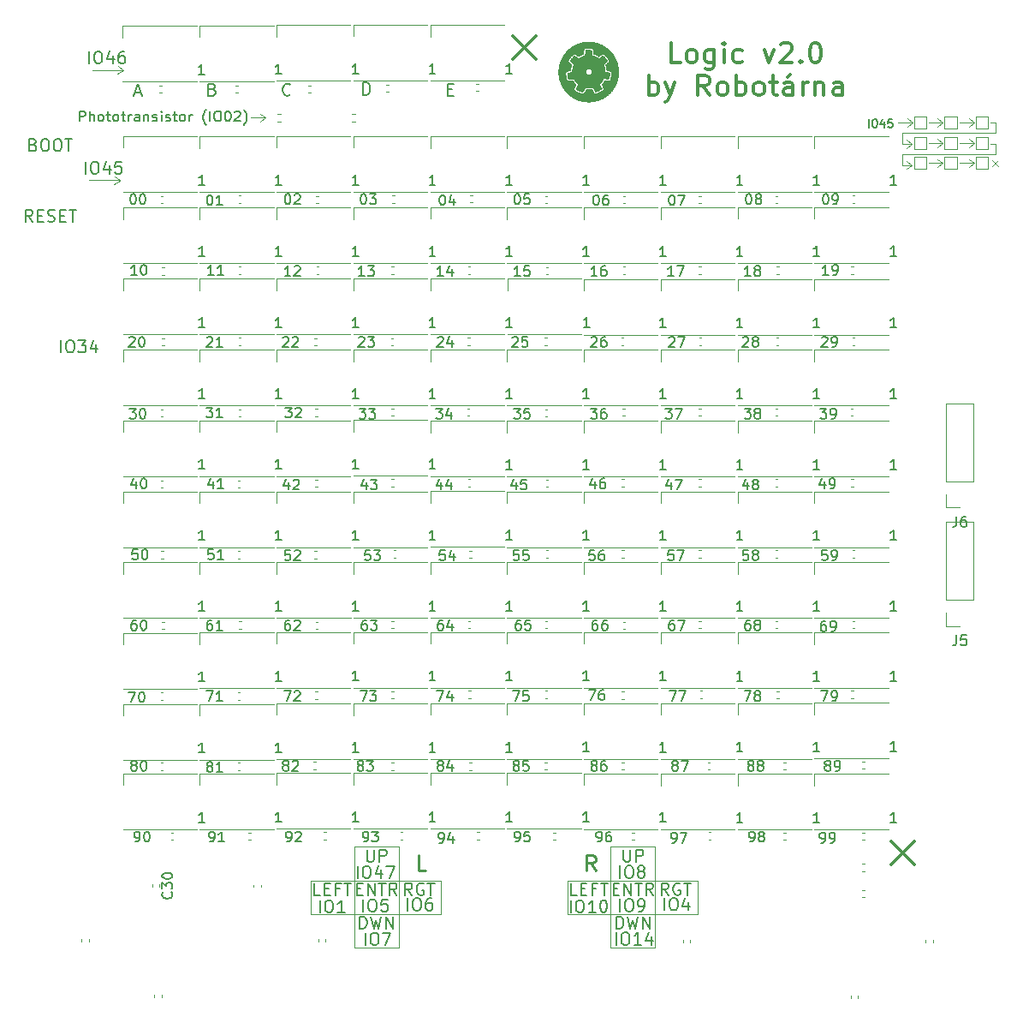
<source format=gto>
G04 #@! TF.GenerationSoftware,KiCad,Pcbnew,6.0.2+dfsg-1*
G04 #@! TF.CreationDate,2023-02-17T05:59:19+01:00*
G04 #@! TF.ProjectId,LED,4c45442e-6b69-4636-9164-5f7063625858,rev?*
G04 #@! TF.SameCoordinates,Original*
G04 #@! TF.FileFunction,Legend,Top*
G04 #@! TF.FilePolarity,Positive*
%FSLAX46Y46*%
G04 Gerber Fmt 4.6, Leading zero omitted, Abs format (unit mm)*
G04 Created by KiCad (PCBNEW 6.0.2+dfsg-1) date 2023-02-17 05:59:19*
%MOMM*%
%LPD*%
G01*
G04 APERTURE LIST*
%ADD10C,0.120000*%
%ADD11C,0.300000*%
%ADD12C,0.200000*%
%ADD13C,0.150000*%
%ADD14C,0.250000*%
G04 APERTURE END LIST*
D10*
X137970000Y-140450000D02*
X138070000Y-140450000D01*
X129470000Y-137150000D02*
X129370000Y-137150000D01*
X142270000Y-136950000D02*
X142270000Y-137150000D01*
X142270000Y-133850000D02*
X142270000Y-136950000D01*
X129370000Y-133850000D02*
X142270000Y-133850000D01*
X129370000Y-137150000D02*
X129370000Y-133850000D01*
X133670000Y-133850000D02*
X133670000Y-140450000D01*
X133670000Y-140450000D02*
X137970000Y-140450000D01*
X138070000Y-140450000D02*
X138070000Y-130450000D01*
X133670000Y-130450000D02*
X133670000Y-133850000D01*
X142270000Y-137150000D02*
X129470000Y-137150000D01*
X138070000Y-130450000D02*
X133970000Y-130450000D01*
X188870000Y-58950000D02*
X188370000Y-58550000D01*
X194970000Y-58950000D02*
X194470000Y-58550000D01*
X124870000Y-58450000D02*
X124370000Y-58850000D01*
X187870000Y-63150000D02*
X187870000Y-62050000D01*
X190470000Y-62950000D02*
X191870000Y-62950000D01*
X163450000Y-130440000D02*
X159050000Y-130440000D01*
X167650000Y-137140000D02*
X154750000Y-137140000D01*
X159050000Y-130440000D02*
X159050000Y-133840000D01*
X187870000Y-61050000D02*
X188820000Y-61050000D01*
X124870000Y-58450000D02*
X124370000Y-58050000D01*
X197070000Y-58950000D02*
X196570000Y-58950000D01*
X110513050Y-64655080D02*
X109944090Y-65028460D01*
X191870000Y-62950000D02*
X191370000Y-62550000D01*
X110850670Y-53759550D02*
X110289330Y-53340450D01*
X163350000Y-140440000D02*
X163450000Y-140440000D01*
X195170000Y-58350000D02*
X196370000Y-58350000D01*
X196370000Y-58350000D02*
X196370000Y-59550000D01*
X196370000Y-59550000D02*
X195170000Y-59550000D01*
X195170000Y-59550000D02*
X195170000Y-58350000D01*
X107764570Y-53759550D02*
X110850670Y-53759550D01*
X163450000Y-140440000D02*
X163450000Y-130440000D01*
X195170000Y-62350000D02*
X196370000Y-62350000D01*
X196370000Y-62350000D02*
X196370000Y-63550000D01*
X196370000Y-63550000D02*
X195170000Y-63550000D01*
X195170000Y-63550000D02*
X195170000Y-62350000D01*
X189070000Y-62350000D02*
X190270000Y-62350000D01*
X190270000Y-62350000D02*
X190270000Y-63550000D01*
X190270000Y-63550000D02*
X189070000Y-63550000D01*
X189070000Y-63550000D02*
X189070000Y-62350000D01*
X159050000Y-140440000D02*
X163350000Y-140440000D01*
X187870000Y-59950000D02*
X197070000Y-59950000D01*
X193570000Y-62950000D02*
X194970000Y-62950000D01*
X188820000Y-63150000D02*
X188320000Y-63550000D01*
X197370000Y-62650000D02*
X196770000Y-63250000D01*
X194970000Y-60950000D02*
X194470000Y-60550000D01*
X188820000Y-61050000D02*
X188320000Y-61450000D01*
X194970000Y-62950000D02*
X194470000Y-63350000D01*
X192070000Y-62350000D02*
X193270000Y-62350000D01*
X193270000Y-62350000D02*
X193270000Y-63550000D01*
X193270000Y-63550000D02*
X192070000Y-63550000D01*
X192070000Y-63550000D02*
X192070000Y-62350000D01*
X190470000Y-60950000D02*
X191870000Y-60950000D01*
X193570000Y-58950000D02*
X194970000Y-58950000D01*
X192070000Y-60350000D02*
X193270000Y-60350000D01*
X193270000Y-60350000D02*
X193270000Y-61550000D01*
X193270000Y-61550000D02*
X192070000Y-61550000D01*
X192070000Y-61550000D02*
X192070000Y-60350000D01*
X197070000Y-61050000D02*
X196570000Y-61050000D01*
X188820000Y-63150000D02*
X188320000Y-62750000D01*
X190470000Y-58950000D02*
X191870000Y-58950000D01*
X195170000Y-60350000D02*
X196370000Y-60350000D01*
X196370000Y-60350000D02*
X196370000Y-61550000D01*
X196370000Y-61550000D02*
X195170000Y-61550000D01*
X195170000Y-61550000D02*
X195170000Y-60350000D01*
X123470000Y-58450000D02*
X124870000Y-58450000D01*
X154750000Y-133840000D02*
X167650000Y-133840000D01*
X154750000Y-137140000D02*
X154750000Y-133840000D01*
X187870000Y-63150000D02*
X188820000Y-63150000D01*
X133970000Y-130450000D02*
X133670000Y-130450000D01*
X110513050Y-64650000D02*
X109951710Y-64230900D01*
X193570000Y-60950000D02*
X194970000Y-60950000D01*
X197070000Y-62050000D02*
X197070000Y-61050000D01*
X196770000Y-62650000D02*
X197370000Y-63250000D01*
X191870000Y-60950000D02*
X191370000Y-61350000D01*
X194970000Y-60950000D02*
X194470000Y-61350000D01*
X192070000Y-58350000D02*
X193270000Y-58350000D01*
X193270000Y-58350000D02*
X193270000Y-59550000D01*
X193270000Y-59550000D02*
X192070000Y-59550000D01*
X192070000Y-59550000D02*
X192070000Y-58350000D01*
X197070000Y-59950000D02*
X197070000Y-58950000D01*
X187470000Y-58950000D02*
X188870000Y-58950000D01*
X191870000Y-60950000D02*
X191370000Y-60550000D01*
X194970000Y-62950000D02*
X194470000Y-62550000D01*
X167650000Y-133840000D02*
X167650000Y-137140000D01*
X107426950Y-64650000D02*
X110513050Y-64650000D01*
X189070000Y-60350000D02*
X190270000Y-60350000D01*
X190270000Y-60350000D02*
X190270000Y-61550000D01*
X190270000Y-61550000D02*
X189070000Y-61550000D01*
X189070000Y-61550000D02*
X189070000Y-60350000D01*
X187870000Y-62050000D02*
X197070000Y-62050000D01*
X194970000Y-58950000D02*
X194470000Y-59350000D01*
X187870000Y-61050000D02*
X187870000Y-59950000D01*
X191870000Y-62950000D02*
X191370000Y-63350000D01*
X159050000Y-133840000D02*
X159050000Y-140440000D01*
X188820000Y-61050000D02*
X188320000Y-60650000D01*
X191870000Y-58950000D02*
X191370000Y-58550000D01*
X110850670Y-53764630D02*
X110281710Y-54138010D01*
X189070000Y-58350000D02*
X190270000Y-58350000D01*
X190270000Y-58350000D02*
X190270000Y-59550000D01*
X190270000Y-59550000D02*
X189070000Y-59550000D01*
X189070000Y-59550000D02*
X189070000Y-58350000D01*
X188870000Y-58950000D02*
X188370000Y-59350000D01*
X191870000Y-58950000D02*
X191370000Y-59350000D01*
D11*
X186769042Y-129948457D02*
X189054757Y-132234171D01*
X189054757Y-129948457D02*
X186769042Y-132234171D01*
D12*
X119655714Y-55664285D02*
X119827142Y-55721428D01*
X119884285Y-55778571D01*
X119941428Y-55892857D01*
X119941428Y-56064285D01*
X119884285Y-56178571D01*
X119827142Y-56235714D01*
X119712857Y-56292857D01*
X119255714Y-56292857D01*
X119255714Y-55092857D01*
X119655714Y-55092857D01*
X119770000Y-55150000D01*
X119827142Y-55207142D01*
X119884285Y-55321428D01*
X119884285Y-55435714D01*
X119827142Y-55550000D01*
X119770000Y-55607142D01*
X119655714Y-55664285D01*
X119255714Y-55664285D01*
X127341428Y-56178571D02*
X127284285Y-56235714D01*
X127112857Y-56292857D01*
X126998571Y-56292857D01*
X126827142Y-56235714D01*
X126712857Y-56121428D01*
X126655714Y-56007142D01*
X126598571Y-55778571D01*
X126598571Y-55607142D01*
X126655714Y-55378571D01*
X126712857Y-55264285D01*
X126827142Y-55150000D01*
X126998571Y-55092857D01*
X127112857Y-55092857D01*
X127284285Y-55150000D01*
X127341428Y-55207142D01*
X134555714Y-56192857D02*
X134555714Y-54992857D01*
X134841428Y-54992857D01*
X135012857Y-55050000D01*
X135127142Y-55164285D01*
X135184285Y-55278571D01*
X135241428Y-55507142D01*
X135241428Y-55678571D01*
X135184285Y-55907142D01*
X135127142Y-56021428D01*
X135012857Y-56135714D01*
X134841428Y-56192857D01*
X134555714Y-56192857D01*
X142912857Y-55664285D02*
X143312857Y-55664285D01*
X143484285Y-56292857D02*
X142912857Y-56292857D01*
X142912857Y-55092857D01*
X143484285Y-55092857D01*
D13*
X111746190Y-66002380D02*
X111841428Y-66002380D01*
X111936666Y-66050000D01*
X111984285Y-66097619D01*
X112031904Y-66192857D01*
X112079523Y-66383333D01*
X112079523Y-66621428D01*
X112031904Y-66811904D01*
X111984285Y-66907142D01*
X111936666Y-66954761D01*
X111841428Y-67002380D01*
X111746190Y-67002380D01*
X111650952Y-66954761D01*
X111603333Y-66907142D01*
X111555714Y-66811904D01*
X111508095Y-66621428D01*
X111508095Y-66383333D01*
X111555714Y-66192857D01*
X111603333Y-66097619D01*
X111650952Y-66050000D01*
X111746190Y-66002380D01*
X112698571Y-66002380D02*
X112793809Y-66002380D01*
X112889047Y-66050000D01*
X112936666Y-66097619D01*
X112984285Y-66192857D01*
X113031904Y-66383333D01*
X113031904Y-66621428D01*
X112984285Y-66811904D01*
X112936666Y-66907142D01*
X112889047Y-66954761D01*
X112793809Y-67002380D01*
X112698571Y-67002380D01*
X112603333Y-66954761D01*
X112555714Y-66907142D01*
X112508095Y-66811904D01*
X112460476Y-66621428D01*
X112460476Y-66383333D01*
X112508095Y-66192857D01*
X112555714Y-66097619D01*
X112603333Y-66050000D01*
X112698571Y-66002380D01*
D12*
X134770000Y-140192857D02*
X134770000Y-138992857D01*
X135570000Y-138992857D02*
X135798571Y-138992857D01*
X135912857Y-139050000D01*
X136027142Y-139164285D01*
X136084285Y-139392857D01*
X136084285Y-139792857D01*
X136027142Y-140021428D01*
X135912857Y-140135714D01*
X135798571Y-140192857D01*
X135570000Y-140192857D01*
X135455714Y-140135714D01*
X135341428Y-140021428D01*
X135284285Y-139792857D01*
X135284285Y-139392857D01*
X135341428Y-139164285D01*
X135455714Y-139050000D01*
X135570000Y-138992857D01*
X136484285Y-138992857D02*
X137284285Y-138992857D01*
X136770000Y-140192857D01*
X133998571Y-133592857D02*
X133998571Y-132392857D01*
X134798571Y-132392857D02*
X135027142Y-132392857D01*
X135141428Y-132450000D01*
X135255714Y-132564285D01*
X135312857Y-132792857D01*
X135312857Y-133192857D01*
X135255714Y-133421428D01*
X135141428Y-133535714D01*
X135027142Y-133592857D01*
X134798571Y-133592857D01*
X134684285Y-133535714D01*
X134570000Y-133421428D01*
X134512857Y-133192857D01*
X134512857Y-132792857D01*
X134570000Y-132564285D01*
X134684285Y-132450000D01*
X134798571Y-132392857D01*
X136341428Y-132792857D02*
X136341428Y-133592857D01*
X136055714Y-132335714D02*
X135770000Y-133192857D01*
X136512857Y-133192857D01*
X136855714Y-132392857D02*
X137655714Y-132392857D01*
X137141428Y-133592857D01*
X134570000Y-136892857D02*
X134570000Y-135692857D01*
X135370000Y-135692857D02*
X135598571Y-135692857D01*
X135712857Y-135750000D01*
X135827142Y-135864285D01*
X135884285Y-136092857D01*
X135884285Y-136492857D01*
X135827142Y-136721428D01*
X135712857Y-136835714D01*
X135598571Y-136892857D01*
X135370000Y-136892857D01*
X135255714Y-136835714D01*
X135141428Y-136721428D01*
X135084285Y-136492857D01*
X135084285Y-136092857D01*
X135141428Y-135864285D01*
X135255714Y-135750000D01*
X135370000Y-135692857D01*
X136970000Y-135692857D02*
X136398571Y-135692857D01*
X136341428Y-136264285D01*
X136398571Y-136207142D01*
X136512857Y-136150000D01*
X136798571Y-136150000D01*
X136912857Y-136207142D01*
X136970000Y-136264285D01*
X137027142Y-136378571D01*
X137027142Y-136664285D01*
X136970000Y-136778571D01*
X136912857Y-136835714D01*
X136798571Y-136892857D01*
X136512857Y-136892857D01*
X136398571Y-136835714D01*
X136341428Y-136778571D01*
X138970000Y-136792857D02*
X138970000Y-135592857D01*
X139770000Y-135592857D02*
X139998571Y-135592857D01*
X140112857Y-135650000D01*
X140227142Y-135764285D01*
X140284285Y-135992857D01*
X140284285Y-136392857D01*
X140227142Y-136621428D01*
X140112857Y-136735714D01*
X139998571Y-136792857D01*
X139770000Y-136792857D01*
X139655714Y-136735714D01*
X139541428Y-136621428D01*
X139484285Y-136392857D01*
X139484285Y-135992857D01*
X139541428Y-135764285D01*
X139655714Y-135650000D01*
X139770000Y-135592857D01*
X141312857Y-135592857D02*
X141084285Y-135592857D01*
X140970000Y-135650000D01*
X140912857Y-135707142D01*
X140798571Y-135878571D01*
X140741428Y-136107142D01*
X140741428Y-136564285D01*
X140798571Y-136678571D01*
X140855714Y-136735714D01*
X140970000Y-136792857D01*
X141198571Y-136792857D01*
X141312857Y-136735714D01*
X141370000Y-136678571D01*
X141427142Y-136564285D01*
X141427142Y-136278571D01*
X141370000Y-136164285D01*
X141312857Y-136107142D01*
X141198571Y-136050000D01*
X140970000Y-136050000D01*
X140855714Y-136107142D01*
X140798571Y-136164285D01*
X140741428Y-136278571D01*
X130270000Y-136992857D02*
X130270000Y-135792857D01*
X131070000Y-135792857D02*
X131298571Y-135792857D01*
X131412857Y-135850000D01*
X131527142Y-135964285D01*
X131584285Y-136192857D01*
X131584285Y-136592857D01*
X131527142Y-136821428D01*
X131412857Y-136935714D01*
X131298571Y-136992857D01*
X131070000Y-136992857D01*
X130955714Y-136935714D01*
X130841428Y-136821428D01*
X130784285Y-136592857D01*
X130784285Y-136192857D01*
X130841428Y-135964285D01*
X130955714Y-135850000D01*
X131070000Y-135792857D01*
X132727142Y-136992857D02*
X132041428Y-136992857D01*
X132384285Y-136992857D02*
X132384285Y-135792857D01*
X132270000Y-135964285D01*
X132155714Y-136078571D01*
X132041428Y-136135714D01*
X133927142Y-134664285D02*
X134327142Y-134664285D01*
X134498571Y-135292857D02*
X133927142Y-135292857D01*
X133927142Y-134092857D01*
X134498571Y-134092857D01*
X135012857Y-135292857D02*
X135012857Y-134092857D01*
X135698571Y-135292857D01*
X135698571Y-134092857D01*
X136098571Y-134092857D02*
X136784285Y-134092857D01*
X136441428Y-135292857D02*
X136441428Y-134092857D01*
X137870000Y-135292857D02*
X137470000Y-134721428D01*
X137184285Y-135292857D02*
X137184285Y-134092857D01*
X137641428Y-134092857D01*
X137755714Y-134150000D01*
X137812857Y-134207142D01*
X137870000Y-134321428D01*
X137870000Y-134492857D01*
X137812857Y-134607142D01*
X137755714Y-134664285D01*
X137641428Y-134721428D01*
X137184285Y-134721428D01*
D13*
X119108095Y-80197619D02*
X119155714Y-80150000D01*
X119250952Y-80102380D01*
X119489047Y-80102380D01*
X119584285Y-80150000D01*
X119631904Y-80197619D01*
X119679523Y-80292857D01*
X119679523Y-80388095D01*
X119631904Y-80530952D01*
X119060476Y-81102380D01*
X119679523Y-81102380D01*
X120631904Y-81102380D02*
X120060476Y-81102380D01*
X120346190Y-81102380D02*
X120346190Y-80102380D01*
X120250952Y-80245238D01*
X120155714Y-80340476D01*
X120060476Y-80388095D01*
X142631904Y-101202380D02*
X142155714Y-101202380D01*
X142108095Y-101678571D01*
X142155714Y-101630952D01*
X142250952Y-101583333D01*
X142489047Y-101583333D01*
X142584285Y-101630952D01*
X142631904Y-101678571D01*
X142679523Y-101773809D01*
X142679523Y-102011904D01*
X142631904Y-102107142D01*
X142584285Y-102154761D01*
X142489047Y-102202380D01*
X142250952Y-102202380D01*
X142155714Y-102154761D01*
X142108095Y-102107142D01*
X143536666Y-101535714D02*
X143536666Y-102202380D01*
X143298571Y-101154761D02*
X143060476Y-101869047D01*
X143679523Y-101869047D01*
X164984285Y-94535714D02*
X164984285Y-95202380D01*
X164746190Y-94154761D02*
X164508095Y-94869047D01*
X165127142Y-94869047D01*
X165412857Y-94202380D02*
X166079523Y-94202380D01*
X165650952Y-95202380D01*
X127003333Y-130002380D02*
X127193809Y-130002380D01*
X127289047Y-129954761D01*
X127336666Y-129907142D01*
X127431904Y-129764285D01*
X127479523Y-129573809D01*
X127479523Y-129192857D01*
X127431904Y-129097619D01*
X127384285Y-129050000D01*
X127289047Y-129002380D01*
X127098571Y-129002380D01*
X127003333Y-129050000D01*
X126955714Y-129097619D01*
X126908095Y-129192857D01*
X126908095Y-129430952D01*
X126955714Y-129526190D01*
X127003333Y-129573809D01*
X127098571Y-129621428D01*
X127289047Y-129621428D01*
X127384285Y-129573809D01*
X127431904Y-129526190D01*
X127479523Y-129430952D01*
X127860476Y-129097619D02*
X127908095Y-129050000D01*
X128003333Y-129002380D01*
X128241428Y-129002380D01*
X128336666Y-129050000D01*
X128384285Y-129097619D01*
X128431904Y-129192857D01*
X128431904Y-129288095D01*
X128384285Y-129430952D01*
X127812857Y-130002380D01*
X128431904Y-130002380D01*
X172798571Y-122430952D02*
X172703333Y-122383333D01*
X172655714Y-122335714D01*
X172608095Y-122240476D01*
X172608095Y-122192857D01*
X172655714Y-122097619D01*
X172703333Y-122050000D01*
X172798571Y-122002380D01*
X172989047Y-122002380D01*
X173084285Y-122050000D01*
X173131904Y-122097619D01*
X173179523Y-122192857D01*
X173179523Y-122240476D01*
X173131904Y-122335714D01*
X173084285Y-122383333D01*
X172989047Y-122430952D01*
X172798571Y-122430952D01*
X172703333Y-122478571D01*
X172655714Y-122526190D01*
X172608095Y-122621428D01*
X172608095Y-122811904D01*
X172655714Y-122907142D01*
X172703333Y-122954761D01*
X172798571Y-123002380D01*
X172989047Y-123002380D01*
X173084285Y-122954761D01*
X173131904Y-122907142D01*
X173179523Y-122811904D01*
X173179523Y-122621428D01*
X173131904Y-122526190D01*
X173084285Y-122478571D01*
X172989047Y-122430952D01*
X173750952Y-122430952D02*
X173655714Y-122383333D01*
X173608095Y-122335714D01*
X173560476Y-122240476D01*
X173560476Y-122192857D01*
X173608095Y-122097619D01*
X173655714Y-122050000D01*
X173750952Y-122002380D01*
X173941428Y-122002380D01*
X174036666Y-122050000D01*
X174084285Y-122097619D01*
X174131904Y-122192857D01*
X174131904Y-122240476D01*
X174084285Y-122335714D01*
X174036666Y-122383333D01*
X173941428Y-122430952D01*
X173750952Y-122430952D01*
X173655714Y-122478571D01*
X173608095Y-122526190D01*
X173560476Y-122621428D01*
X173560476Y-122811904D01*
X173608095Y-122907142D01*
X173655714Y-122954761D01*
X173750952Y-123002380D01*
X173941428Y-123002380D01*
X174036666Y-122954761D01*
X174084285Y-122907142D01*
X174131904Y-122811904D01*
X174131904Y-122621428D01*
X174084285Y-122526190D01*
X174036666Y-122478571D01*
X173941428Y-122430952D01*
X127184285Y-94535714D02*
X127184285Y-95202380D01*
X126946190Y-94154761D02*
X126708095Y-94869047D01*
X127327142Y-94869047D01*
X127660476Y-94297619D02*
X127708095Y-94250000D01*
X127803333Y-94202380D01*
X128041428Y-94202380D01*
X128136666Y-94250000D01*
X128184285Y-94297619D01*
X128231904Y-94392857D01*
X128231904Y-94488095D01*
X128184285Y-94630952D01*
X127612857Y-95202380D01*
X128231904Y-95202380D01*
D12*
X155078571Y-136982857D02*
X155078571Y-135782857D01*
X155878571Y-135782857D02*
X156107142Y-135782857D01*
X156221428Y-135840000D01*
X156335714Y-135954285D01*
X156392857Y-136182857D01*
X156392857Y-136582857D01*
X156335714Y-136811428D01*
X156221428Y-136925714D01*
X156107142Y-136982857D01*
X155878571Y-136982857D01*
X155764285Y-136925714D01*
X155650000Y-136811428D01*
X155592857Y-136582857D01*
X155592857Y-136182857D01*
X155650000Y-135954285D01*
X155764285Y-135840000D01*
X155878571Y-135782857D01*
X157535714Y-136982857D02*
X156850000Y-136982857D01*
X157192857Y-136982857D02*
X157192857Y-135782857D01*
X157078571Y-135954285D01*
X156964285Y-136068571D01*
X156850000Y-136125714D01*
X158278571Y-135782857D02*
X158392857Y-135782857D01*
X158507142Y-135840000D01*
X158564285Y-135897142D01*
X158621428Y-136011428D01*
X158678571Y-136240000D01*
X158678571Y-136525714D01*
X158621428Y-136754285D01*
X158564285Y-136868571D01*
X158507142Y-136925714D01*
X158392857Y-136982857D01*
X158278571Y-136982857D01*
X158164285Y-136925714D01*
X158107142Y-136868571D01*
X158050000Y-136754285D01*
X157992857Y-136525714D01*
X157992857Y-136240000D01*
X158050000Y-136011428D01*
X158107142Y-135897142D01*
X158164285Y-135840000D01*
X158278571Y-135782857D01*
X159578571Y-140182857D02*
X159578571Y-138982857D01*
X160378571Y-138982857D02*
X160607142Y-138982857D01*
X160721428Y-139040000D01*
X160835714Y-139154285D01*
X160892857Y-139382857D01*
X160892857Y-139782857D01*
X160835714Y-140011428D01*
X160721428Y-140125714D01*
X160607142Y-140182857D01*
X160378571Y-140182857D01*
X160264285Y-140125714D01*
X160150000Y-140011428D01*
X160092857Y-139782857D01*
X160092857Y-139382857D01*
X160150000Y-139154285D01*
X160264285Y-139040000D01*
X160378571Y-138982857D01*
X162035714Y-140182857D02*
X161350000Y-140182857D01*
X161692857Y-140182857D02*
X161692857Y-138982857D01*
X161578571Y-139154285D01*
X161464285Y-139268571D01*
X161350000Y-139325714D01*
X163064285Y-139382857D02*
X163064285Y-140182857D01*
X162778571Y-138925714D02*
X162492857Y-139782857D01*
X163235714Y-139782857D01*
D13*
X112179523Y-74002380D02*
X111608095Y-74002380D01*
X111893809Y-74002380D02*
X111893809Y-73002380D01*
X111798571Y-73145238D01*
X111703333Y-73240476D01*
X111608095Y-73288095D01*
X112798571Y-73002380D02*
X112893809Y-73002380D01*
X112989047Y-73050000D01*
X113036666Y-73097619D01*
X113084285Y-73192857D01*
X113131904Y-73383333D01*
X113131904Y-73621428D01*
X113084285Y-73811904D01*
X113036666Y-73907142D01*
X112989047Y-73954761D01*
X112893809Y-74002380D01*
X112798571Y-74002380D01*
X112703333Y-73954761D01*
X112655714Y-73907142D01*
X112608095Y-73811904D01*
X112560476Y-73621428D01*
X112560476Y-73383333D01*
X112608095Y-73192857D01*
X112655714Y-73097619D01*
X112703333Y-73050000D01*
X112798571Y-73002380D01*
X141860476Y-115102380D02*
X142527142Y-115102380D01*
X142098571Y-116102380D01*
X143336666Y-115435714D02*
X143336666Y-116102380D01*
X143098571Y-115054761D02*
X142860476Y-115769047D01*
X143479523Y-115769047D01*
X142346190Y-66102380D02*
X142441428Y-66102380D01*
X142536666Y-66150000D01*
X142584285Y-66197619D01*
X142631904Y-66292857D01*
X142679523Y-66483333D01*
X142679523Y-66721428D01*
X142631904Y-66911904D01*
X142584285Y-67007142D01*
X142536666Y-67054761D01*
X142441428Y-67102380D01*
X142346190Y-67102380D01*
X142250952Y-67054761D01*
X142203333Y-67007142D01*
X142155714Y-66911904D01*
X142108095Y-66721428D01*
X142108095Y-66483333D01*
X142155714Y-66292857D01*
X142203333Y-66197619D01*
X142250952Y-66150000D01*
X142346190Y-66102380D01*
X143536666Y-66435714D02*
X143536666Y-67102380D01*
X143298571Y-66054761D02*
X143060476Y-66769047D01*
X143679523Y-66769047D01*
X165284285Y-108102380D02*
X165093809Y-108102380D01*
X164998571Y-108150000D01*
X164950952Y-108197619D01*
X164855714Y-108340476D01*
X164808095Y-108530952D01*
X164808095Y-108911904D01*
X164855714Y-109007142D01*
X164903333Y-109054761D01*
X164998571Y-109102380D01*
X165189047Y-109102380D01*
X165284285Y-109054761D01*
X165331904Y-109007142D01*
X165379523Y-108911904D01*
X165379523Y-108673809D01*
X165331904Y-108578571D01*
X165284285Y-108530952D01*
X165189047Y-108483333D01*
X164998571Y-108483333D01*
X164903333Y-108530952D01*
X164855714Y-108578571D01*
X164808095Y-108673809D01*
X165712857Y-108102380D02*
X166379523Y-108102380D01*
X165950952Y-109102380D01*
X179760476Y-87202380D02*
X180379523Y-87202380D01*
X180046190Y-87583333D01*
X180189047Y-87583333D01*
X180284285Y-87630952D01*
X180331904Y-87678571D01*
X180379523Y-87773809D01*
X180379523Y-88011904D01*
X180331904Y-88107142D01*
X180284285Y-88154761D01*
X180189047Y-88202380D01*
X179903333Y-88202380D01*
X179808095Y-88154761D01*
X179760476Y-88107142D01*
X180855714Y-88202380D02*
X181046190Y-88202380D01*
X181141428Y-88154761D01*
X181189047Y-88107142D01*
X181284285Y-87964285D01*
X181331904Y-87773809D01*
X181331904Y-87392857D01*
X181284285Y-87297619D01*
X181236666Y-87250000D01*
X181141428Y-87202380D01*
X180950952Y-87202380D01*
X180855714Y-87250000D01*
X180808095Y-87297619D01*
X180760476Y-87392857D01*
X180760476Y-87630952D01*
X180808095Y-87726190D01*
X180855714Y-87773809D01*
X180950952Y-87821428D01*
X181141428Y-87821428D01*
X181236666Y-87773809D01*
X181284285Y-87726190D01*
X181331904Y-87630952D01*
X180579523Y-74002380D02*
X180008095Y-74002380D01*
X180293809Y-74002380D02*
X180293809Y-73002380D01*
X180198571Y-73145238D01*
X180103333Y-73240476D01*
X180008095Y-73288095D01*
X181055714Y-74002380D02*
X181246190Y-74002380D01*
X181341428Y-73954761D01*
X181389047Y-73907142D01*
X181484285Y-73764285D01*
X181531904Y-73573809D01*
X181531904Y-73192857D01*
X181484285Y-73097619D01*
X181436666Y-73050000D01*
X181341428Y-73002380D01*
X181150952Y-73002380D01*
X181055714Y-73050000D01*
X181008095Y-73097619D01*
X180960476Y-73192857D01*
X180960476Y-73430952D01*
X181008095Y-73526190D01*
X181055714Y-73573809D01*
X181150952Y-73621428D01*
X181341428Y-73621428D01*
X181436666Y-73573809D01*
X181484285Y-73526190D01*
X181531904Y-73430952D01*
X119584285Y-108102380D02*
X119393809Y-108102380D01*
X119298571Y-108150000D01*
X119250952Y-108197619D01*
X119155714Y-108340476D01*
X119108095Y-108530952D01*
X119108095Y-108911904D01*
X119155714Y-109007142D01*
X119203333Y-109054761D01*
X119298571Y-109102380D01*
X119489047Y-109102380D01*
X119584285Y-109054761D01*
X119631904Y-109007142D01*
X119679523Y-108911904D01*
X119679523Y-108673809D01*
X119631904Y-108578571D01*
X119584285Y-108530952D01*
X119489047Y-108483333D01*
X119298571Y-108483333D01*
X119203333Y-108530952D01*
X119155714Y-108578571D01*
X119108095Y-108673809D01*
X120631904Y-109102380D02*
X120060476Y-109102380D01*
X120346190Y-109102380D02*
X120346190Y-108102380D01*
X120250952Y-108245238D01*
X120155714Y-108340476D01*
X120060476Y-108388095D01*
X119731904Y-101102380D02*
X119255714Y-101102380D01*
X119208095Y-101578571D01*
X119255714Y-101530952D01*
X119350952Y-101483333D01*
X119589047Y-101483333D01*
X119684285Y-101530952D01*
X119731904Y-101578571D01*
X119779523Y-101673809D01*
X119779523Y-101911904D01*
X119731904Y-102007142D01*
X119684285Y-102054761D01*
X119589047Y-102102380D01*
X119350952Y-102102380D01*
X119255714Y-102054761D01*
X119208095Y-102007142D01*
X120731904Y-102102380D02*
X120160476Y-102102380D01*
X120446190Y-102102380D02*
X120446190Y-101102380D01*
X120350952Y-101245238D01*
X120255714Y-101340476D01*
X120160476Y-101388095D01*
D12*
X104672511Y-81660977D02*
X104672511Y-80460977D01*
X105472511Y-80460977D02*
X105701082Y-80460977D01*
X105815368Y-80518120D01*
X105929654Y-80632405D01*
X105986797Y-80860977D01*
X105986797Y-81260977D01*
X105929654Y-81489548D01*
X105815368Y-81603834D01*
X105701082Y-81660977D01*
X105472511Y-81660977D01*
X105358225Y-81603834D01*
X105243940Y-81489548D01*
X105186797Y-81260977D01*
X105186797Y-80860977D01*
X105243940Y-80632405D01*
X105358225Y-80518120D01*
X105472511Y-80460977D01*
X106386797Y-80460977D02*
X107129654Y-80460977D01*
X106729654Y-80918120D01*
X106901082Y-80918120D01*
X107015368Y-80975262D01*
X107072511Y-81032405D01*
X107129654Y-81146691D01*
X107129654Y-81432405D01*
X107072511Y-81546691D01*
X107015368Y-81603834D01*
X106901082Y-81660977D01*
X106558225Y-81660977D01*
X106443940Y-81603834D01*
X106386797Y-81546691D01*
X108158225Y-80860977D02*
X108158225Y-81660977D01*
X107872511Y-80403834D02*
X107586797Y-81260977D01*
X108329654Y-81260977D01*
D13*
X164808095Y-80197619D02*
X164855714Y-80150000D01*
X164950952Y-80102380D01*
X165189047Y-80102380D01*
X165284285Y-80150000D01*
X165331904Y-80197619D01*
X165379523Y-80292857D01*
X165379523Y-80388095D01*
X165331904Y-80530952D01*
X164760476Y-81102380D01*
X165379523Y-81102380D01*
X165712857Y-80102380D02*
X166379523Y-80102380D01*
X165950952Y-81102380D01*
D12*
X130327142Y-135292857D02*
X129755714Y-135292857D01*
X129755714Y-134092857D01*
X130727142Y-134664285D02*
X131127142Y-134664285D01*
X131298571Y-135292857D02*
X130727142Y-135292857D01*
X130727142Y-134092857D01*
X131298571Y-134092857D01*
X132212857Y-134664285D02*
X131812857Y-134664285D01*
X131812857Y-135292857D02*
X131812857Y-134092857D01*
X132384285Y-134092857D01*
X132670000Y-134092857D02*
X133355714Y-134092857D01*
X133012857Y-135292857D02*
X133012857Y-134092857D01*
D13*
X165279523Y-74102380D02*
X164708095Y-74102380D01*
X164993809Y-74102380D02*
X164993809Y-73102380D01*
X164898571Y-73245238D01*
X164803333Y-73340476D01*
X164708095Y-73388095D01*
X165612857Y-73102380D02*
X166279523Y-73102380D01*
X165850952Y-74102380D01*
X106508095Y-58802380D02*
X106508095Y-57802380D01*
X106889047Y-57802380D01*
X106984285Y-57850000D01*
X107031904Y-57897619D01*
X107079523Y-57992857D01*
X107079523Y-58135714D01*
X107031904Y-58230952D01*
X106984285Y-58278571D01*
X106889047Y-58326190D01*
X106508095Y-58326190D01*
X107508095Y-58802380D02*
X107508095Y-57802380D01*
X107936666Y-58802380D02*
X107936666Y-58278571D01*
X107889047Y-58183333D01*
X107793809Y-58135714D01*
X107650952Y-58135714D01*
X107555714Y-58183333D01*
X107508095Y-58230952D01*
X108555714Y-58802380D02*
X108460476Y-58754761D01*
X108412857Y-58707142D01*
X108365238Y-58611904D01*
X108365238Y-58326190D01*
X108412857Y-58230952D01*
X108460476Y-58183333D01*
X108555714Y-58135714D01*
X108698571Y-58135714D01*
X108793809Y-58183333D01*
X108841428Y-58230952D01*
X108889047Y-58326190D01*
X108889047Y-58611904D01*
X108841428Y-58707142D01*
X108793809Y-58754761D01*
X108698571Y-58802380D01*
X108555714Y-58802380D01*
X109174761Y-58135714D02*
X109555714Y-58135714D01*
X109317619Y-57802380D02*
X109317619Y-58659523D01*
X109365238Y-58754761D01*
X109460476Y-58802380D01*
X109555714Y-58802380D01*
X110031904Y-58802380D02*
X109936666Y-58754761D01*
X109889047Y-58707142D01*
X109841428Y-58611904D01*
X109841428Y-58326190D01*
X109889047Y-58230952D01*
X109936666Y-58183333D01*
X110031904Y-58135714D01*
X110174761Y-58135714D01*
X110270000Y-58183333D01*
X110317619Y-58230952D01*
X110365238Y-58326190D01*
X110365238Y-58611904D01*
X110317619Y-58707142D01*
X110270000Y-58754761D01*
X110174761Y-58802380D01*
X110031904Y-58802380D01*
X110650952Y-58135714D02*
X111031904Y-58135714D01*
X110793809Y-57802380D02*
X110793809Y-58659523D01*
X110841428Y-58754761D01*
X110936666Y-58802380D01*
X111031904Y-58802380D01*
X111365238Y-58802380D02*
X111365238Y-58135714D01*
X111365238Y-58326190D02*
X111412857Y-58230952D01*
X111460476Y-58183333D01*
X111555714Y-58135714D01*
X111650952Y-58135714D01*
X112412857Y-58802380D02*
X112412857Y-58278571D01*
X112365238Y-58183333D01*
X112270000Y-58135714D01*
X112079523Y-58135714D01*
X111984285Y-58183333D01*
X112412857Y-58754761D02*
X112317619Y-58802380D01*
X112079523Y-58802380D01*
X111984285Y-58754761D01*
X111936666Y-58659523D01*
X111936666Y-58564285D01*
X111984285Y-58469047D01*
X112079523Y-58421428D01*
X112317619Y-58421428D01*
X112412857Y-58373809D01*
X112889047Y-58135714D02*
X112889047Y-58802380D01*
X112889047Y-58230952D02*
X112936666Y-58183333D01*
X113031904Y-58135714D01*
X113174761Y-58135714D01*
X113270000Y-58183333D01*
X113317619Y-58278571D01*
X113317619Y-58802380D01*
X113746190Y-58754761D02*
X113841428Y-58802380D01*
X114031904Y-58802380D01*
X114127142Y-58754761D01*
X114174761Y-58659523D01*
X114174761Y-58611904D01*
X114127142Y-58516666D01*
X114031904Y-58469047D01*
X113889047Y-58469047D01*
X113793809Y-58421428D01*
X113746190Y-58326190D01*
X113746190Y-58278571D01*
X113793809Y-58183333D01*
X113889047Y-58135714D01*
X114031904Y-58135714D01*
X114127142Y-58183333D01*
X114603333Y-58802380D02*
X114603333Y-58135714D01*
X114603333Y-57802380D02*
X114555714Y-57850000D01*
X114603333Y-57897619D01*
X114650952Y-57850000D01*
X114603333Y-57802380D01*
X114603333Y-57897619D01*
X115031904Y-58754761D02*
X115127142Y-58802380D01*
X115317619Y-58802380D01*
X115412857Y-58754761D01*
X115460476Y-58659523D01*
X115460476Y-58611904D01*
X115412857Y-58516666D01*
X115317619Y-58469047D01*
X115174761Y-58469047D01*
X115079523Y-58421428D01*
X115031904Y-58326190D01*
X115031904Y-58278571D01*
X115079523Y-58183333D01*
X115174761Y-58135714D01*
X115317619Y-58135714D01*
X115412857Y-58183333D01*
X115746190Y-58135714D02*
X116127142Y-58135714D01*
X115889047Y-57802380D02*
X115889047Y-58659523D01*
X115936666Y-58754761D01*
X116031904Y-58802380D01*
X116127142Y-58802380D01*
X116603333Y-58802380D02*
X116508095Y-58754761D01*
X116460476Y-58707142D01*
X116412857Y-58611904D01*
X116412857Y-58326190D01*
X116460476Y-58230952D01*
X116508095Y-58183333D01*
X116603333Y-58135714D01*
X116746190Y-58135714D01*
X116841428Y-58183333D01*
X116889047Y-58230952D01*
X116936666Y-58326190D01*
X116936666Y-58611904D01*
X116889047Y-58707142D01*
X116841428Y-58754761D01*
X116746190Y-58802380D01*
X116603333Y-58802380D01*
X117365238Y-58802380D02*
X117365238Y-58135714D01*
X117365238Y-58326190D02*
X117412857Y-58230952D01*
X117460476Y-58183333D01*
X117555714Y-58135714D01*
X117650952Y-58135714D01*
X119031904Y-59183333D02*
X118984285Y-59135714D01*
X118889047Y-58992857D01*
X118841428Y-58897619D01*
X118793809Y-58754761D01*
X118746190Y-58516666D01*
X118746190Y-58326190D01*
X118793809Y-58088095D01*
X118841428Y-57945238D01*
X118889047Y-57850000D01*
X118984285Y-57707142D01*
X119031904Y-57659523D01*
X119412857Y-58802380D02*
X119412857Y-57802380D01*
X120079523Y-57802380D02*
X120270000Y-57802380D01*
X120365238Y-57850000D01*
X120460476Y-57945238D01*
X120508095Y-58135714D01*
X120508095Y-58469047D01*
X120460476Y-58659523D01*
X120365238Y-58754761D01*
X120270000Y-58802380D01*
X120079523Y-58802380D01*
X119984285Y-58754761D01*
X119889047Y-58659523D01*
X119841428Y-58469047D01*
X119841428Y-58135714D01*
X119889047Y-57945238D01*
X119984285Y-57850000D01*
X120079523Y-57802380D01*
X121127142Y-57802380D02*
X121222380Y-57802380D01*
X121317619Y-57850000D01*
X121365238Y-57897619D01*
X121412857Y-57992857D01*
X121460476Y-58183333D01*
X121460476Y-58421428D01*
X121412857Y-58611904D01*
X121365238Y-58707142D01*
X121317619Y-58754761D01*
X121222380Y-58802380D01*
X121127142Y-58802380D01*
X121031904Y-58754761D01*
X120984285Y-58707142D01*
X120936666Y-58611904D01*
X120889047Y-58421428D01*
X120889047Y-58183333D01*
X120936666Y-57992857D01*
X120984285Y-57897619D01*
X121031904Y-57850000D01*
X121127142Y-57802380D01*
X121841428Y-57897619D02*
X121889047Y-57850000D01*
X121984285Y-57802380D01*
X122222380Y-57802380D01*
X122317619Y-57850000D01*
X122365238Y-57897619D01*
X122412857Y-57992857D01*
X122412857Y-58088095D01*
X122365238Y-58230952D01*
X121793809Y-58802380D01*
X122412857Y-58802380D01*
X122746190Y-59183333D02*
X122793809Y-59135714D01*
X122889047Y-58992857D01*
X122936666Y-58897619D01*
X122984285Y-58754761D01*
X123031904Y-58516666D01*
X123031904Y-58326190D01*
X122984285Y-58088095D01*
X122936666Y-57945238D01*
X122889047Y-57850000D01*
X122793809Y-57707142D01*
X122746190Y-57659523D01*
X119060476Y-87102380D02*
X119679523Y-87102380D01*
X119346190Y-87483333D01*
X119489047Y-87483333D01*
X119584285Y-87530952D01*
X119631904Y-87578571D01*
X119679523Y-87673809D01*
X119679523Y-87911904D01*
X119631904Y-88007142D01*
X119584285Y-88054761D01*
X119489047Y-88102380D01*
X119203333Y-88102380D01*
X119108095Y-88054761D01*
X119060476Y-88007142D01*
X120631904Y-88102380D02*
X120060476Y-88102380D01*
X120346190Y-88102380D02*
X120346190Y-87102380D01*
X120250952Y-87245238D01*
X120155714Y-87340476D01*
X120060476Y-87388095D01*
D12*
X155707142Y-135282857D02*
X155135714Y-135282857D01*
X155135714Y-134082857D01*
X156107142Y-134654285D02*
X156507142Y-134654285D01*
X156678571Y-135282857D02*
X156107142Y-135282857D01*
X156107142Y-134082857D01*
X156678571Y-134082857D01*
X157592857Y-134654285D02*
X157192857Y-134654285D01*
X157192857Y-135282857D02*
X157192857Y-134082857D01*
X157764285Y-134082857D01*
X158050000Y-134082857D02*
X158735714Y-134082857D01*
X158392857Y-135282857D02*
X158392857Y-134082857D01*
D11*
X165941428Y-53044761D02*
X164989047Y-53044761D01*
X164989047Y-51044761D01*
X166893809Y-53044761D02*
X166703333Y-52949523D01*
X166608095Y-52854285D01*
X166512857Y-52663809D01*
X166512857Y-52092380D01*
X166608095Y-51901904D01*
X166703333Y-51806666D01*
X166893809Y-51711428D01*
X167179523Y-51711428D01*
X167370000Y-51806666D01*
X167465238Y-51901904D01*
X167560476Y-52092380D01*
X167560476Y-52663809D01*
X167465238Y-52854285D01*
X167370000Y-52949523D01*
X167179523Y-53044761D01*
X166893809Y-53044761D01*
X169274761Y-51711428D02*
X169274761Y-53330476D01*
X169179523Y-53520952D01*
X169084285Y-53616190D01*
X168893809Y-53711428D01*
X168608095Y-53711428D01*
X168417619Y-53616190D01*
X169274761Y-52949523D02*
X169084285Y-53044761D01*
X168703333Y-53044761D01*
X168512857Y-52949523D01*
X168417619Y-52854285D01*
X168322380Y-52663809D01*
X168322380Y-52092380D01*
X168417619Y-51901904D01*
X168512857Y-51806666D01*
X168703333Y-51711428D01*
X169084285Y-51711428D01*
X169274761Y-51806666D01*
X170227142Y-53044761D02*
X170227142Y-51711428D01*
X170227142Y-51044761D02*
X170131904Y-51140000D01*
X170227142Y-51235238D01*
X170322380Y-51140000D01*
X170227142Y-51044761D01*
X170227142Y-51235238D01*
X172036666Y-52949523D02*
X171846190Y-53044761D01*
X171465238Y-53044761D01*
X171274761Y-52949523D01*
X171179523Y-52854285D01*
X171084285Y-52663809D01*
X171084285Y-52092380D01*
X171179523Y-51901904D01*
X171274761Y-51806666D01*
X171465238Y-51711428D01*
X171846190Y-51711428D01*
X172036666Y-51806666D01*
X174227142Y-51711428D02*
X174703333Y-53044761D01*
X175179523Y-51711428D01*
X175846190Y-51235238D02*
X175941428Y-51140000D01*
X176131904Y-51044761D01*
X176608095Y-51044761D01*
X176798571Y-51140000D01*
X176893809Y-51235238D01*
X176989047Y-51425714D01*
X176989047Y-51616190D01*
X176893809Y-51901904D01*
X175750952Y-53044761D01*
X176989047Y-53044761D01*
X177846190Y-52854285D02*
X177941428Y-52949523D01*
X177846190Y-53044761D01*
X177750952Y-52949523D01*
X177846190Y-52854285D01*
X177846190Y-53044761D01*
X179179523Y-51044761D02*
X179370000Y-51044761D01*
X179560476Y-51140000D01*
X179655714Y-51235238D01*
X179750952Y-51425714D01*
X179846190Y-51806666D01*
X179846190Y-52282857D01*
X179750952Y-52663809D01*
X179655714Y-52854285D01*
X179560476Y-52949523D01*
X179370000Y-53044761D01*
X179179523Y-53044761D01*
X178989047Y-52949523D01*
X178893809Y-52854285D01*
X178798571Y-52663809D01*
X178703333Y-52282857D01*
X178703333Y-51806666D01*
X178798571Y-51425714D01*
X178893809Y-51235238D01*
X178989047Y-51140000D01*
X179179523Y-51044761D01*
X162798571Y-56264761D02*
X162798571Y-54264761D01*
X162798571Y-55026666D02*
X162989047Y-54931428D01*
X163370000Y-54931428D01*
X163560476Y-55026666D01*
X163655714Y-55121904D01*
X163750952Y-55312380D01*
X163750952Y-55883809D01*
X163655714Y-56074285D01*
X163560476Y-56169523D01*
X163370000Y-56264761D01*
X162989047Y-56264761D01*
X162798571Y-56169523D01*
X164417619Y-54931428D02*
X164893809Y-56264761D01*
X165370000Y-54931428D02*
X164893809Y-56264761D01*
X164703333Y-56740952D01*
X164608095Y-56836190D01*
X164417619Y-56931428D01*
X168798571Y-56264761D02*
X168131904Y-55312380D01*
X167655714Y-56264761D02*
X167655714Y-54264761D01*
X168417619Y-54264761D01*
X168608095Y-54360000D01*
X168703333Y-54455238D01*
X168798571Y-54645714D01*
X168798571Y-54931428D01*
X168703333Y-55121904D01*
X168608095Y-55217142D01*
X168417619Y-55312380D01*
X167655714Y-55312380D01*
X169941428Y-56264761D02*
X169750952Y-56169523D01*
X169655714Y-56074285D01*
X169560476Y-55883809D01*
X169560476Y-55312380D01*
X169655714Y-55121904D01*
X169750952Y-55026666D01*
X169941428Y-54931428D01*
X170227142Y-54931428D01*
X170417619Y-55026666D01*
X170512857Y-55121904D01*
X170608095Y-55312380D01*
X170608095Y-55883809D01*
X170512857Y-56074285D01*
X170417619Y-56169523D01*
X170227142Y-56264761D01*
X169941428Y-56264761D01*
X171465238Y-56264761D02*
X171465238Y-54264761D01*
X171465238Y-55026666D02*
X171655714Y-54931428D01*
X172036666Y-54931428D01*
X172227142Y-55026666D01*
X172322380Y-55121904D01*
X172417619Y-55312380D01*
X172417619Y-55883809D01*
X172322380Y-56074285D01*
X172227142Y-56169523D01*
X172036666Y-56264761D01*
X171655714Y-56264761D01*
X171465238Y-56169523D01*
X173560476Y-56264761D02*
X173370000Y-56169523D01*
X173274761Y-56074285D01*
X173179523Y-55883809D01*
X173179523Y-55312380D01*
X173274761Y-55121904D01*
X173370000Y-55026666D01*
X173560476Y-54931428D01*
X173846190Y-54931428D01*
X174036666Y-55026666D01*
X174131904Y-55121904D01*
X174227142Y-55312380D01*
X174227142Y-55883809D01*
X174131904Y-56074285D01*
X174036666Y-56169523D01*
X173846190Y-56264761D01*
X173560476Y-56264761D01*
X174798571Y-54931428D02*
X175560476Y-54931428D01*
X175084285Y-54264761D02*
X175084285Y-55979047D01*
X175179523Y-56169523D01*
X175370000Y-56264761D01*
X175560476Y-56264761D01*
X177084285Y-56264761D02*
X177084285Y-55217142D01*
X176989047Y-55026666D01*
X176798571Y-54931428D01*
X176417619Y-54931428D01*
X176227142Y-55026666D01*
X177084285Y-56169523D02*
X176893809Y-56264761D01*
X176417619Y-56264761D01*
X176227142Y-56169523D01*
X176131904Y-55979047D01*
X176131904Y-55788571D01*
X176227142Y-55598095D01*
X176417619Y-55502857D01*
X176893809Y-55502857D01*
X177084285Y-55407619D01*
X176798571Y-54169523D02*
X176512857Y-54455238D01*
X178036666Y-56264761D02*
X178036666Y-54931428D01*
X178036666Y-55312380D02*
X178131904Y-55121904D01*
X178227142Y-55026666D01*
X178417619Y-54931428D01*
X178608095Y-54931428D01*
X179274761Y-54931428D02*
X179274761Y-56264761D01*
X179274761Y-55121904D02*
X179370000Y-55026666D01*
X179560476Y-54931428D01*
X179846190Y-54931428D01*
X180036666Y-55026666D01*
X180131904Y-55217142D01*
X180131904Y-56264761D01*
X181941428Y-56264761D02*
X181941428Y-55217142D01*
X181846190Y-55026666D01*
X181655714Y-54931428D01*
X181274761Y-54931428D01*
X181084285Y-55026666D01*
X181941428Y-56169523D02*
X181750952Y-56264761D01*
X181274761Y-56264761D01*
X181084285Y-56169523D01*
X180989047Y-55979047D01*
X180989047Y-55788571D01*
X181084285Y-55598095D01*
X181274761Y-55502857D01*
X181750952Y-55502857D01*
X181941428Y-55407619D01*
D13*
X157684285Y-108102380D02*
X157493809Y-108102380D01*
X157398571Y-108150000D01*
X157350952Y-108197619D01*
X157255714Y-108340476D01*
X157208095Y-108530952D01*
X157208095Y-108911904D01*
X157255714Y-109007142D01*
X157303333Y-109054761D01*
X157398571Y-109102380D01*
X157589047Y-109102380D01*
X157684285Y-109054761D01*
X157731904Y-109007142D01*
X157779523Y-108911904D01*
X157779523Y-108673809D01*
X157731904Y-108578571D01*
X157684285Y-108530952D01*
X157589047Y-108483333D01*
X157398571Y-108483333D01*
X157303333Y-108530952D01*
X157255714Y-108578571D01*
X157208095Y-108673809D01*
X158636666Y-108102380D02*
X158446190Y-108102380D01*
X158350952Y-108150000D01*
X158303333Y-108197619D01*
X158208095Y-108340476D01*
X158160476Y-108530952D01*
X158160476Y-108911904D01*
X158208095Y-109007142D01*
X158255714Y-109054761D01*
X158350952Y-109102380D01*
X158541428Y-109102380D01*
X158636666Y-109054761D01*
X158684285Y-109007142D01*
X158731904Y-108911904D01*
X158731904Y-108673809D01*
X158684285Y-108578571D01*
X158636666Y-108530952D01*
X158541428Y-108483333D01*
X158350952Y-108483333D01*
X158255714Y-108530952D01*
X158208095Y-108578571D01*
X158160476Y-108673809D01*
X111408095Y-80197619D02*
X111455714Y-80150000D01*
X111550952Y-80102380D01*
X111789047Y-80102380D01*
X111884285Y-80150000D01*
X111931904Y-80197619D01*
X111979523Y-80292857D01*
X111979523Y-80388095D01*
X111931904Y-80530952D01*
X111360476Y-81102380D01*
X111979523Y-81102380D01*
X112598571Y-80102380D02*
X112693809Y-80102380D01*
X112789047Y-80150000D01*
X112836666Y-80197619D01*
X112884285Y-80292857D01*
X112931904Y-80483333D01*
X112931904Y-80721428D01*
X112884285Y-80911904D01*
X112836666Y-81007142D01*
X112789047Y-81054761D01*
X112693809Y-81102380D01*
X112598571Y-81102380D01*
X112503333Y-81054761D01*
X112455714Y-81007142D01*
X112408095Y-80911904D01*
X112360476Y-80721428D01*
X112360476Y-80483333D01*
X112408095Y-80292857D01*
X112455714Y-80197619D01*
X112503333Y-80150000D01*
X112598571Y-80102380D01*
X127331904Y-101202380D02*
X126855714Y-101202380D01*
X126808095Y-101678571D01*
X126855714Y-101630952D01*
X126950952Y-101583333D01*
X127189047Y-101583333D01*
X127284285Y-101630952D01*
X127331904Y-101678571D01*
X127379523Y-101773809D01*
X127379523Y-102011904D01*
X127331904Y-102107142D01*
X127284285Y-102154761D01*
X127189047Y-102202380D01*
X126950952Y-102202380D01*
X126855714Y-102154761D01*
X126808095Y-102107142D01*
X127760476Y-101297619D02*
X127808095Y-101250000D01*
X127903333Y-101202380D01*
X128141428Y-101202380D01*
X128236666Y-101250000D01*
X128284285Y-101297619D01*
X128331904Y-101392857D01*
X128331904Y-101488095D01*
X128284285Y-101630952D01*
X127712857Y-102202380D01*
X128331904Y-102202380D01*
X180184285Y-94435714D02*
X180184285Y-95102380D01*
X179946190Y-94054761D02*
X179708095Y-94769047D01*
X180327142Y-94769047D01*
X180755714Y-95102380D02*
X180946190Y-95102380D01*
X181041428Y-95054761D01*
X181089047Y-95007142D01*
X181184285Y-94864285D01*
X181231904Y-94673809D01*
X181231904Y-94292857D01*
X181184285Y-94197619D01*
X181136666Y-94150000D01*
X181041428Y-94102380D01*
X180850952Y-94102380D01*
X180755714Y-94150000D01*
X180708095Y-94197619D01*
X180660476Y-94292857D01*
X180660476Y-94530952D01*
X180708095Y-94626190D01*
X180755714Y-94673809D01*
X180850952Y-94721428D01*
X181041428Y-94721428D01*
X181136666Y-94673809D01*
X181184285Y-94626190D01*
X181231904Y-94530952D01*
X134679523Y-74102380D02*
X134108095Y-74102380D01*
X134393809Y-74102380D02*
X134393809Y-73102380D01*
X134298571Y-73245238D01*
X134203333Y-73340476D01*
X134108095Y-73388095D01*
X135012857Y-73102380D02*
X135631904Y-73102380D01*
X135298571Y-73483333D01*
X135441428Y-73483333D01*
X135536666Y-73530952D01*
X135584285Y-73578571D01*
X135631904Y-73673809D01*
X135631904Y-73911904D01*
X135584285Y-74007142D01*
X135536666Y-74054761D01*
X135441428Y-74102380D01*
X135155714Y-74102380D01*
X135060476Y-74054761D01*
X135012857Y-74007142D01*
D11*
X149352302Y-50400737D02*
X151638017Y-52686451D01*
X151638017Y-50400737D02*
X149352302Y-52686451D01*
D13*
X157431904Y-101202380D02*
X156955714Y-101202380D01*
X156908095Y-101678571D01*
X156955714Y-101630952D01*
X157050952Y-101583333D01*
X157289047Y-101583333D01*
X157384285Y-101630952D01*
X157431904Y-101678571D01*
X157479523Y-101773809D01*
X157479523Y-102011904D01*
X157431904Y-102107142D01*
X157384285Y-102154761D01*
X157289047Y-102202380D01*
X157050952Y-102202380D01*
X156955714Y-102154761D01*
X156908095Y-102107142D01*
X158336666Y-101202380D02*
X158146190Y-101202380D01*
X158050952Y-101250000D01*
X158003333Y-101297619D01*
X157908095Y-101440476D01*
X157860476Y-101630952D01*
X157860476Y-102011904D01*
X157908095Y-102107142D01*
X157955714Y-102154761D01*
X158050952Y-102202380D01*
X158241428Y-102202380D01*
X158336666Y-102154761D01*
X158384285Y-102107142D01*
X158431904Y-102011904D01*
X158431904Y-101773809D01*
X158384285Y-101678571D01*
X158336666Y-101630952D01*
X158241428Y-101583333D01*
X158050952Y-101583333D01*
X157955714Y-101630952D01*
X157908095Y-101678571D01*
X157860476Y-101773809D01*
X134198571Y-122430952D02*
X134103333Y-122383333D01*
X134055714Y-122335714D01*
X134008095Y-122240476D01*
X134008095Y-122192857D01*
X134055714Y-122097619D01*
X134103333Y-122050000D01*
X134198571Y-122002380D01*
X134389047Y-122002380D01*
X134484285Y-122050000D01*
X134531904Y-122097619D01*
X134579523Y-122192857D01*
X134579523Y-122240476D01*
X134531904Y-122335714D01*
X134484285Y-122383333D01*
X134389047Y-122430952D01*
X134198571Y-122430952D01*
X134103333Y-122478571D01*
X134055714Y-122526190D01*
X134008095Y-122621428D01*
X134008095Y-122811904D01*
X134055714Y-122907142D01*
X134103333Y-122954761D01*
X134198571Y-123002380D01*
X134389047Y-123002380D01*
X134484285Y-122954761D01*
X134531904Y-122907142D01*
X134579523Y-122811904D01*
X134579523Y-122621428D01*
X134531904Y-122526190D01*
X134484285Y-122478571D01*
X134389047Y-122430952D01*
X134912857Y-122002380D02*
X135531904Y-122002380D01*
X135198571Y-122383333D01*
X135341428Y-122383333D01*
X135436666Y-122430952D01*
X135484285Y-122478571D01*
X135531904Y-122573809D01*
X135531904Y-122811904D01*
X135484285Y-122907142D01*
X135436666Y-122954761D01*
X135341428Y-123002380D01*
X135055714Y-123002380D01*
X134960476Y-122954761D01*
X134912857Y-122907142D01*
X141908095Y-80197619D02*
X141955714Y-80150000D01*
X142050952Y-80102380D01*
X142289047Y-80102380D01*
X142384285Y-80150000D01*
X142431904Y-80197619D01*
X142479523Y-80292857D01*
X142479523Y-80388095D01*
X142431904Y-80530952D01*
X141860476Y-81102380D01*
X142479523Y-81102380D01*
X143336666Y-80435714D02*
X143336666Y-81102380D01*
X143098571Y-80054761D02*
X142860476Y-80769047D01*
X143479523Y-80769047D01*
X142103333Y-130102380D02*
X142293809Y-130102380D01*
X142389047Y-130054761D01*
X142436666Y-130007142D01*
X142531904Y-129864285D01*
X142579523Y-129673809D01*
X142579523Y-129292857D01*
X142531904Y-129197619D01*
X142484285Y-129150000D01*
X142389047Y-129102380D01*
X142198571Y-129102380D01*
X142103333Y-129150000D01*
X142055714Y-129197619D01*
X142008095Y-129292857D01*
X142008095Y-129530952D01*
X142055714Y-129626190D01*
X142103333Y-129673809D01*
X142198571Y-129721428D01*
X142389047Y-129721428D01*
X142484285Y-129673809D01*
X142531904Y-129626190D01*
X142579523Y-129530952D01*
X143436666Y-129435714D02*
X143436666Y-130102380D01*
X143198571Y-129054761D02*
X142960476Y-129769047D01*
X143579523Y-129769047D01*
X157108095Y-80197619D02*
X157155714Y-80150000D01*
X157250952Y-80102380D01*
X157489047Y-80102380D01*
X157584285Y-80150000D01*
X157631904Y-80197619D01*
X157679523Y-80292857D01*
X157679523Y-80388095D01*
X157631904Y-80530952D01*
X157060476Y-81102380D01*
X157679523Y-81102380D01*
X158536666Y-80102380D02*
X158346190Y-80102380D01*
X158250952Y-80150000D01*
X158203333Y-80197619D01*
X158108095Y-80340476D01*
X158060476Y-80530952D01*
X158060476Y-80911904D01*
X158108095Y-81007142D01*
X158155714Y-81054761D01*
X158250952Y-81102380D01*
X158441428Y-81102380D01*
X158536666Y-81054761D01*
X158584285Y-81007142D01*
X158631904Y-80911904D01*
X158631904Y-80673809D01*
X158584285Y-80578571D01*
X158536666Y-80530952D01*
X158441428Y-80483333D01*
X158250952Y-80483333D01*
X158155714Y-80530952D01*
X158108095Y-80578571D01*
X158060476Y-80673809D01*
X141760476Y-87202380D02*
X142379523Y-87202380D01*
X142046190Y-87583333D01*
X142189047Y-87583333D01*
X142284285Y-87630952D01*
X142331904Y-87678571D01*
X142379523Y-87773809D01*
X142379523Y-88011904D01*
X142331904Y-88107142D01*
X142284285Y-88154761D01*
X142189047Y-88202380D01*
X141903333Y-88202380D01*
X141808095Y-88154761D01*
X141760476Y-88107142D01*
X143236666Y-87535714D02*
X143236666Y-88202380D01*
X142998571Y-87154761D02*
X142760476Y-87869047D01*
X143379523Y-87869047D01*
X156860476Y-115002380D02*
X157527142Y-115002380D01*
X157098571Y-116002380D01*
X158336666Y-115002380D02*
X158146190Y-115002380D01*
X158050952Y-115050000D01*
X158003333Y-115097619D01*
X157908095Y-115240476D01*
X157860476Y-115430952D01*
X157860476Y-115811904D01*
X157908095Y-115907142D01*
X157955714Y-115954761D01*
X158050952Y-116002380D01*
X158241428Y-116002380D01*
X158336666Y-115954761D01*
X158384285Y-115907142D01*
X158431904Y-115811904D01*
X158431904Y-115573809D01*
X158384285Y-115478571D01*
X158336666Y-115430952D01*
X158241428Y-115383333D01*
X158050952Y-115383333D01*
X157955714Y-115430952D01*
X157908095Y-115478571D01*
X157860476Y-115573809D01*
X172879523Y-74102380D02*
X172308095Y-74102380D01*
X172593809Y-74102380D02*
X172593809Y-73102380D01*
X172498571Y-73245238D01*
X172403333Y-73340476D01*
X172308095Y-73388095D01*
X173450952Y-73530952D02*
X173355714Y-73483333D01*
X173308095Y-73435714D01*
X173260476Y-73340476D01*
X173260476Y-73292857D01*
X173308095Y-73197619D01*
X173355714Y-73150000D01*
X173450952Y-73102380D01*
X173641428Y-73102380D01*
X173736666Y-73150000D01*
X173784285Y-73197619D01*
X173831904Y-73292857D01*
X173831904Y-73340476D01*
X173784285Y-73435714D01*
X173736666Y-73483333D01*
X173641428Y-73530952D01*
X173450952Y-73530952D01*
X173355714Y-73578571D01*
X173308095Y-73626190D01*
X173260476Y-73721428D01*
X173260476Y-73911904D01*
X173308095Y-74007142D01*
X173355714Y-74054761D01*
X173450952Y-74102380D01*
X173641428Y-74102380D01*
X173736666Y-74054761D01*
X173784285Y-74007142D01*
X173831904Y-73911904D01*
X173831904Y-73721428D01*
X173784285Y-73626190D01*
X173736666Y-73578571D01*
X173641428Y-73530952D01*
X119298571Y-122530952D02*
X119203333Y-122483333D01*
X119155714Y-122435714D01*
X119108095Y-122340476D01*
X119108095Y-122292857D01*
X119155714Y-122197619D01*
X119203333Y-122150000D01*
X119298571Y-122102380D01*
X119489047Y-122102380D01*
X119584285Y-122150000D01*
X119631904Y-122197619D01*
X119679523Y-122292857D01*
X119679523Y-122340476D01*
X119631904Y-122435714D01*
X119584285Y-122483333D01*
X119489047Y-122530952D01*
X119298571Y-122530952D01*
X119203333Y-122578571D01*
X119155714Y-122626190D01*
X119108095Y-122721428D01*
X119108095Y-122911904D01*
X119155714Y-123007142D01*
X119203333Y-123054761D01*
X119298571Y-123102380D01*
X119489047Y-123102380D01*
X119584285Y-123054761D01*
X119631904Y-123007142D01*
X119679523Y-122911904D01*
X119679523Y-122721428D01*
X119631904Y-122626190D01*
X119584285Y-122578571D01*
X119489047Y-122530952D01*
X120631904Y-123102380D02*
X120060476Y-123102380D01*
X120346190Y-123102380D02*
X120346190Y-122102380D01*
X120250952Y-122245238D01*
X120155714Y-122340476D01*
X120060476Y-122388095D01*
X149684285Y-94535714D02*
X149684285Y-95202380D01*
X149446190Y-94154761D02*
X149208095Y-94869047D01*
X149827142Y-94869047D01*
X150684285Y-94202380D02*
X150208095Y-94202380D01*
X150160476Y-94678571D01*
X150208095Y-94630952D01*
X150303333Y-94583333D01*
X150541428Y-94583333D01*
X150636666Y-94630952D01*
X150684285Y-94678571D01*
X150731904Y-94773809D01*
X150731904Y-95011904D01*
X150684285Y-95107142D01*
X150636666Y-95154761D01*
X150541428Y-95202380D01*
X150303333Y-95202380D01*
X150208095Y-95154761D01*
X150160476Y-95107142D01*
D12*
X164764285Y-135282857D02*
X164364285Y-134711428D01*
X164078571Y-135282857D02*
X164078571Y-134082857D01*
X164535714Y-134082857D01*
X164650000Y-134140000D01*
X164707142Y-134197142D01*
X164764285Y-134311428D01*
X164764285Y-134482857D01*
X164707142Y-134597142D01*
X164650000Y-134654285D01*
X164535714Y-134711428D01*
X164078571Y-134711428D01*
X165907142Y-134140000D02*
X165792857Y-134082857D01*
X165621428Y-134082857D01*
X165450000Y-134140000D01*
X165335714Y-134254285D01*
X165278571Y-134368571D01*
X165221428Y-134597142D01*
X165221428Y-134768571D01*
X165278571Y-134997142D01*
X165335714Y-135111428D01*
X165450000Y-135225714D01*
X165621428Y-135282857D01*
X165735714Y-135282857D01*
X165907142Y-135225714D01*
X165964285Y-135168571D01*
X165964285Y-134768571D01*
X165735714Y-134768571D01*
X166307142Y-134082857D02*
X166992857Y-134082857D01*
X166650000Y-135282857D02*
X166650000Y-134082857D01*
D13*
X134260476Y-115102380D02*
X134927142Y-115102380D01*
X134498571Y-116102380D01*
X135212857Y-115102380D02*
X135831904Y-115102380D01*
X135498571Y-115483333D01*
X135641428Y-115483333D01*
X135736666Y-115530952D01*
X135784285Y-115578571D01*
X135831904Y-115673809D01*
X135831904Y-115911904D01*
X135784285Y-116007142D01*
X135736666Y-116054761D01*
X135641428Y-116102380D01*
X135355714Y-116102380D01*
X135260476Y-116054761D01*
X135212857Y-116007142D01*
D12*
X159621428Y-138582857D02*
X159621428Y-137382857D01*
X159907142Y-137382857D01*
X160078571Y-137440000D01*
X160192857Y-137554285D01*
X160250000Y-137668571D01*
X160307142Y-137897142D01*
X160307142Y-138068571D01*
X160250000Y-138297142D01*
X160192857Y-138411428D01*
X160078571Y-138525714D01*
X159907142Y-138582857D01*
X159621428Y-138582857D01*
X160707142Y-137382857D02*
X160992857Y-138582857D01*
X161221428Y-137725714D01*
X161450000Y-138582857D01*
X161735714Y-137382857D01*
X162192857Y-138582857D02*
X162192857Y-137382857D01*
X162878571Y-138582857D01*
X162878571Y-137382857D01*
X160307142Y-130782857D02*
X160307142Y-131754285D01*
X160364285Y-131868571D01*
X160421428Y-131925714D01*
X160535714Y-131982857D01*
X160764285Y-131982857D01*
X160878571Y-131925714D01*
X160935714Y-131868571D01*
X160992857Y-131754285D01*
X160992857Y-130782857D01*
X161564285Y-131982857D02*
X161564285Y-130782857D01*
X162021428Y-130782857D01*
X162135714Y-130840000D01*
X162192857Y-130897142D01*
X162250000Y-131011428D01*
X162250000Y-131182857D01*
X162192857Y-131297142D01*
X162135714Y-131354285D01*
X162021428Y-131411428D01*
X161564285Y-131411428D01*
D13*
X179803333Y-130102380D02*
X179993809Y-130102380D01*
X180089047Y-130054761D01*
X180136666Y-130007142D01*
X180231904Y-129864285D01*
X180279523Y-129673809D01*
X180279523Y-129292857D01*
X180231904Y-129197619D01*
X180184285Y-129150000D01*
X180089047Y-129102380D01*
X179898571Y-129102380D01*
X179803333Y-129150000D01*
X179755714Y-129197619D01*
X179708095Y-129292857D01*
X179708095Y-129530952D01*
X179755714Y-129626190D01*
X179803333Y-129673809D01*
X179898571Y-129721428D01*
X180089047Y-129721428D01*
X180184285Y-129673809D01*
X180231904Y-129626190D01*
X180279523Y-129530952D01*
X180755714Y-130102380D02*
X180946190Y-130102380D01*
X181041428Y-130054761D01*
X181089047Y-130007142D01*
X181184285Y-129864285D01*
X181231904Y-129673809D01*
X181231904Y-129292857D01*
X181184285Y-129197619D01*
X181136666Y-129150000D01*
X181041428Y-129102380D01*
X180850952Y-129102380D01*
X180755714Y-129150000D01*
X180708095Y-129197619D01*
X180660476Y-129292857D01*
X180660476Y-129530952D01*
X180708095Y-129626190D01*
X180755714Y-129673809D01*
X180850952Y-129721428D01*
X181041428Y-129721428D01*
X181136666Y-129673809D01*
X181184285Y-129626190D01*
X181231904Y-129530952D01*
X164860476Y-115102380D02*
X165527142Y-115102380D01*
X165098571Y-116102380D01*
X165812857Y-115102380D02*
X166479523Y-115102380D01*
X166050952Y-116102380D01*
X111460476Y-87202380D02*
X112079523Y-87202380D01*
X111746190Y-87583333D01*
X111889047Y-87583333D01*
X111984285Y-87630952D01*
X112031904Y-87678571D01*
X112079523Y-87773809D01*
X112079523Y-88011904D01*
X112031904Y-88107142D01*
X111984285Y-88154761D01*
X111889047Y-88202380D01*
X111603333Y-88202380D01*
X111508095Y-88154761D01*
X111460476Y-88107142D01*
X112698571Y-87202380D02*
X112793809Y-87202380D01*
X112889047Y-87250000D01*
X112936666Y-87297619D01*
X112984285Y-87392857D01*
X113031904Y-87583333D01*
X113031904Y-87821428D01*
X112984285Y-88011904D01*
X112936666Y-88107142D01*
X112889047Y-88154761D01*
X112793809Y-88202380D01*
X112698571Y-88202380D01*
X112603333Y-88154761D01*
X112555714Y-88107142D01*
X112508095Y-88011904D01*
X112460476Y-87821428D01*
X112460476Y-87583333D01*
X112508095Y-87392857D01*
X112555714Y-87297619D01*
X112603333Y-87250000D01*
X112698571Y-87202380D01*
X180431904Y-101202380D02*
X179955714Y-101202380D01*
X179908095Y-101678571D01*
X179955714Y-101630952D01*
X180050952Y-101583333D01*
X180289047Y-101583333D01*
X180384285Y-101630952D01*
X180431904Y-101678571D01*
X180479523Y-101773809D01*
X180479523Y-102011904D01*
X180431904Y-102107142D01*
X180384285Y-102154761D01*
X180289047Y-102202380D01*
X180050952Y-102202380D01*
X179955714Y-102154761D01*
X179908095Y-102107142D01*
X180955714Y-102202380D02*
X181146190Y-102202380D01*
X181241428Y-102154761D01*
X181289047Y-102107142D01*
X181384285Y-101964285D01*
X181431904Y-101773809D01*
X181431904Y-101392857D01*
X181384285Y-101297619D01*
X181336666Y-101250000D01*
X181241428Y-101202380D01*
X181050952Y-101202380D01*
X180955714Y-101250000D01*
X180908095Y-101297619D01*
X180860476Y-101392857D01*
X180860476Y-101630952D01*
X180908095Y-101726190D01*
X180955714Y-101773809D01*
X181050952Y-101821428D01*
X181241428Y-101821428D01*
X181336666Y-101773809D01*
X181384285Y-101726190D01*
X181431904Y-101630952D01*
X157703333Y-130002380D02*
X157893809Y-130002380D01*
X157989047Y-129954761D01*
X158036666Y-129907142D01*
X158131904Y-129764285D01*
X158179523Y-129573809D01*
X158179523Y-129192857D01*
X158131904Y-129097619D01*
X158084285Y-129050000D01*
X157989047Y-129002380D01*
X157798571Y-129002380D01*
X157703333Y-129050000D01*
X157655714Y-129097619D01*
X157608095Y-129192857D01*
X157608095Y-129430952D01*
X157655714Y-129526190D01*
X157703333Y-129573809D01*
X157798571Y-129621428D01*
X157989047Y-129621428D01*
X158084285Y-129573809D01*
X158131904Y-129526190D01*
X158179523Y-129430952D01*
X159036666Y-129002380D02*
X158846190Y-129002380D01*
X158750952Y-129050000D01*
X158703333Y-129097619D01*
X158608095Y-129240476D01*
X158560476Y-129430952D01*
X158560476Y-129811904D01*
X158608095Y-129907142D01*
X158655714Y-129954761D01*
X158750952Y-130002380D01*
X158941428Y-130002380D01*
X159036666Y-129954761D01*
X159084285Y-129907142D01*
X159131904Y-129811904D01*
X159131904Y-129573809D01*
X159084285Y-129478571D01*
X159036666Y-129430952D01*
X158941428Y-129383333D01*
X158750952Y-129383333D01*
X158655714Y-129430952D01*
X158608095Y-129478571D01*
X158560476Y-129573809D01*
D12*
X164350000Y-136782857D02*
X164350000Y-135582857D01*
X165150000Y-135582857D02*
X165378571Y-135582857D01*
X165492857Y-135640000D01*
X165607142Y-135754285D01*
X165664285Y-135982857D01*
X165664285Y-136382857D01*
X165607142Y-136611428D01*
X165492857Y-136725714D01*
X165378571Y-136782857D01*
X165150000Y-136782857D01*
X165035714Y-136725714D01*
X164921428Y-136611428D01*
X164864285Y-136382857D01*
X164864285Y-135982857D01*
X164921428Y-135754285D01*
X165035714Y-135640000D01*
X165150000Y-135582857D01*
X166692857Y-135982857D02*
X166692857Y-136782857D01*
X166407142Y-135525714D02*
X166121428Y-136382857D01*
X166864285Y-136382857D01*
D13*
X142098571Y-122430952D02*
X142003333Y-122383333D01*
X141955714Y-122335714D01*
X141908095Y-122240476D01*
X141908095Y-122192857D01*
X141955714Y-122097619D01*
X142003333Y-122050000D01*
X142098571Y-122002380D01*
X142289047Y-122002380D01*
X142384285Y-122050000D01*
X142431904Y-122097619D01*
X142479523Y-122192857D01*
X142479523Y-122240476D01*
X142431904Y-122335714D01*
X142384285Y-122383333D01*
X142289047Y-122430952D01*
X142098571Y-122430952D01*
X142003333Y-122478571D01*
X141955714Y-122526190D01*
X141908095Y-122621428D01*
X141908095Y-122811904D01*
X141955714Y-122907142D01*
X142003333Y-122954761D01*
X142098571Y-123002380D01*
X142289047Y-123002380D01*
X142384285Y-122954761D01*
X142431904Y-122907142D01*
X142479523Y-122811904D01*
X142479523Y-122621428D01*
X142431904Y-122526190D01*
X142384285Y-122478571D01*
X142289047Y-122430952D01*
X143336666Y-122335714D02*
X143336666Y-123002380D01*
X143098571Y-121954761D02*
X142860476Y-122669047D01*
X143479523Y-122669047D01*
X142284285Y-94535714D02*
X142284285Y-95202380D01*
X142046190Y-94154761D02*
X141808095Y-94869047D01*
X142427142Y-94869047D01*
X143236666Y-94535714D02*
X143236666Y-95202380D01*
X142998571Y-94154761D02*
X142760476Y-94869047D01*
X143379523Y-94869047D01*
D12*
X111984285Y-55950000D02*
X112555714Y-55950000D01*
X111870000Y-56292857D02*
X112270000Y-55092857D01*
X112670000Y-56292857D01*
D13*
X172631904Y-101202380D02*
X172155714Y-101202380D01*
X172108095Y-101678571D01*
X172155714Y-101630952D01*
X172250952Y-101583333D01*
X172489047Y-101583333D01*
X172584285Y-101630952D01*
X172631904Y-101678571D01*
X172679523Y-101773809D01*
X172679523Y-102011904D01*
X172631904Y-102107142D01*
X172584285Y-102154761D01*
X172489047Y-102202380D01*
X172250952Y-102202380D01*
X172155714Y-102154761D01*
X172108095Y-102107142D01*
X173250952Y-101630952D02*
X173155714Y-101583333D01*
X173108095Y-101535714D01*
X173060476Y-101440476D01*
X173060476Y-101392857D01*
X173108095Y-101297619D01*
X173155714Y-101250000D01*
X173250952Y-101202380D01*
X173441428Y-101202380D01*
X173536666Y-101250000D01*
X173584285Y-101297619D01*
X173631904Y-101392857D01*
X173631904Y-101440476D01*
X173584285Y-101535714D01*
X173536666Y-101583333D01*
X173441428Y-101630952D01*
X173250952Y-101630952D01*
X173155714Y-101678571D01*
X173108095Y-101726190D01*
X173060476Y-101821428D01*
X173060476Y-102011904D01*
X173108095Y-102107142D01*
X173155714Y-102154761D01*
X173250952Y-102202380D01*
X173441428Y-102202380D01*
X173536666Y-102154761D01*
X173584285Y-102107142D01*
X173631904Y-102011904D01*
X173631904Y-101821428D01*
X173584285Y-101726190D01*
X173536666Y-101678571D01*
X173441428Y-101630952D01*
X134884285Y-108102380D02*
X134693809Y-108102380D01*
X134598571Y-108150000D01*
X134550952Y-108197619D01*
X134455714Y-108340476D01*
X134408095Y-108530952D01*
X134408095Y-108911904D01*
X134455714Y-109007142D01*
X134503333Y-109054761D01*
X134598571Y-109102380D01*
X134789047Y-109102380D01*
X134884285Y-109054761D01*
X134931904Y-109007142D01*
X134979523Y-108911904D01*
X134979523Y-108673809D01*
X134931904Y-108578571D01*
X134884285Y-108530952D01*
X134789047Y-108483333D01*
X134598571Y-108483333D01*
X134503333Y-108530952D01*
X134455714Y-108578571D01*
X134408095Y-108673809D01*
X135312857Y-108102380D02*
X135931904Y-108102380D01*
X135598571Y-108483333D01*
X135741428Y-108483333D01*
X135836666Y-108530952D01*
X135884285Y-108578571D01*
X135931904Y-108673809D01*
X135931904Y-108911904D01*
X135884285Y-109007142D01*
X135836666Y-109054761D01*
X135741428Y-109102380D01*
X135455714Y-109102380D01*
X135360476Y-109054761D01*
X135312857Y-109007142D01*
X134603333Y-130002380D02*
X134793809Y-130002380D01*
X134889047Y-129954761D01*
X134936666Y-129907142D01*
X135031904Y-129764285D01*
X135079523Y-129573809D01*
X135079523Y-129192857D01*
X135031904Y-129097619D01*
X134984285Y-129050000D01*
X134889047Y-129002380D01*
X134698571Y-129002380D01*
X134603333Y-129050000D01*
X134555714Y-129097619D01*
X134508095Y-129192857D01*
X134508095Y-129430952D01*
X134555714Y-129526190D01*
X134603333Y-129573809D01*
X134698571Y-129621428D01*
X134889047Y-129621428D01*
X134984285Y-129573809D01*
X135031904Y-129526190D01*
X135079523Y-129430952D01*
X135412857Y-129002380D02*
X136031904Y-129002380D01*
X135698571Y-129383333D01*
X135841428Y-129383333D01*
X135936666Y-129430952D01*
X135984285Y-129478571D01*
X136031904Y-129573809D01*
X136031904Y-129811904D01*
X135984285Y-129907142D01*
X135936666Y-129954761D01*
X135841428Y-130002380D01*
X135555714Y-130002380D01*
X135460476Y-129954761D01*
X135412857Y-129907142D01*
X172646190Y-66002380D02*
X172741428Y-66002380D01*
X172836666Y-66050000D01*
X172884285Y-66097619D01*
X172931904Y-66192857D01*
X172979523Y-66383333D01*
X172979523Y-66621428D01*
X172931904Y-66811904D01*
X172884285Y-66907142D01*
X172836666Y-66954761D01*
X172741428Y-67002380D01*
X172646190Y-67002380D01*
X172550952Y-66954761D01*
X172503333Y-66907142D01*
X172455714Y-66811904D01*
X172408095Y-66621428D01*
X172408095Y-66383333D01*
X172455714Y-66192857D01*
X172503333Y-66097619D01*
X172550952Y-66050000D01*
X172646190Y-66002380D01*
X173550952Y-66430952D02*
X173455714Y-66383333D01*
X173408095Y-66335714D01*
X173360476Y-66240476D01*
X173360476Y-66192857D01*
X173408095Y-66097619D01*
X173455714Y-66050000D01*
X173550952Y-66002380D01*
X173741428Y-66002380D01*
X173836666Y-66050000D01*
X173884285Y-66097619D01*
X173931904Y-66192857D01*
X173931904Y-66240476D01*
X173884285Y-66335714D01*
X173836666Y-66383333D01*
X173741428Y-66430952D01*
X173550952Y-66430952D01*
X173455714Y-66478571D01*
X173408095Y-66526190D01*
X173360476Y-66621428D01*
X173360476Y-66811904D01*
X173408095Y-66907142D01*
X173455714Y-66954761D01*
X173550952Y-67002380D01*
X173741428Y-67002380D01*
X173836666Y-66954761D01*
X173884285Y-66907142D01*
X173931904Y-66811904D01*
X173931904Y-66621428D01*
X173884285Y-66526190D01*
X173836666Y-66478571D01*
X173741428Y-66430952D01*
X180284285Y-108202380D02*
X180093809Y-108202380D01*
X179998571Y-108250000D01*
X179950952Y-108297619D01*
X179855714Y-108440476D01*
X179808095Y-108630952D01*
X179808095Y-109011904D01*
X179855714Y-109107142D01*
X179903333Y-109154761D01*
X179998571Y-109202380D01*
X180189047Y-109202380D01*
X180284285Y-109154761D01*
X180331904Y-109107142D01*
X180379523Y-109011904D01*
X180379523Y-108773809D01*
X180331904Y-108678571D01*
X180284285Y-108630952D01*
X180189047Y-108583333D01*
X179998571Y-108583333D01*
X179903333Y-108630952D01*
X179855714Y-108678571D01*
X179808095Y-108773809D01*
X180855714Y-109202380D02*
X181046190Y-109202380D01*
X181141428Y-109154761D01*
X181189047Y-109107142D01*
X181284285Y-108964285D01*
X181331904Y-108773809D01*
X181331904Y-108392857D01*
X181284285Y-108297619D01*
X181236666Y-108250000D01*
X181141428Y-108202380D01*
X180950952Y-108202380D01*
X180855714Y-108250000D01*
X180808095Y-108297619D01*
X180760476Y-108392857D01*
X180760476Y-108630952D01*
X180808095Y-108726190D01*
X180855714Y-108773809D01*
X180950952Y-108821428D01*
X181141428Y-108821428D01*
X181236666Y-108773809D01*
X181284285Y-108726190D01*
X181331904Y-108630952D01*
D12*
X134241428Y-138592857D02*
X134241428Y-137392857D01*
X134527142Y-137392857D01*
X134698571Y-137450000D01*
X134812857Y-137564285D01*
X134870000Y-137678571D01*
X134927142Y-137907142D01*
X134927142Y-138078571D01*
X134870000Y-138307142D01*
X134812857Y-138421428D01*
X134698571Y-138535714D01*
X134527142Y-138592857D01*
X134241428Y-138592857D01*
X135327142Y-137392857D02*
X135612857Y-138592857D01*
X135841428Y-137735714D01*
X136070000Y-138592857D01*
X136355714Y-137392857D01*
X136812857Y-138592857D02*
X136812857Y-137392857D01*
X137498571Y-138592857D01*
X137498571Y-137392857D01*
X159307142Y-134654285D02*
X159707142Y-134654285D01*
X159878571Y-135282857D02*
X159307142Y-135282857D01*
X159307142Y-134082857D01*
X159878571Y-134082857D01*
X160392857Y-135282857D02*
X160392857Y-134082857D01*
X161078571Y-135282857D01*
X161078571Y-134082857D01*
X161478571Y-134082857D02*
X162164285Y-134082857D01*
X161821428Y-135282857D02*
X161821428Y-134082857D01*
X163250000Y-135282857D02*
X162850000Y-134711428D01*
X162564285Y-135282857D02*
X162564285Y-134082857D01*
X163021428Y-134082857D01*
X163135714Y-134140000D01*
X163192857Y-134197142D01*
X163250000Y-134311428D01*
X163250000Y-134482857D01*
X163192857Y-134597142D01*
X163135714Y-134654285D01*
X163021428Y-134711428D01*
X162564285Y-134711428D01*
D13*
X172784285Y-108102380D02*
X172593809Y-108102380D01*
X172498571Y-108150000D01*
X172450952Y-108197619D01*
X172355714Y-108340476D01*
X172308095Y-108530952D01*
X172308095Y-108911904D01*
X172355714Y-109007142D01*
X172403333Y-109054761D01*
X172498571Y-109102380D01*
X172689047Y-109102380D01*
X172784285Y-109054761D01*
X172831904Y-109007142D01*
X172879523Y-108911904D01*
X172879523Y-108673809D01*
X172831904Y-108578571D01*
X172784285Y-108530952D01*
X172689047Y-108483333D01*
X172498571Y-108483333D01*
X172403333Y-108530952D01*
X172355714Y-108578571D01*
X172308095Y-108673809D01*
X173450952Y-108530952D02*
X173355714Y-108483333D01*
X173308095Y-108435714D01*
X173260476Y-108340476D01*
X173260476Y-108292857D01*
X173308095Y-108197619D01*
X173355714Y-108150000D01*
X173450952Y-108102380D01*
X173641428Y-108102380D01*
X173736666Y-108150000D01*
X173784285Y-108197619D01*
X173831904Y-108292857D01*
X173831904Y-108340476D01*
X173784285Y-108435714D01*
X173736666Y-108483333D01*
X173641428Y-108530952D01*
X173450952Y-108530952D01*
X173355714Y-108578571D01*
X173308095Y-108626190D01*
X173260476Y-108721428D01*
X173260476Y-108911904D01*
X173308095Y-109007142D01*
X173355714Y-109054761D01*
X173450952Y-109102380D01*
X173641428Y-109102380D01*
X173736666Y-109054761D01*
X173784285Y-109007142D01*
X173831904Y-108911904D01*
X173831904Y-108721428D01*
X173784285Y-108626190D01*
X173736666Y-108578571D01*
X173641428Y-108530952D01*
X119346190Y-66102380D02*
X119441428Y-66102380D01*
X119536666Y-66150000D01*
X119584285Y-66197619D01*
X119631904Y-66292857D01*
X119679523Y-66483333D01*
X119679523Y-66721428D01*
X119631904Y-66911904D01*
X119584285Y-67007142D01*
X119536666Y-67054761D01*
X119441428Y-67102380D01*
X119346190Y-67102380D01*
X119250952Y-67054761D01*
X119203333Y-67007142D01*
X119155714Y-66911904D01*
X119108095Y-66721428D01*
X119108095Y-66483333D01*
X119155714Y-66292857D01*
X119203333Y-66197619D01*
X119250952Y-66150000D01*
X119346190Y-66102380D01*
X120631904Y-67102380D02*
X120060476Y-67102380D01*
X120346190Y-67102380D02*
X120346190Y-66102380D01*
X120250952Y-66245238D01*
X120155714Y-66340476D01*
X120060476Y-66388095D01*
X112003333Y-130002380D02*
X112193809Y-130002380D01*
X112289047Y-129954761D01*
X112336666Y-129907142D01*
X112431904Y-129764285D01*
X112479523Y-129573809D01*
X112479523Y-129192857D01*
X112431904Y-129097619D01*
X112384285Y-129050000D01*
X112289047Y-129002380D01*
X112098571Y-129002380D01*
X112003333Y-129050000D01*
X111955714Y-129097619D01*
X111908095Y-129192857D01*
X111908095Y-129430952D01*
X111955714Y-129526190D01*
X112003333Y-129573809D01*
X112098571Y-129621428D01*
X112289047Y-129621428D01*
X112384285Y-129573809D01*
X112431904Y-129526190D01*
X112479523Y-129430952D01*
X113098571Y-129002380D02*
X113193809Y-129002380D01*
X113289047Y-129050000D01*
X113336666Y-129097619D01*
X113384285Y-129192857D01*
X113431904Y-129383333D01*
X113431904Y-129621428D01*
X113384285Y-129811904D01*
X113336666Y-129907142D01*
X113289047Y-129954761D01*
X113193809Y-130002380D01*
X113098571Y-130002380D01*
X113003333Y-129954761D01*
X112955714Y-129907142D01*
X112908095Y-129811904D01*
X112860476Y-129621428D01*
X112860476Y-129383333D01*
X112908095Y-129192857D01*
X112955714Y-129097619D01*
X113003333Y-129050000D01*
X113098571Y-129002380D01*
X126608095Y-80197619D02*
X126655714Y-80150000D01*
X126750952Y-80102380D01*
X126989047Y-80102380D01*
X127084285Y-80150000D01*
X127131904Y-80197619D01*
X127179523Y-80292857D01*
X127179523Y-80388095D01*
X127131904Y-80530952D01*
X126560476Y-81102380D01*
X127179523Y-81102380D01*
X127560476Y-80197619D02*
X127608095Y-80150000D01*
X127703333Y-80102380D01*
X127941428Y-80102380D01*
X128036666Y-80150000D01*
X128084285Y-80197619D01*
X128131904Y-80292857D01*
X128131904Y-80388095D01*
X128084285Y-80530952D01*
X127512857Y-81102380D01*
X128131904Y-81102380D01*
X180246190Y-66002380D02*
X180341428Y-66002380D01*
X180436666Y-66050000D01*
X180484285Y-66097619D01*
X180531904Y-66192857D01*
X180579523Y-66383333D01*
X180579523Y-66621428D01*
X180531904Y-66811904D01*
X180484285Y-66907142D01*
X180436666Y-66954761D01*
X180341428Y-67002380D01*
X180246190Y-67002380D01*
X180150952Y-66954761D01*
X180103333Y-66907142D01*
X180055714Y-66811904D01*
X180008095Y-66621428D01*
X180008095Y-66383333D01*
X180055714Y-66192857D01*
X180103333Y-66097619D01*
X180150952Y-66050000D01*
X180246190Y-66002380D01*
X181055714Y-67002380D02*
X181246190Y-67002380D01*
X181341428Y-66954761D01*
X181389047Y-66907142D01*
X181484285Y-66764285D01*
X181531904Y-66573809D01*
X181531904Y-66192857D01*
X181484285Y-66097619D01*
X181436666Y-66050000D01*
X181341428Y-66002380D01*
X181150952Y-66002380D01*
X181055714Y-66050000D01*
X181008095Y-66097619D01*
X180960476Y-66192857D01*
X180960476Y-66430952D01*
X181008095Y-66526190D01*
X181055714Y-66573809D01*
X181150952Y-66621428D01*
X181341428Y-66621428D01*
X181436666Y-66573809D01*
X181484285Y-66526190D01*
X181531904Y-66430952D01*
X164460476Y-87202380D02*
X165079523Y-87202380D01*
X164746190Y-87583333D01*
X164889047Y-87583333D01*
X164984285Y-87630952D01*
X165031904Y-87678571D01*
X165079523Y-87773809D01*
X165079523Y-88011904D01*
X165031904Y-88107142D01*
X164984285Y-88154761D01*
X164889047Y-88202380D01*
X164603333Y-88202380D01*
X164508095Y-88154761D01*
X164460476Y-88107142D01*
X165412857Y-87202380D02*
X166079523Y-87202380D01*
X165650952Y-88202380D01*
X134884285Y-94535714D02*
X134884285Y-95202380D01*
X134646190Y-94154761D02*
X134408095Y-94869047D01*
X135027142Y-94869047D01*
X135312857Y-94202380D02*
X135931904Y-94202380D01*
X135598571Y-94583333D01*
X135741428Y-94583333D01*
X135836666Y-94630952D01*
X135884285Y-94678571D01*
X135931904Y-94773809D01*
X135931904Y-95011904D01*
X135884285Y-95107142D01*
X135836666Y-95154761D01*
X135741428Y-95202380D01*
X135455714Y-95202380D01*
X135360476Y-95154761D01*
X135312857Y-95107142D01*
X112084285Y-94435714D02*
X112084285Y-95102380D01*
X111846190Y-94054761D02*
X111608095Y-94769047D01*
X112227142Y-94769047D01*
X112798571Y-94102380D02*
X112893809Y-94102380D01*
X112989047Y-94150000D01*
X113036666Y-94197619D01*
X113084285Y-94292857D01*
X113131904Y-94483333D01*
X113131904Y-94721428D01*
X113084285Y-94911904D01*
X113036666Y-95007142D01*
X112989047Y-95054761D01*
X112893809Y-95102380D01*
X112798571Y-95102380D01*
X112703333Y-95054761D01*
X112655714Y-95007142D01*
X112608095Y-94911904D01*
X112560476Y-94721428D01*
X112560476Y-94483333D01*
X112608095Y-94292857D01*
X112655714Y-94197619D01*
X112703333Y-94150000D01*
X112798571Y-94102380D01*
X157484285Y-94435714D02*
X157484285Y-95102380D01*
X157246190Y-94054761D02*
X157008095Y-94769047D01*
X157627142Y-94769047D01*
X158436666Y-94102380D02*
X158246190Y-94102380D01*
X158150952Y-94150000D01*
X158103333Y-94197619D01*
X158008095Y-94340476D01*
X157960476Y-94530952D01*
X157960476Y-94911904D01*
X158008095Y-95007142D01*
X158055714Y-95054761D01*
X158150952Y-95102380D01*
X158341428Y-95102380D01*
X158436666Y-95054761D01*
X158484285Y-95007142D01*
X158531904Y-94911904D01*
X158531904Y-94673809D01*
X158484285Y-94578571D01*
X158436666Y-94530952D01*
X158341428Y-94483333D01*
X158150952Y-94483333D01*
X158055714Y-94530952D01*
X158008095Y-94578571D01*
X157960476Y-94673809D01*
D12*
X107436191Y-53102407D02*
X107436191Y-51902407D01*
X108236191Y-51902407D02*
X108464762Y-51902407D01*
X108579048Y-51959550D01*
X108693334Y-52073835D01*
X108750477Y-52302407D01*
X108750477Y-52702407D01*
X108693334Y-52930978D01*
X108579048Y-53045264D01*
X108464762Y-53102407D01*
X108236191Y-53102407D01*
X108121905Y-53045264D01*
X108007620Y-52930978D01*
X107950477Y-52702407D01*
X107950477Y-52302407D01*
X108007620Y-52073835D01*
X108121905Y-51959550D01*
X108236191Y-51902407D01*
X109779048Y-52302407D02*
X109779048Y-53102407D01*
X109493334Y-51845264D02*
X109207620Y-52702407D01*
X109950477Y-52702407D01*
X110921905Y-51902407D02*
X110693334Y-51902407D01*
X110579048Y-51959550D01*
X110521905Y-52016692D01*
X110407620Y-52188121D01*
X110350477Y-52416692D01*
X110350477Y-52873835D01*
X110407620Y-52988121D01*
X110464762Y-53045264D01*
X110579048Y-53102407D01*
X110807620Y-53102407D01*
X110921905Y-53045264D01*
X110979048Y-52988121D01*
X111036191Y-52873835D01*
X111036191Y-52588121D01*
X110979048Y-52473835D01*
X110921905Y-52416692D01*
X110807620Y-52359550D01*
X110579048Y-52359550D01*
X110464762Y-52416692D01*
X110407620Y-52473835D01*
X110350477Y-52588121D01*
X134927142Y-130792857D02*
X134927142Y-131764285D01*
X134984285Y-131878571D01*
X135041428Y-131935714D01*
X135155714Y-131992857D01*
X135384285Y-131992857D01*
X135498571Y-131935714D01*
X135555714Y-131878571D01*
X135612857Y-131764285D01*
X135612857Y-130792857D01*
X136184285Y-131992857D02*
X136184285Y-130792857D01*
X136641428Y-130792857D01*
X136755714Y-130850000D01*
X136812857Y-130907142D01*
X136870000Y-131021428D01*
X136870000Y-131192857D01*
X136812857Y-131307142D01*
X136755714Y-131364285D01*
X136641428Y-131421428D01*
X136184285Y-131421428D01*
D13*
X134160476Y-87202380D02*
X134779523Y-87202380D01*
X134446190Y-87583333D01*
X134589047Y-87583333D01*
X134684285Y-87630952D01*
X134731904Y-87678571D01*
X134779523Y-87773809D01*
X134779523Y-88011904D01*
X134731904Y-88107142D01*
X134684285Y-88154761D01*
X134589047Y-88202380D01*
X134303333Y-88202380D01*
X134208095Y-88154761D01*
X134160476Y-88107142D01*
X135112857Y-87202380D02*
X135731904Y-87202380D01*
X135398571Y-87583333D01*
X135541428Y-87583333D01*
X135636666Y-87630952D01*
X135684285Y-87678571D01*
X135731904Y-87773809D01*
X135731904Y-88011904D01*
X135684285Y-88107142D01*
X135636666Y-88154761D01*
X135541428Y-88202380D01*
X135255714Y-88202380D01*
X135160476Y-88154761D01*
X135112857Y-88107142D01*
X172260476Y-115102380D02*
X172927142Y-115102380D01*
X172498571Y-116102380D01*
X173450952Y-115530952D02*
X173355714Y-115483333D01*
X173308095Y-115435714D01*
X173260476Y-115340476D01*
X173260476Y-115292857D01*
X173308095Y-115197619D01*
X173355714Y-115150000D01*
X173450952Y-115102380D01*
X173641428Y-115102380D01*
X173736666Y-115150000D01*
X173784285Y-115197619D01*
X173831904Y-115292857D01*
X173831904Y-115340476D01*
X173784285Y-115435714D01*
X173736666Y-115483333D01*
X173641428Y-115530952D01*
X173450952Y-115530952D01*
X173355714Y-115578571D01*
X173308095Y-115626190D01*
X173260476Y-115721428D01*
X173260476Y-115911904D01*
X173308095Y-116007142D01*
X173355714Y-116054761D01*
X173450952Y-116102380D01*
X173641428Y-116102380D01*
X173736666Y-116054761D01*
X173784285Y-116007142D01*
X173831904Y-115911904D01*
X173831904Y-115721428D01*
X173784285Y-115626190D01*
X173736666Y-115578571D01*
X173641428Y-115530952D01*
D12*
X101837142Y-68752857D02*
X101437142Y-68181428D01*
X101151428Y-68752857D02*
X101151428Y-67552857D01*
X101608571Y-67552857D01*
X101722857Y-67610000D01*
X101780000Y-67667142D01*
X101837142Y-67781428D01*
X101837142Y-67952857D01*
X101780000Y-68067142D01*
X101722857Y-68124285D01*
X101608571Y-68181428D01*
X101151428Y-68181428D01*
X102351428Y-68124285D02*
X102751428Y-68124285D01*
X102922857Y-68752857D02*
X102351428Y-68752857D01*
X102351428Y-67552857D01*
X102922857Y-67552857D01*
X103380000Y-68695714D02*
X103551428Y-68752857D01*
X103837142Y-68752857D01*
X103951428Y-68695714D01*
X104008571Y-68638571D01*
X104065714Y-68524285D01*
X104065714Y-68410000D01*
X104008571Y-68295714D01*
X103951428Y-68238571D01*
X103837142Y-68181428D01*
X103608571Y-68124285D01*
X103494285Y-68067142D01*
X103437142Y-68010000D01*
X103380000Y-67895714D01*
X103380000Y-67781428D01*
X103437142Y-67667142D01*
X103494285Y-67610000D01*
X103608571Y-67552857D01*
X103894285Y-67552857D01*
X104065714Y-67610000D01*
X104580000Y-68124285D02*
X104980000Y-68124285D01*
X105151428Y-68752857D02*
X104580000Y-68752857D01*
X104580000Y-67552857D01*
X105151428Y-67552857D01*
X105494285Y-67552857D02*
X106180000Y-67552857D01*
X105837142Y-68752857D02*
X105837142Y-67552857D01*
D13*
X135231904Y-101202380D02*
X134755714Y-101202380D01*
X134708095Y-101678571D01*
X134755714Y-101630952D01*
X134850952Y-101583333D01*
X135089047Y-101583333D01*
X135184285Y-101630952D01*
X135231904Y-101678571D01*
X135279523Y-101773809D01*
X135279523Y-102011904D01*
X135231904Y-102107142D01*
X135184285Y-102154761D01*
X135089047Y-102202380D01*
X134850952Y-102202380D01*
X134755714Y-102154761D01*
X134708095Y-102107142D01*
X135612857Y-101202380D02*
X136231904Y-101202380D01*
X135898571Y-101583333D01*
X136041428Y-101583333D01*
X136136666Y-101630952D01*
X136184285Y-101678571D01*
X136231904Y-101773809D01*
X136231904Y-102011904D01*
X136184285Y-102107142D01*
X136136666Y-102154761D01*
X136041428Y-102202380D01*
X135755714Y-102202380D01*
X135660476Y-102154761D01*
X135612857Y-102107142D01*
X127379523Y-74102380D02*
X126808095Y-74102380D01*
X127093809Y-74102380D02*
X127093809Y-73102380D01*
X126998571Y-73245238D01*
X126903333Y-73340476D01*
X126808095Y-73388095D01*
X127760476Y-73197619D02*
X127808095Y-73150000D01*
X127903333Y-73102380D01*
X128141428Y-73102380D01*
X128236666Y-73150000D01*
X128284285Y-73197619D01*
X128331904Y-73292857D01*
X128331904Y-73388095D01*
X128284285Y-73530952D01*
X127712857Y-74102380D01*
X128331904Y-74102380D01*
X157060476Y-87202380D02*
X157679523Y-87202380D01*
X157346190Y-87583333D01*
X157489047Y-87583333D01*
X157584285Y-87630952D01*
X157631904Y-87678571D01*
X157679523Y-87773809D01*
X157679523Y-88011904D01*
X157631904Y-88107142D01*
X157584285Y-88154761D01*
X157489047Y-88202380D01*
X157203333Y-88202380D01*
X157108095Y-88154761D01*
X157060476Y-88107142D01*
X158536666Y-87202380D02*
X158346190Y-87202380D01*
X158250952Y-87250000D01*
X158203333Y-87297619D01*
X158108095Y-87440476D01*
X158060476Y-87630952D01*
X158060476Y-88011904D01*
X158108095Y-88107142D01*
X158155714Y-88154761D01*
X158250952Y-88202380D01*
X158441428Y-88202380D01*
X158536666Y-88154761D01*
X158584285Y-88107142D01*
X158631904Y-88011904D01*
X158631904Y-87773809D01*
X158584285Y-87678571D01*
X158536666Y-87630952D01*
X158441428Y-87583333D01*
X158250952Y-87583333D01*
X158155714Y-87630952D01*
X158108095Y-87678571D01*
X158060476Y-87773809D01*
X149598571Y-122430952D02*
X149503333Y-122383333D01*
X149455714Y-122335714D01*
X149408095Y-122240476D01*
X149408095Y-122192857D01*
X149455714Y-122097619D01*
X149503333Y-122050000D01*
X149598571Y-122002380D01*
X149789047Y-122002380D01*
X149884285Y-122050000D01*
X149931904Y-122097619D01*
X149979523Y-122192857D01*
X149979523Y-122240476D01*
X149931904Y-122335714D01*
X149884285Y-122383333D01*
X149789047Y-122430952D01*
X149598571Y-122430952D01*
X149503333Y-122478571D01*
X149455714Y-122526190D01*
X149408095Y-122621428D01*
X149408095Y-122811904D01*
X149455714Y-122907142D01*
X149503333Y-122954761D01*
X149598571Y-123002380D01*
X149789047Y-123002380D01*
X149884285Y-122954761D01*
X149931904Y-122907142D01*
X149979523Y-122811904D01*
X149979523Y-122621428D01*
X149931904Y-122526190D01*
X149884285Y-122478571D01*
X149789047Y-122430952D01*
X150884285Y-122002380D02*
X150408095Y-122002380D01*
X150360476Y-122478571D01*
X150408095Y-122430952D01*
X150503333Y-122383333D01*
X150741428Y-122383333D01*
X150836666Y-122430952D01*
X150884285Y-122478571D01*
X150931904Y-122573809D01*
X150931904Y-122811904D01*
X150884285Y-122907142D01*
X150836666Y-122954761D01*
X150741428Y-123002380D01*
X150503333Y-123002380D01*
X150408095Y-122954761D01*
X150360476Y-122907142D01*
X119060476Y-115102380D02*
X119727142Y-115102380D01*
X119298571Y-116102380D01*
X120631904Y-116102380D02*
X120060476Y-116102380D01*
X120346190Y-116102380D02*
X120346190Y-115102380D01*
X120250952Y-115245238D01*
X120155714Y-115340476D01*
X120060476Y-115388095D01*
X119684285Y-94435714D02*
X119684285Y-95102380D01*
X119446190Y-94054761D02*
X119208095Y-94769047D01*
X119827142Y-94769047D01*
X120731904Y-95102380D02*
X120160476Y-95102380D01*
X120446190Y-95102380D02*
X120446190Y-94102380D01*
X120350952Y-94245238D01*
X120255714Y-94340476D01*
X120160476Y-94388095D01*
X149746190Y-66002380D02*
X149841428Y-66002380D01*
X149936666Y-66050000D01*
X149984285Y-66097619D01*
X150031904Y-66192857D01*
X150079523Y-66383333D01*
X150079523Y-66621428D01*
X150031904Y-66811904D01*
X149984285Y-66907142D01*
X149936666Y-66954761D01*
X149841428Y-67002380D01*
X149746190Y-67002380D01*
X149650952Y-66954761D01*
X149603333Y-66907142D01*
X149555714Y-66811904D01*
X149508095Y-66621428D01*
X149508095Y-66383333D01*
X149555714Y-66192857D01*
X149603333Y-66097619D01*
X149650952Y-66050000D01*
X149746190Y-66002380D01*
X150984285Y-66002380D02*
X150508095Y-66002380D01*
X150460476Y-66478571D01*
X150508095Y-66430952D01*
X150603333Y-66383333D01*
X150841428Y-66383333D01*
X150936666Y-66430952D01*
X150984285Y-66478571D01*
X151031904Y-66573809D01*
X151031904Y-66811904D01*
X150984285Y-66907142D01*
X150936666Y-66954761D01*
X150841428Y-67002380D01*
X150603333Y-67002380D01*
X150508095Y-66954761D01*
X150460476Y-66907142D01*
X165046190Y-66102380D02*
X165141428Y-66102380D01*
X165236666Y-66150000D01*
X165284285Y-66197619D01*
X165331904Y-66292857D01*
X165379523Y-66483333D01*
X165379523Y-66721428D01*
X165331904Y-66911904D01*
X165284285Y-67007142D01*
X165236666Y-67054761D01*
X165141428Y-67102380D01*
X165046190Y-67102380D01*
X164950952Y-67054761D01*
X164903333Y-67007142D01*
X164855714Y-66911904D01*
X164808095Y-66721428D01*
X164808095Y-66483333D01*
X164855714Y-66292857D01*
X164903333Y-66197619D01*
X164950952Y-66150000D01*
X165046190Y-66102380D01*
X165712857Y-66102380D02*
X166379523Y-66102380D01*
X165950952Y-67102380D01*
X119779523Y-74002380D02*
X119208095Y-74002380D01*
X119493809Y-74002380D02*
X119493809Y-73002380D01*
X119398571Y-73145238D01*
X119303333Y-73240476D01*
X119208095Y-73288095D01*
X120731904Y-74002380D02*
X120160476Y-74002380D01*
X120446190Y-74002380D02*
X120446190Y-73002380D01*
X120350952Y-73145238D01*
X120255714Y-73240476D01*
X120160476Y-73288095D01*
D12*
X159950000Y-136882857D02*
X159950000Y-135682857D01*
X160750000Y-135682857D02*
X160978571Y-135682857D01*
X161092857Y-135740000D01*
X161207142Y-135854285D01*
X161264285Y-136082857D01*
X161264285Y-136482857D01*
X161207142Y-136711428D01*
X161092857Y-136825714D01*
X160978571Y-136882857D01*
X160750000Y-136882857D01*
X160635714Y-136825714D01*
X160521428Y-136711428D01*
X160464285Y-136482857D01*
X160464285Y-136082857D01*
X160521428Y-135854285D01*
X160635714Y-135740000D01*
X160750000Y-135682857D01*
X161835714Y-136882857D02*
X162064285Y-136882857D01*
X162178571Y-136825714D01*
X162235714Y-136768571D01*
X162350000Y-136597142D01*
X162407142Y-136368571D01*
X162407142Y-135911428D01*
X162350000Y-135797142D01*
X162292857Y-135740000D01*
X162178571Y-135682857D01*
X161950000Y-135682857D01*
X161835714Y-135740000D01*
X161778571Y-135797142D01*
X161721428Y-135911428D01*
X161721428Y-136197142D01*
X161778571Y-136311428D01*
X161835714Y-136368571D01*
X161950000Y-136425714D01*
X162178571Y-136425714D01*
X162292857Y-136368571D01*
X162350000Y-136311428D01*
X162407142Y-136197142D01*
D13*
X134546190Y-66002380D02*
X134641428Y-66002380D01*
X134736666Y-66050000D01*
X134784285Y-66097619D01*
X134831904Y-66192857D01*
X134879523Y-66383333D01*
X134879523Y-66621428D01*
X134831904Y-66811904D01*
X134784285Y-66907142D01*
X134736666Y-66954761D01*
X134641428Y-67002380D01*
X134546190Y-67002380D01*
X134450952Y-66954761D01*
X134403333Y-66907142D01*
X134355714Y-66811904D01*
X134308095Y-66621428D01*
X134308095Y-66383333D01*
X134355714Y-66192857D01*
X134403333Y-66097619D01*
X134450952Y-66050000D01*
X134546190Y-66002380D01*
X135212857Y-66002380D02*
X135831904Y-66002380D01*
X135498571Y-66383333D01*
X135641428Y-66383333D01*
X135736666Y-66430952D01*
X135784285Y-66478571D01*
X135831904Y-66573809D01*
X135831904Y-66811904D01*
X135784285Y-66907142D01*
X135736666Y-66954761D01*
X135641428Y-67002380D01*
X135355714Y-67002380D01*
X135260476Y-66954761D01*
X135212857Y-66907142D01*
X149931904Y-101202380D02*
X149455714Y-101202380D01*
X149408095Y-101678571D01*
X149455714Y-101630952D01*
X149550952Y-101583333D01*
X149789047Y-101583333D01*
X149884285Y-101630952D01*
X149931904Y-101678571D01*
X149979523Y-101773809D01*
X149979523Y-102011904D01*
X149931904Y-102107142D01*
X149884285Y-102154761D01*
X149789047Y-102202380D01*
X149550952Y-102202380D01*
X149455714Y-102154761D01*
X149408095Y-102107142D01*
X150884285Y-101202380D02*
X150408095Y-101202380D01*
X150360476Y-101678571D01*
X150408095Y-101630952D01*
X150503333Y-101583333D01*
X150741428Y-101583333D01*
X150836666Y-101630952D01*
X150884285Y-101678571D01*
X150931904Y-101773809D01*
X150931904Y-102011904D01*
X150884285Y-102107142D01*
X150836666Y-102154761D01*
X150741428Y-102202380D01*
X150503333Y-102202380D01*
X150408095Y-102154761D01*
X150360476Y-102107142D01*
X112231904Y-101102380D02*
X111755714Y-101102380D01*
X111708095Y-101578571D01*
X111755714Y-101530952D01*
X111850952Y-101483333D01*
X112089047Y-101483333D01*
X112184285Y-101530952D01*
X112231904Y-101578571D01*
X112279523Y-101673809D01*
X112279523Y-101911904D01*
X112231904Y-102007142D01*
X112184285Y-102054761D01*
X112089047Y-102102380D01*
X111850952Y-102102380D01*
X111755714Y-102054761D01*
X111708095Y-102007142D01*
X112898571Y-101102380D02*
X112993809Y-101102380D01*
X113089047Y-101150000D01*
X113136666Y-101197619D01*
X113184285Y-101292857D01*
X113231904Y-101483333D01*
X113231904Y-101721428D01*
X113184285Y-101911904D01*
X113136666Y-102007142D01*
X113089047Y-102054761D01*
X112993809Y-102102380D01*
X112898571Y-102102380D01*
X112803333Y-102054761D01*
X112755714Y-102007142D01*
X112708095Y-101911904D01*
X112660476Y-101721428D01*
X112660476Y-101483333D01*
X112708095Y-101292857D01*
X112755714Y-101197619D01*
X112803333Y-101150000D01*
X112898571Y-101102380D01*
X165103333Y-130102380D02*
X165293809Y-130102380D01*
X165389047Y-130054761D01*
X165436666Y-130007142D01*
X165531904Y-129864285D01*
X165579523Y-129673809D01*
X165579523Y-129292857D01*
X165531904Y-129197619D01*
X165484285Y-129150000D01*
X165389047Y-129102380D01*
X165198571Y-129102380D01*
X165103333Y-129150000D01*
X165055714Y-129197619D01*
X165008095Y-129292857D01*
X165008095Y-129530952D01*
X165055714Y-129626190D01*
X165103333Y-129673809D01*
X165198571Y-129721428D01*
X165389047Y-129721428D01*
X165484285Y-129673809D01*
X165531904Y-129626190D01*
X165579523Y-129530952D01*
X165912857Y-129102380D02*
X166579523Y-129102380D01*
X166150952Y-130102380D01*
X150084285Y-108102380D02*
X149893809Y-108102380D01*
X149798571Y-108150000D01*
X149750952Y-108197619D01*
X149655714Y-108340476D01*
X149608095Y-108530952D01*
X149608095Y-108911904D01*
X149655714Y-109007142D01*
X149703333Y-109054761D01*
X149798571Y-109102380D01*
X149989047Y-109102380D01*
X150084285Y-109054761D01*
X150131904Y-109007142D01*
X150179523Y-108911904D01*
X150179523Y-108673809D01*
X150131904Y-108578571D01*
X150084285Y-108530952D01*
X149989047Y-108483333D01*
X149798571Y-108483333D01*
X149703333Y-108530952D01*
X149655714Y-108578571D01*
X149608095Y-108673809D01*
X151084285Y-108102380D02*
X150608095Y-108102380D01*
X150560476Y-108578571D01*
X150608095Y-108530952D01*
X150703333Y-108483333D01*
X150941428Y-108483333D01*
X151036666Y-108530952D01*
X151084285Y-108578571D01*
X151131904Y-108673809D01*
X151131904Y-108911904D01*
X151084285Y-109007142D01*
X151036666Y-109054761D01*
X150941428Y-109102380D01*
X150703333Y-109102380D01*
X150608095Y-109054761D01*
X150560476Y-109007142D01*
D12*
X101951428Y-61124285D02*
X102122857Y-61181428D01*
X102180000Y-61238571D01*
X102237142Y-61352857D01*
X102237142Y-61524285D01*
X102180000Y-61638571D01*
X102122857Y-61695714D01*
X102008571Y-61752857D01*
X101551428Y-61752857D01*
X101551428Y-60552857D01*
X101951428Y-60552857D01*
X102065714Y-60610000D01*
X102122857Y-60667142D01*
X102180000Y-60781428D01*
X102180000Y-60895714D01*
X102122857Y-61010000D01*
X102065714Y-61067142D01*
X101951428Y-61124285D01*
X101551428Y-61124285D01*
X102980000Y-60552857D02*
X103208571Y-60552857D01*
X103322857Y-60610000D01*
X103437142Y-60724285D01*
X103494285Y-60952857D01*
X103494285Y-61352857D01*
X103437142Y-61581428D01*
X103322857Y-61695714D01*
X103208571Y-61752857D01*
X102980000Y-61752857D01*
X102865714Y-61695714D01*
X102751428Y-61581428D01*
X102694285Y-61352857D01*
X102694285Y-60952857D01*
X102751428Y-60724285D01*
X102865714Y-60610000D01*
X102980000Y-60552857D01*
X104237142Y-60552857D02*
X104465714Y-60552857D01*
X104580000Y-60610000D01*
X104694285Y-60724285D01*
X104751428Y-60952857D01*
X104751428Y-61352857D01*
X104694285Y-61581428D01*
X104580000Y-61695714D01*
X104465714Y-61752857D01*
X104237142Y-61752857D01*
X104122857Y-61695714D01*
X104008571Y-61581428D01*
X103951428Y-61352857D01*
X103951428Y-60952857D01*
X104008571Y-60724285D01*
X104122857Y-60610000D01*
X104237142Y-60552857D01*
X105094285Y-60552857D02*
X105780000Y-60552857D01*
X105437142Y-61752857D02*
X105437142Y-60552857D01*
D13*
X157298571Y-122430952D02*
X157203333Y-122383333D01*
X157155714Y-122335714D01*
X157108095Y-122240476D01*
X157108095Y-122192857D01*
X157155714Y-122097619D01*
X157203333Y-122050000D01*
X157298571Y-122002380D01*
X157489047Y-122002380D01*
X157584285Y-122050000D01*
X157631904Y-122097619D01*
X157679523Y-122192857D01*
X157679523Y-122240476D01*
X157631904Y-122335714D01*
X157584285Y-122383333D01*
X157489047Y-122430952D01*
X157298571Y-122430952D01*
X157203333Y-122478571D01*
X157155714Y-122526190D01*
X157108095Y-122621428D01*
X157108095Y-122811904D01*
X157155714Y-122907142D01*
X157203333Y-122954761D01*
X157298571Y-123002380D01*
X157489047Y-123002380D01*
X157584285Y-122954761D01*
X157631904Y-122907142D01*
X157679523Y-122811904D01*
X157679523Y-122621428D01*
X157631904Y-122526190D01*
X157584285Y-122478571D01*
X157489047Y-122430952D01*
X158536666Y-122002380D02*
X158346190Y-122002380D01*
X158250952Y-122050000D01*
X158203333Y-122097619D01*
X158108095Y-122240476D01*
X158060476Y-122430952D01*
X158060476Y-122811904D01*
X158108095Y-122907142D01*
X158155714Y-122954761D01*
X158250952Y-123002380D01*
X158441428Y-123002380D01*
X158536666Y-122954761D01*
X158584285Y-122907142D01*
X158631904Y-122811904D01*
X158631904Y-122573809D01*
X158584285Y-122478571D01*
X158536666Y-122430952D01*
X158441428Y-122383333D01*
X158250952Y-122383333D01*
X158155714Y-122430952D01*
X158108095Y-122478571D01*
X158060476Y-122573809D01*
X150079523Y-74102380D02*
X149508095Y-74102380D01*
X149793809Y-74102380D02*
X149793809Y-73102380D01*
X149698571Y-73245238D01*
X149603333Y-73340476D01*
X149508095Y-73388095D01*
X150984285Y-73102380D02*
X150508095Y-73102380D01*
X150460476Y-73578571D01*
X150508095Y-73530952D01*
X150603333Y-73483333D01*
X150841428Y-73483333D01*
X150936666Y-73530952D01*
X150984285Y-73578571D01*
X151031904Y-73673809D01*
X151031904Y-73911904D01*
X150984285Y-74007142D01*
X150936666Y-74054761D01*
X150841428Y-74102380D01*
X150603333Y-74102380D01*
X150508095Y-74054761D01*
X150460476Y-74007142D01*
X165298571Y-122430952D02*
X165203333Y-122383333D01*
X165155714Y-122335714D01*
X165108095Y-122240476D01*
X165108095Y-122192857D01*
X165155714Y-122097619D01*
X165203333Y-122050000D01*
X165298571Y-122002380D01*
X165489047Y-122002380D01*
X165584285Y-122050000D01*
X165631904Y-122097619D01*
X165679523Y-122192857D01*
X165679523Y-122240476D01*
X165631904Y-122335714D01*
X165584285Y-122383333D01*
X165489047Y-122430952D01*
X165298571Y-122430952D01*
X165203333Y-122478571D01*
X165155714Y-122526190D01*
X165108095Y-122621428D01*
X165108095Y-122811904D01*
X165155714Y-122907142D01*
X165203333Y-122954761D01*
X165298571Y-123002380D01*
X165489047Y-123002380D01*
X165584285Y-122954761D01*
X165631904Y-122907142D01*
X165679523Y-122811904D01*
X165679523Y-122621428D01*
X165631904Y-122526190D01*
X165584285Y-122478571D01*
X165489047Y-122430952D01*
X166012857Y-122002380D02*
X166679523Y-122002380D01*
X166250952Y-123002380D01*
X127284285Y-108102380D02*
X127093809Y-108102380D01*
X126998571Y-108150000D01*
X126950952Y-108197619D01*
X126855714Y-108340476D01*
X126808095Y-108530952D01*
X126808095Y-108911904D01*
X126855714Y-109007142D01*
X126903333Y-109054761D01*
X126998571Y-109102380D01*
X127189047Y-109102380D01*
X127284285Y-109054761D01*
X127331904Y-109007142D01*
X127379523Y-108911904D01*
X127379523Y-108673809D01*
X127331904Y-108578571D01*
X127284285Y-108530952D01*
X127189047Y-108483333D01*
X126998571Y-108483333D01*
X126903333Y-108530952D01*
X126855714Y-108578571D01*
X126808095Y-108673809D01*
X127760476Y-108197619D02*
X127808095Y-108150000D01*
X127903333Y-108102380D01*
X128141428Y-108102380D01*
X128236666Y-108150000D01*
X128284285Y-108197619D01*
X128331904Y-108292857D01*
X128331904Y-108388095D01*
X128284285Y-108530952D01*
X127712857Y-109102380D01*
X128331904Y-109102380D01*
X111798571Y-122430952D02*
X111703333Y-122383333D01*
X111655714Y-122335714D01*
X111608095Y-122240476D01*
X111608095Y-122192857D01*
X111655714Y-122097619D01*
X111703333Y-122050000D01*
X111798571Y-122002380D01*
X111989047Y-122002380D01*
X112084285Y-122050000D01*
X112131904Y-122097619D01*
X112179523Y-122192857D01*
X112179523Y-122240476D01*
X112131904Y-122335714D01*
X112084285Y-122383333D01*
X111989047Y-122430952D01*
X111798571Y-122430952D01*
X111703333Y-122478571D01*
X111655714Y-122526190D01*
X111608095Y-122621428D01*
X111608095Y-122811904D01*
X111655714Y-122907142D01*
X111703333Y-122954761D01*
X111798571Y-123002380D01*
X111989047Y-123002380D01*
X112084285Y-122954761D01*
X112131904Y-122907142D01*
X112179523Y-122811904D01*
X112179523Y-122621428D01*
X112131904Y-122526190D01*
X112084285Y-122478571D01*
X111989047Y-122430952D01*
X112798571Y-122002380D02*
X112893809Y-122002380D01*
X112989047Y-122050000D01*
X113036666Y-122097619D01*
X113084285Y-122192857D01*
X113131904Y-122383333D01*
X113131904Y-122621428D01*
X113084285Y-122811904D01*
X113036666Y-122907142D01*
X112989047Y-122954761D01*
X112893809Y-123002380D01*
X112798571Y-123002380D01*
X112703333Y-122954761D01*
X112655714Y-122907142D01*
X112608095Y-122811904D01*
X112560476Y-122621428D01*
X112560476Y-122383333D01*
X112608095Y-122192857D01*
X112655714Y-122097619D01*
X112703333Y-122050000D01*
X112798571Y-122002380D01*
D12*
X139384285Y-135292857D02*
X138984285Y-134721428D01*
X138698571Y-135292857D02*
X138698571Y-134092857D01*
X139155714Y-134092857D01*
X139270000Y-134150000D01*
X139327142Y-134207142D01*
X139384285Y-134321428D01*
X139384285Y-134492857D01*
X139327142Y-134607142D01*
X139270000Y-134664285D01*
X139155714Y-134721428D01*
X138698571Y-134721428D01*
X140527142Y-134150000D02*
X140412857Y-134092857D01*
X140241428Y-134092857D01*
X140070000Y-134150000D01*
X139955714Y-134264285D01*
X139898571Y-134378571D01*
X139841428Y-134607142D01*
X139841428Y-134778571D01*
X139898571Y-135007142D01*
X139955714Y-135121428D01*
X140070000Y-135235714D01*
X140241428Y-135292857D01*
X140355714Y-135292857D01*
X140527142Y-135235714D01*
X140584285Y-135178571D01*
X140584285Y-134778571D01*
X140355714Y-134778571D01*
X140927142Y-134092857D02*
X141612857Y-134092857D01*
X141270000Y-135292857D02*
X141270000Y-134092857D01*
D13*
X149360476Y-115102380D02*
X150027142Y-115102380D01*
X149598571Y-116102380D01*
X150884285Y-115102380D02*
X150408095Y-115102380D01*
X150360476Y-115578571D01*
X150408095Y-115530952D01*
X150503333Y-115483333D01*
X150741428Y-115483333D01*
X150836666Y-115530952D01*
X150884285Y-115578571D01*
X150931904Y-115673809D01*
X150931904Y-115911904D01*
X150884285Y-116007142D01*
X150836666Y-116054761D01*
X150741428Y-116102380D01*
X150503333Y-116102380D01*
X150408095Y-116054761D01*
X150360476Y-116007142D01*
X111360476Y-115202380D02*
X112027142Y-115202380D01*
X111598571Y-116202380D01*
X112598571Y-115202380D02*
X112693809Y-115202380D01*
X112789047Y-115250000D01*
X112836666Y-115297619D01*
X112884285Y-115392857D01*
X112931904Y-115583333D01*
X112931904Y-115821428D01*
X112884285Y-116011904D01*
X112836666Y-116107142D01*
X112789047Y-116154761D01*
X112693809Y-116202380D01*
X112598571Y-116202380D01*
X112503333Y-116154761D01*
X112455714Y-116107142D01*
X112408095Y-116011904D01*
X112360476Y-115821428D01*
X112360476Y-115583333D01*
X112408095Y-115392857D01*
X112455714Y-115297619D01*
X112503333Y-115250000D01*
X112598571Y-115202380D01*
X184539047Y-59411904D02*
X184539047Y-58611904D01*
X185072380Y-58611904D02*
X185224761Y-58611904D01*
X185300952Y-58650000D01*
X185377142Y-58726190D01*
X185415238Y-58878571D01*
X185415238Y-59145238D01*
X185377142Y-59297619D01*
X185300952Y-59373809D01*
X185224761Y-59411904D01*
X185072380Y-59411904D01*
X184996190Y-59373809D01*
X184920000Y-59297619D01*
X184881904Y-59145238D01*
X184881904Y-58878571D01*
X184920000Y-58726190D01*
X184996190Y-58650000D01*
X185072380Y-58611904D01*
X186100952Y-58878571D02*
X186100952Y-59411904D01*
X185910476Y-58573809D02*
X185720000Y-59145238D01*
X186215238Y-59145238D01*
X186900952Y-58611904D02*
X186520000Y-58611904D01*
X186481904Y-58992857D01*
X186520000Y-58954761D01*
X186596190Y-58916666D01*
X186786666Y-58916666D01*
X186862857Y-58954761D01*
X186900952Y-58992857D01*
X186939047Y-59069047D01*
X186939047Y-59259523D01*
X186900952Y-59335714D01*
X186862857Y-59373809D01*
X186786666Y-59411904D01*
X186596190Y-59411904D01*
X186520000Y-59373809D01*
X186481904Y-59335714D01*
X149308095Y-80197619D02*
X149355714Y-80150000D01*
X149450952Y-80102380D01*
X149689047Y-80102380D01*
X149784285Y-80150000D01*
X149831904Y-80197619D01*
X149879523Y-80292857D01*
X149879523Y-80388095D01*
X149831904Y-80530952D01*
X149260476Y-81102380D01*
X149879523Y-81102380D01*
X150784285Y-80102380D02*
X150308095Y-80102380D01*
X150260476Y-80578571D01*
X150308095Y-80530952D01*
X150403333Y-80483333D01*
X150641428Y-80483333D01*
X150736666Y-80530952D01*
X150784285Y-80578571D01*
X150831904Y-80673809D01*
X150831904Y-80911904D01*
X150784285Y-81007142D01*
X150736666Y-81054761D01*
X150641428Y-81102380D01*
X150403333Y-81102380D01*
X150308095Y-81054761D01*
X150260476Y-81007142D01*
X149603333Y-130002380D02*
X149793809Y-130002380D01*
X149889047Y-129954761D01*
X149936666Y-129907142D01*
X150031904Y-129764285D01*
X150079523Y-129573809D01*
X150079523Y-129192857D01*
X150031904Y-129097619D01*
X149984285Y-129050000D01*
X149889047Y-129002380D01*
X149698571Y-129002380D01*
X149603333Y-129050000D01*
X149555714Y-129097619D01*
X149508095Y-129192857D01*
X149508095Y-129430952D01*
X149555714Y-129526190D01*
X149603333Y-129573809D01*
X149698571Y-129621428D01*
X149889047Y-129621428D01*
X149984285Y-129573809D01*
X150031904Y-129526190D01*
X150079523Y-129430952D01*
X150984285Y-129002380D02*
X150508095Y-129002380D01*
X150460476Y-129478571D01*
X150508095Y-129430952D01*
X150603333Y-129383333D01*
X150841428Y-129383333D01*
X150936666Y-129430952D01*
X150984285Y-129478571D01*
X151031904Y-129573809D01*
X151031904Y-129811904D01*
X150984285Y-129907142D01*
X150936666Y-129954761D01*
X150841428Y-130002380D01*
X150603333Y-130002380D01*
X150508095Y-129954761D01*
X150460476Y-129907142D01*
X112084285Y-108102380D02*
X111893809Y-108102380D01*
X111798571Y-108150000D01*
X111750952Y-108197619D01*
X111655714Y-108340476D01*
X111608095Y-108530952D01*
X111608095Y-108911904D01*
X111655714Y-109007142D01*
X111703333Y-109054761D01*
X111798571Y-109102380D01*
X111989047Y-109102380D01*
X112084285Y-109054761D01*
X112131904Y-109007142D01*
X112179523Y-108911904D01*
X112179523Y-108673809D01*
X112131904Y-108578571D01*
X112084285Y-108530952D01*
X111989047Y-108483333D01*
X111798571Y-108483333D01*
X111703333Y-108530952D01*
X111655714Y-108578571D01*
X111608095Y-108673809D01*
X112798571Y-108102380D02*
X112893809Y-108102380D01*
X112989047Y-108150000D01*
X113036666Y-108197619D01*
X113084285Y-108292857D01*
X113131904Y-108483333D01*
X113131904Y-108721428D01*
X113084285Y-108911904D01*
X113036666Y-109007142D01*
X112989047Y-109054761D01*
X112893809Y-109102380D01*
X112798571Y-109102380D01*
X112703333Y-109054761D01*
X112655714Y-109007142D01*
X112608095Y-108911904D01*
X112560476Y-108721428D01*
X112560476Y-108483333D01*
X112608095Y-108292857D01*
X112655714Y-108197619D01*
X112703333Y-108150000D01*
X112798571Y-108102380D01*
X126860476Y-87102380D02*
X127479523Y-87102380D01*
X127146190Y-87483333D01*
X127289047Y-87483333D01*
X127384285Y-87530952D01*
X127431904Y-87578571D01*
X127479523Y-87673809D01*
X127479523Y-87911904D01*
X127431904Y-88007142D01*
X127384285Y-88054761D01*
X127289047Y-88102380D01*
X127003333Y-88102380D01*
X126908095Y-88054761D01*
X126860476Y-88007142D01*
X127860476Y-87197619D02*
X127908095Y-87150000D01*
X128003333Y-87102380D01*
X128241428Y-87102380D01*
X128336666Y-87150000D01*
X128384285Y-87197619D01*
X128431904Y-87292857D01*
X128431904Y-87388095D01*
X128384285Y-87530952D01*
X127812857Y-88102380D01*
X128431904Y-88102380D01*
X172108095Y-80197619D02*
X172155714Y-80150000D01*
X172250952Y-80102380D01*
X172489047Y-80102380D01*
X172584285Y-80150000D01*
X172631904Y-80197619D01*
X172679523Y-80292857D01*
X172679523Y-80388095D01*
X172631904Y-80530952D01*
X172060476Y-81102380D01*
X172679523Y-81102380D01*
X173250952Y-80530952D02*
X173155714Y-80483333D01*
X173108095Y-80435714D01*
X173060476Y-80340476D01*
X173060476Y-80292857D01*
X173108095Y-80197619D01*
X173155714Y-80150000D01*
X173250952Y-80102380D01*
X173441428Y-80102380D01*
X173536666Y-80150000D01*
X173584285Y-80197619D01*
X173631904Y-80292857D01*
X173631904Y-80340476D01*
X173584285Y-80435714D01*
X173536666Y-80483333D01*
X173441428Y-80530952D01*
X173250952Y-80530952D01*
X173155714Y-80578571D01*
X173108095Y-80626190D01*
X173060476Y-80721428D01*
X173060476Y-80911904D01*
X173108095Y-81007142D01*
X173155714Y-81054761D01*
X173250952Y-81102380D01*
X173441428Y-81102380D01*
X173536666Y-81054761D01*
X173584285Y-81007142D01*
X173631904Y-80911904D01*
X173631904Y-80721428D01*
X173584285Y-80626190D01*
X173536666Y-80578571D01*
X173441428Y-80530952D01*
X165231904Y-101202380D02*
X164755714Y-101202380D01*
X164708095Y-101678571D01*
X164755714Y-101630952D01*
X164850952Y-101583333D01*
X165089047Y-101583333D01*
X165184285Y-101630952D01*
X165231904Y-101678571D01*
X165279523Y-101773809D01*
X165279523Y-102011904D01*
X165231904Y-102107142D01*
X165184285Y-102154761D01*
X165089047Y-102202380D01*
X164850952Y-102202380D01*
X164755714Y-102154761D01*
X164708095Y-102107142D01*
X165612857Y-101202380D02*
X166279523Y-101202380D01*
X165850952Y-102202380D01*
X179860476Y-115102380D02*
X180527142Y-115102380D01*
X180098571Y-116102380D01*
X180955714Y-116102380D02*
X181146190Y-116102380D01*
X181241428Y-116054761D01*
X181289047Y-116007142D01*
X181384285Y-115864285D01*
X181431904Y-115673809D01*
X181431904Y-115292857D01*
X181384285Y-115197619D01*
X181336666Y-115150000D01*
X181241428Y-115102380D01*
X181050952Y-115102380D01*
X180955714Y-115150000D01*
X180908095Y-115197619D01*
X180860476Y-115292857D01*
X180860476Y-115530952D01*
X180908095Y-115626190D01*
X180955714Y-115673809D01*
X181050952Y-115721428D01*
X181241428Y-115721428D01*
X181336666Y-115673809D01*
X181384285Y-115626190D01*
X181431904Y-115530952D01*
X119403333Y-130002380D02*
X119593809Y-130002380D01*
X119689047Y-129954761D01*
X119736666Y-129907142D01*
X119831904Y-129764285D01*
X119879523Y-129573809D01*
X119879523Y-129192857D01*
X119831904Y-129097619D01*
X119784285Y-129050000D01*
X119689047Y-129002380D01*
X119498571Y-129002380D01*
X119403333Y-129050000D01*
X119355714Y-129097619D01*
X119308095Y-129192857D01*
X119308095Y-129430952D01*
X119355714Y-129526190D01*
X119403333Y-129573809D01*
X119498571Y-129621428D01*
X119689047Y-129621428D01*
X119784285Y-129573809D01*
X119831904Y-129526190D01*
X119879523Y-129430952D01*
X120831904Y-130002380D02*
X120260476Y-130002380D01*
X120546190Y-130002380D02*
X120546190Y-129002380D01*
X120450952Y-129145238D01*
X120355714Y-129240476D01*
X120260476Y-129288095D01*
X157679523Y-74102380D02*
X157108095Y-74102380D01*
X157393809Y-74102380D02*
X157393809Y-73102380D01*
X157298571Y-73245238D01*
X157203333Y-73340476D01*
X157108095Y-73388095D01*
X158536666Y-73102380D02*
X158346190Y-73102380D01*
X158250952Y-73150000D01*
X158203333Y-73197619D01*
X158108095Y-73340476D01*
X158060476Y-73530952D01*
X158060476Y-73911904D01*
X158108095Y-74007142D01*
X158155714Y-74054761D01*
X158250952Y-74102380D01*
X158441428Y-74102380D01*
X158536666Y-74054761D01*
X158584285Y-74007142D01*
X158631904Y-73911904D01*
X158631904Y-73673809D01*
X158584285Y-73578571D01*
X158536666Y-73530952D01*
X158441428Y-73483333D01*
X158250952Y-73483333D01*
X158155714Y-73530952D01*
X158108095Y-73578571D01*
X158060476Y-73673809D01*
X149460476Y-87202380D02*
X150079523Y-87202380D01*
X149746190Y-87583333D01*
X149889047Y-87583333D01*
X149984285Y-87630952D01*
X150031904Y-87678571D01*
X150079523Y-87773809D01*
X150079523Y-88011904D01*
X150031904Y-88107142D01*
X149984285Y-88154761D01*
X149889047Y-88202380D01*
X149603333Y-88202380D01*
X149508095Y-88154761D01*
X149460476Y-88107142D01*
X150984285Y-87202380D02*
X150508095Y-87202380D01*
X150460476Y-87678571D01*
X150508095Y-87630952D01*
X150603333Y-87583333D01*
X150841428Y-87583333D01*
X150936666Y-87630952D01*
X150984285Y-87678571D01*
X151031904Y-87773809D01*
X151031904Y-88011904D01*
X150984285Y-88107142D01*
X150936666Y-88154761D01*
X150841428Y-88202380D01*
X150603333Y-88202380D01*
X150508095Y-88154761D01*
X150460476Y-88107142D01*
X179908095Y-80197619D02*
X179955714Y-80150000D01*
X180050952Y-80102380D01*
X180289047Y-80102380D01*
X180384285Y-80150000D01*
X180431904Y-80197619D01*
X180479523Y-80292857D01*
X180479523Y-80388095D01*
X180431904Y-80530952D01*
X179860476Y-81102380D01*
X180479523Y-81102380D01*
X180955714Y-81102380D02*
X181146190Y-81102380D01*
X181241428Y-81054761D01*
X181289047Y-81007142D01*
X181384285Y-80864285D01*
X181431904Y-80673809D01*
X181431904Y-80292857D01*
X181384285Y-80197619D01*
X181336666Y-80150000D01*
X181241428Y-80102380D01*
X181050952Y-80102380D01*
X180955714Y-80150000D01*
X180908095Y-80197619D01*
X180860476Y-80292857D01*
X180860476Y-80530952D01*
X180908095Y-80626190D01*
X180955714Y-80673809D01*
X181050952Y-80721428D01*
X181241428Y-80721428D01*
X181336666Y-80673809D01*
X181384285Y-80626190D01*
X181431904Y-80530952D01*
D12*
X159950000Y-133582857D02*
X159950000Y-132382857D01*
X160750000Y-132382857D02*
X160978571Y-132382857D01*
X161092857Y-132440000D01*
X161207142Y-132554285D01*
X161264285Y-132782857D01*
X161264285Y-133182857D01*
X161207142Y-133411428D01*
X161092857Y-133525714D01*
X160978571Y-133582857D01*
X160750000Y-133582857D01*
X160635714Y-133525714D01*
X160521428Y-133411428D01*
X160464285Y-133182857D01*
X160464285Y-132782857D01*
X160521428Y-132554285D01*
X160635714Y-132440000D01*
X160750000Y-132382857D01*
X161950000Y-132897142D02*
X161835714Y-132840000D01*
X161778571Y-132782857D01*
X161721428Y-132668571D01*
X161721428Y-132611428D01*
X161778571Y-132497142D01*
X161835714Y-132440000D01*
X161950000Y-132382857D01*
X162178571Y-132382857D01*
X162292857Y-132440000D01*
X162350000Y-132497142D01*
X162407142Y-132611428D01*
X162407142Y-132668571D01*
X162350000Y-132782857D01*
X162292857Y-132840000D01*
X162178571Y-132897142D01*
X161950000Y-132897142D01*
X161835714Y-132954285D01*
X161778571Y-133011428D01*
X161721428Y-133125714D01*
X161721428Y-133354285D01*
X161778571Y-133468571D01*
X161835714Y-133525714D01*
X161950000Y-133582857D01*
X162178571Y-133582857D01*
X162292857Y-133525714D01*
X162350000Y-133468571D01*
X162407142Y-133354285D01*
X162407142Y-133125714D01*
X162350000Y-133011428D01*
X162292857Y-132954285D01*
X162178571Y-132897142D01*
D13*
X126760476Y-115102380D02*
X127427142Y-115102380D01*
X126998571Y-116102380D01*
X127760476Y-115197619D02*
X127808095Y-115150000D01*
X127903333Y-115102380D01*
X128141428Y-115102380D01*
X128236666Y-115150000D01*
X128284285Y-115197619D01*
X128331904Y-115292857D01*
X128331904Y-115388095D01*
X128284285Y-115530952D01*
X127712857Y-116102380D01*
X128331904Y-116102380D01*
X172584285Y-94535714D02*
X172584285Y-95202380D01*
X172346190Y-94154761D02*
X172108095Y-94869047D01*
X172727142Y-94869047D01*
X173250952Y-94630952D02*
X173155714Y-94583333D01*
X173108095Y-94535714D01*
X173060476Y-94440476D01*
X173060476Y-94392857D01*
X173108095Y-94297619D01*
X173155714Y-94250000D01*
X173250952Y-94202380D01*
X173441428Y-94202380D01*
X173536666Y-94250000D01*
X173584285Y-94297619D01*
X173631904Y-94392857D01*
X173631904Y-94440476D01*
X173584285Y-94535714D01*
X173536666Y-94583333D01*
X173441428Y-94630952D01*
X173250952Y-94630952D01*
X173155714Y-94678571D01*
X173108095Y-94726190D01*
X173060476Y-94821428D01*
X173060476Y-95011904D01*
X173108095Y-95107142D01*
X173155714Y-95154761D01*
X173250952Y-95202380D01*
X173441428Y-95202380D01*
X173536666Y-95154761D01*
X173584285Y-95107142D01*
X173631904Y-95011904D01*
X173631904Y-94821428D01*
X173584285Y-94726190D01*
X173536666Y-94678571D01*
X173441428Y-94630952D01*
D12*
X107098571Y-63992857D02*
X107098571Y-62792857D01*
X107898571Y-62792857D02*
X108127142Y-62792857D01*
X108241428Y-62850000D01*
X108355714Y-62964285D01*
X108412857Y-63192857D01*
X108412857Y-63592857D01*
X108355714Y-63821428D01*
X108241428Y-63935714D01*
X108127142Y-63992857D01*
X107898571Y-63992857D01*
X107784285Y-63935714D01*
X107670000Y-63821428D01*
X107612857Y-63592857D01*
X107612857Y-63192857D01*
X107670000Y-62964285D01*
X107784285Y-62850000D01*
X107898571Y-62792857D01*
X109441428Y-63192857D02*
X109441428Y-63992857D01*
X109155714Y-62735714D02*
X108870000Y-63592857D01*
X109612857Y-63592857D01*
X110641428Y-62792857D02*
X110070000Y-62792857D01*
X110012857Y-63364285D01*
X110070000Y-63307142D01*
X110184285Y-63250000D01*
X110470000Y-63250000D01*
X110584285Y-63307142D01*
X110641428Y-63364285D01*
X110698571Y-63478571D01*
X110698571Y-63764285D01*
X110641428Y-63878571D01*
X110584285Y-63935714D01*
X110470000Y-63992857D01*
X110184285Y-63992857D01*
X110070000Y-63935714D01*
X110012857Y-63878571D01*
D13*
X134108095Y-80197619D02*
X134155714Y-80150000D01*
X134250952Y-80102380D01*
X134489047Y-80102380D01*
X134584285Y-80150000D01*
X134631904Y-80197619D01*
X134679523Y-80292857D01*
X134679523Y-80388095D01*
X134631904Y-80530952D01*
X134060476Y-81102380D01*
X134679523Y-81102380D01*
X135012857Y-80102380D02*
X135631904Y-80102380D01*
X135298571Y-80483333D01*
X135441428Y-80483333D01*
X135536666Y-80530952D01*
X135584285Y-80578571D01*
X135631904Y-80673809D01*
X135631904Y-80911904D01*
X135584285Y-81007142D01*
X135536666Y-81054761D01*
X135441428Y-81102380D01*
X135155714Y-81102380D01*
X135060476Y-81054761D01*
X135012857Y-81007142D01*
X157546190Y-66102380D02*
X157641428Y-66102380D01*
X157736666Y-66150000D01*
X157784285Y-66197619D01*
X157831904Y-66292857D01*
X157879523Y-66483333D01*
X157879523Y-66721428D01*
X157831904Y-66911904D01*
X157784285Y-67007142D01*
X157736666Y-67054761D01*
X157641428Y-67102380D01*
X157546190Y-67102380D01*
X157450952Y-67054761D01*
X157403333Y-67007142D01*
X157355714Y-66911904D01*
X157308095Y-66721428D01*
X157308095Y-66483333D01*
X157355714Y-66292857D01*
X157403333Y-66197619D01*
X157450952Y-66150000D01*
X157546190Y-66102380D01*
X158736666Y-66102380D02*
X158546190Y-66102380D01*
X158450952Y-66150000D01*
X158403333Y-66197619D01*
X158308095Y-66340476D01*
X158260476Y-66530952D01*
X158260476Y-66911904D01*
X158308095Y-67007142D01*
X158355714Y-67054761D01*
X158450952Y-67102380D01*
X158641428Y-67102380D01*
X158736666Y-67054761D01*
X158784285Y-67007142D01*
X158831904Y-66911904D01*
X158831904Y-66673809D01*
X158784285Y-66578571D01*
X158736666Y-66530952D01*
X158641428Y-66483333D01*
X158450952Y-66483333D01*
X158355714Y-66530952D01*
X158308095Y-66578571D01*
X158260476Y-66673809D01*
X172803333Y-130002380D02*
X172993809Y-130002380D01*
X173089047Y-129954761D01*
X173136666Y-129907142D01*
X173231904Y-129764285D01*
X173279523Y-129573809D01*
X173279523Y-129192857D01*
X173231904Y-129097619D01*
X173184285Y-129050000D01*
X173089047Y-129002380D01*
X172898571Y-129002380D01*
X172803333Y-129050000D01*
X172755714Y-129097619D01*
X172708095Y-129192857D01*
X172708095Y-129430952D01*
X172755714Y-129526190D01*
X172803333Y-129573809D01*
X172898571Y-129621428D01*
X173089047Y-129621428D01*
X173184285Y-129573809D01*
X173231904Y-129526190D01*
X173279523Y-129430952D01*
X173850952Y-129430952D02*
X173755714Y-129383333D01*
X173708095Y-129335714D01*
X173660476Y-129240476D01*
X173660476Y-129192857D01*
X173708095Y-129097619D01*
X173755714Y-129050000D01*
X173850952Y-129002380D01*
X174041428Y-129002380D01*
X174136666Y-129050000D01*
X174184285Y-129097619D01*
X174231904Y-129192857D01*
X174231904Y-129240476D01*
X174184285Y-129335714D01*
X174136666Y-129383333D01*
X174041428Y-129430952D01*
X173850952Y-129430952D01*
X173755714Y-129478571D01*
X173708095Y-129526190D01*
X173660476Y-129621428D01*
X173660476Y-129811904D01*
X173708095Y-129907142D01*
X173755714Y-129954761D01*
X173850952Y-130002380D01*
X174041428Y-130002380D01*
X174136666Y-129954761D01*
X174184285Y-129907142D01*
X174231904Y-129811904D01*
X174231904Y-129621428D01*
X174184285Y-129526190D01*
X174136666Y-129478571D01*
X174041428Y-129430952D01*
X126798571Y-122430952D02*
X126703333Y-122383333D01*
X126655714Y-122335714D01*
X126608095Y-122240476D01*
X126608095Y-122192857D01*
X126655714Y-122097619D01*
X126703333Y-122050000D01*
X126798571Y-122002380D01*
X126989047Y-122002380D01*
X127084285Y-122050000D01*
X127131904Y-122097619D01*
X127179523Y-122192857D01*
X127179523Y-122240476D01*
X127131904Y-122335714D01*
X127084285Y-122383333D01*
X126989047Y-122430952D01*
X126798571Y-122430952D01*
X126703333Y-122478571D01*
X126655714Y-122526190D01*
X126608095Y-122621428D01*
X126608095Y-122811904D01*
X126655714Y-122907142D01*
X126703333Y-122954761D01*
X126798571Y-123002380D01*
X126989047Y-123002380D01*
X127084285Y-122954761D01*
X127131904Y-122907142D01*
X127179523Y-122811904D01*
X127179523Y-122621428D01*
X127131904Y-122526190D01*
X127084285Y-122478571D01*
X126989047Y-122430952D01*
X127560476Y-122097619D02*
X127608095Y-122050000D01*
X127703333Y-122002380D01*
X127941428Y-122002380D01*
X128036666Y-122050000D01*
X128084285Y-122097619D01*
X128131904Y-122192857D01*
X128131904Y-122288095D01*
X128084285Y-122430952D01*
X127512857Y-123002380D01*
X128131904Y-123002380D01*
D14*
X140734285Y-132828571D02*
X140020000Y-132828571D01*
X140020000Y-131328571D01*
D13*
X180398571Y-122430952D02*
X180303333Y-122383333D01*
X180255714Y-122335714D01*
X180208095Y-122240476D01*
X180208095Y-122192857D01*
X180255714Y-122097619D01*
X180303333Y-122050000D01*
X180398571Y-122002380D01*
X180589047Y-122002380D01*
X180684285Y-122050000D01*
X180731904Y-122097619D01*
X180779523Y-122192857D01*
X180779523Y-122240476D01*
X180731904Y-122335714D01*
X180684285Y-122383333D01*
X180589047Y-122430952D01*
X180398571Y-122430952D01*
X180303333Y-122478571D01*
X180255714Y-122526190D01*
X180208095Y-122621428D01*
X180208095Y-122811904D01*
X180255714Y-122907142D01*
X180303333Y-122954761D01*
X180398571Y-123002380D01*
X180589047Y-123002380D01*
X180684285Y-122954761D01*
X180731904Y-122907142D01*
X180779523Y-122811904D01*
X180779523Y-122621428D01*
X180731904Y-122526190D01*
X180684285Y-122478571D01*
X180589047Y-122430952D01*
X181255714Y-123002380D02*
X181446190Y-123002380D01*
X181541428Y-122954761D01*
X181589047Y-122907142D01*
X181684285Y-122764285D01*
X181731904Y-122573809D01*
X181731904Y-122192857D01*
X181684285Y-122097619D01*
X181636666Y-122050000D01*
X181541428Y-122002380D01*
X181350952Y-122002380D01*
X181255714Y-122050000D01*
X181208095Y-122097619D01*
X181160476Y-122192857D01*
X181160476Y-122430952D01*
X181208095Y-122526190D01*
X181255714Y-122573809D01*
X181350952Y-122621428D01*
X181541428Y-122621428D01*
X181636666Y-122573809D01*
X181684285Y-122526190D01*
X181731904Y-122430952D01*
D14*
X157534285Y-132828571D02*
X157034285Y-132114285D01*
X156677142Y-132828571D02*
X156677142Y-131328571D01*
X157248571Y-131328571D01*
X157391428Y-131400000D01*
X157462857Y-131471428D01*
X157534285Y-131614285D01*
X157534285Y-131828571D01*
X157462857Y-131971428D01*
X157391428Y-132042857D01*
X157248571Y-132114285D01*
X156677142Y-132114285D01*
D13*
X127046190Y-66002380D02*
X127141428Y-66002380D01*
X127236666Y-66050000D01*
X127284285Y-66097619D01*
X127331904Y-66192857D01*
X127379523Y-66383333D01*
X127379523Y-66621428D01*
X127331904Y-66811904D01*
X127284285Y-66907142D01*
X127236666Y-66954761D01*
X127141428Y-67002380D01*
X127046190Y-67002380D01*
X126950952Y-66954761D01*
X126903333Y-66907142D01*
X126855714Y-66811904D01*
X126808095Y-66621428D01*
X126808095Y-66383333D01*
X126855714Y-66192857D01*
X126903333Y-66097619D01*
X126950952Y-66050000D01*
X127046190Y-66002380D01*
X127760476Y-66097619D02*
X127808095Y-66050000D01*
X127903333Y-66002380D01*
X128141428Y-66002380D01*
X128236666Y-66050000D01*
X128284285Y-66097619D01*
X128331904Y-66192857D01*
X128331904Y-66288095D01*
X128284285Y-66430952D01*
X127712857Y-67002380D01*
X128331904Y-67002380D01*
X142384285Y-108102380D02*
X142193809Y-108102380D01*
X142098571Y-108150000D01*
X142050952Y-108197619D01*
X141955714Y-108340476D01*
X141908095Y-108530952D01*
X141908095Y-108911904D01*
X141955714Y-109007142D01*
X142003333Y-109054761D01*
X142098571Y-109102380D01*
X142289047Y-109102380D01*
X142384285Y-109054761D01*
X142431904Y-109007142D01*
X142479523Y-108911904D01*
X142479523Y-108673809D01*
X142431904Y-108578571D01*
X142384285Y-108530952D01*
X142289047Y-108483333D01*
X142098571Y-108483333D01*
X142003333Y-108530952D01*
X141955714Y-108578571D01*
X141908095Y-108673809D01*
X143336666Y-108435714D02*
X143336666Y-109102380D01*
X143098571Y-108054761D02*
X142860476Y-108769047D01*
X143479523Y-108769047D01*
X172260476Y-87202380D02*
X172879523Y-87202380D01*
X172546190Y-87583333D01*
X172689047Y-87583333D01*
X172784285Y-87630952D01*
X172831904Y-87678571D01*
X172879523Y-87773809D01*
X172879523Y-88011904D01*
X172831904Y-88107142D01*
X172784285Y-88154761D01*
X172689047Y-88202380D01*
X172403333Y-88202380D01*
X172308095Y-88154761D01*
X172260476Y-88107142D01*
X173450952Y-87630952D02*
X173355714Y-87583333D01*
X173308095Y-87535714D01*
X173260476Y-87440476D01*
X173260476Y-87392857D01*
X173308095Y-87297619D01*
X173355714Y-87250000D01*
X173450952Y-87202380D01*
X173641428Y-87202380D01*
X173736666Y-87250000D01*
X173784285Y-87297619D01*
X173831904Y-87392857D01*
X173831904Y-87440476D01*
X173784285Y-87535714D01*
X173736666Y-87583333D01*
X173641428Y-87630952D01*
X173450952Y-87630952D01*
X173355714Y-87678571D01*
X173308095Y-87726190D01*
X173260476Y-87821428D01*
X173260476Y-88011904D01*
X173308095Y-88107142D01*
X173355714Y-88154761D01*
X173450952Y-88202380D01*
X173641428Y-88202380D01*
X173736666Y-88154761D01*
X173784285Y-88107142D01*
X173831904Y-88011904D01*
X173831904Y-87821428D01*
X173784285Y-87726190D01*
X173736666Y-87678571D01*
X173641428Y-87630952D01*
X142479523Y-74102380D02*
X141908095Y-74102380D01*
X142193809Y-74102380D02*
X142193809Y-73102380D01*
X142098571Y-73245238D01*
X142003333Y-73340476D01*
X141908095Y-73388095D01*
X143336666Y-73435714D02*
X143336666Y-74102380D01*
X143098571Y-73054761D02*
X142860476Y-73769047D01*
X143479523Y-73769047D01*
G04 #@! TO.C,D5*
X134085714Y-54128380D02*
X133514285Y-54128380D01*
X133800000Y-54128380D02*
X133800000Y-53128380D01*
X133704761Y-53271238D01*
X133609523Y-53366476D01*
X133514285Y-53414095D01*
G04 #@! TO.C,D6*
X141685714Y-54078380D02*
X141114285Y-54078380D01*
X141400000Y-54078380D02*
X141400000Y-53078380D01*
X141304761Y-53221238D01*
X141209523Y-53316476D01*
X141114285Y-53364095D01*
G04 #@! TO.C,D3*
X118859714Y-54178380D02*
X118288285Y-54178380D01*
X118574000Y-54178380D02*
X118574000Y-53178380D01*
X118478761Y-53321238D01*
X118383523Y-53416476D01*
X118288285Y-53464095D01*
G04 #@! TO.C,D4*
X126485714Y-54148380D02*
X125914285Y-54148380D01*
X126200000Y-54148380D02*
X126200000Y-53148380D01*
X126104761Y-53291238D01*
X126009523Y-53386476D01*
X125914285Y-53434095D01*
G04 #@! TO.C,D14*
X134085714Y-65085380D02*
X133514285Y-65085380D01*
X133800000Y-65085380D02*
X133800000Y-64085380D01*
X133704761Y-64228238D01*
X133609523Y-64323476D01*
X133514285Y-64371095D01*
G04 #@! TO.C,D13*
X126485714Y-65102380D02*
X125914285Y-65102380D01*
X126200000Y-65102380D02*
X126200000Y-64102380D01*
X126104761Y-64245238D01*
X126009523Y-64340476D01*
X125914285Y-64388095D01*
G04 #@! TO.C,D15*
X141685714Y-65085380D02*
X141114285Y-65085380D01*
X141400000Y-65085380D02*
X141400000Y-64085380D01*
X141304761Y-64228238D01*
X141209523Y-64323476D01*
X141114285Y-64371095D01*
G04 #@! TO.C,D12*
X118892714Y-65085380D02*
X118321285Y-65085380D01*
X118607000Y-65085380D02*
X118607000Y-64085380D01*
X118511761Y-64228238D01*
X118416523Y-64323476D01*
X118321285Y-64371095D01*
G04 #@! TO.C,D110*
X172085714Y-128082380D02*
X171514285Y-128082380D01*
X171800000Y-128082380D02*
X171800000Y-127082380D01*
X171704761Y-127225238D01*
X171609523Y-127320476D01*
X171514285Y-127368095D01*
G04 #@! TO.C,D111*
X179685714Y-128082380D02*
X179114285Y-128082380D01*
X179400000Y-128082380D02*
X179400000Y-127082380D01*
X179304761Y-127225238D01*
X179209523Y-127320476D01*
X179114285Y-127368095D01*
G04 #@! TO.C,D108*
X156885714Y-128042380D02*
X156314285Y-128042380D01*
X156600000Y-128042380D02*
X156600000Y-127042380D01*
X156504761Y-127185238D01*
X156409523Y-127280476D01*
X156314285Y-127328095D01*
G04 #@! TO.C,D105*
X134085714Y-128042380D02*
X133514285Y-128042380D01*
X133800000Y-128042380D02*
X133800000Y-127042380D01*
X133704761Y-127185238D01*
X133609523Y-127280476D01*
X133514285Y-127328095D01*
G04 #@! TO.C,D106*
X141685714Y-128042380D02*
X141114285Y-128042380D01*
X141400000Y-128042380D02*
X141400000Y-127042380D01*
X141304761Y-127185238D01*
X141209523Y-127280476D01*
X141114285Y-127328095D01*
G04 #@! TO.C,D107*
X149285714Y-128042380D02*
X148714285Y-128042380D01*
X149000000Y-128042380D02*
X149000000Y-127042380D01*
X148904761Y-127185238D01*
X148809523Y-127280476D01*
X148714285Y-127328095D01*
G04 #@! TO.C,D109*
X164485714Y-128062380D02*
X163914285Y-128062380D01*
X164200000Y-128062380D02*
X164200000Y-127062380D01*
X164104761Y-127205238D01*
X164009523Y-127300476D01*
X163914285Y-127348095D01*
G04 #@! TO.C,D112*
X187285714Y-128082380D02*
X186714285Y-128082380D01*
X187000000Y-128082380D02*
X187000000Y-127082380D01*
X186904761Y-127225238D01*
X186809523Y-127320476D01*
X186714285Y-127368095D01*
G04 #@! TO.C,D26*
X149285714Y-72102380D02*
X148714285Y-72102380D01*
X149000000Y-72102380D02*
X149000000Y-71102380D01*
X148904761Y-71245238D01*
X148809523Y-71340476D01*
X148714285Y-71388095D01*
G04 #@! TO.C,D18*
X164485714Y-65102380D02*
X163914285Y-65102380D01*
X164200000Y-65102380D02*
X164200000Y-64102380D01*
X164104761Y-64245238D01*
X164009523Y-64340476D01*
X163914285Y-64388095D01*
G04 #@! TO.C,D21*
X187285714Y-65092380D02*
X186714285Y-65092380D01*
X187000000Y-65092380D02*
X187000000Y-64092380D01*
X186904761Y-64235238D01*
X186809523Y-64330476D01*
X186714285Y-64378095D01*
G04 #@! TO.C,D28*
X164485714Y-72152380D02*
X163914285Y-72152380D01*
X164200000Y-72152380D02*
X164200000Y-71152380D01*
X164104761Y-71295238D01*
X164009523Y-71390476D01*
X163914285Y-71438095D01*
G04 #@! TO.C,D24*
X134085714Y-72122380D02*
X133514285Y-72122380D01*
X133800000Y-72122380D02*
X133800000Y-71122380D01*
X133704761Y-71265238D01*
X133609523Y-71360476D01*
X133514285Y-71408095D01*
G04 #@! TO.C,D16*
X149285714Y-65102380D02*
X148714285Y-65102380D01*
X149000000Y-65102380D02*
X149000000Y-64102380D01*
X148904761Y-64245238D01*
X148809523Y-64340476D01*
X148714285Y-64388095D01*
G04 #@! TO.C,D23*
X126485714Y-72122380D02*
X125914285Y-72122380D01*
X126200000Y-72122380D02*
X126200000Y-71122380D01*
X126104761Y-71265238D01*
X126009523Y-71360476D01*
X125914285Y-71408095D01*
G04 #@! TO.C,D20*
X179685714Y-65092380D02*
X179114285Y-65092380D01*
X179400000Y-65092380D02*
X179400000Y-64092380D01*
X179304761Y-64235238D01*
X179209523Y-64330476D01*
X179114285Y-64378095D01*
G04 #@! TO.C,D25*
X141685714Y-72122380D02*
X141114285Y-72122380D01*
X141400000Y-72122380D02*
X141400000Y-71122380D01*
X141304761Y-71265238D01*
X141209523Y-71360476D01*
X141114285Y-71408095D01*
G04 #@! TO.C,D29*
X172085714Y-72162380D02*
X171514285Y-72162380D01*
X171800000Y-72162380D02*
X171800000Y-71162380D01*
X171704761Y-71305238D01*
X171609523Y-71400476D01*
X171514285Y-71448095D01*
G04 #@! TO.C,D27*
X156885714Y-72142380D02*
X156314285Y-72142380D01*
X156600000Y-72142380D02*
X156600000Y-71142380D01*
X156504761Y-71285238D01*
X156409523Y-71380476D01*
X156314285Y-71428095D01*
G04 #@! TO.C,D17*
X156885714Y-65102380D02*
X156314285Y-65102380D01*
X156600000Y-65102380D02*
X156600000Y-64102380D01*
X156504761Y-64245238D01*
X156409523Y-64340476D01*
X156314285Y-64388095D01*
G04 #@! TO.C,D22*
X118885714Y-72122380D02*
X118314285Y-72122380D01*
X118600000Y-72122380D02*
X118600000Y-71122380D01*
X118504761Y-71265238D01*
X118409523Y-71360476D01*
X118314285Y-71408095D01*
G04 #@! TO.C,D19*
X172085714Y-65102380D02*
X171514285Y-65102380D01*
X171800000Y-65102380D02*
X171800000Y-64102380D01*
X171704761Y-64245238D01*
X171609523Y-64340476D01*
X171514285Y-64388095D01*
G04 #@! TO.C,D31*
X187285714Y-72102380D02*
X186714285Y-72102380D01*
X187000000Y-72102380D02*
X187000000Y-71102380D01*
X186904761Y-71245238D01*
X186809523Y-71340476D01*
X186714285Y-71388095D01*
G04 #@! TO.C,D30*
X179685714Y-72102380D02*
X179114285Y-72102380D01*
X179400000Y-72102380D02*
X179400000Y-71102380D01*
X179304761Y-71245238D01*
X179209523Y-71340476D01*
X179114285Y-71388095D01*
G04 #@! TO.C,D36*
X149285714Y-79172380D02*
X148714285Y-79172380D01*
X149000000Y-79172380D02*
X149000000Y-78172380D01*
X148904761Y-78315238D01*
X148809523Y-78410476D01*
X148714285Y-78458095D01*
G04 #@! TO.C,D38*
X164485714Y-79202380D02*
X163914285Y-79202380D01*
X164200000Y-79202380D02*
X164200000Y-78202380D01*
X164104761Y-78345238D01*
X164009523Y-78440476D01*
X163914285Y-78488095D01*
G04 #@! TO.C,D48*
X164485714Y-86202380D02*
X163914285Y-86202380D01*
X164200000Y-86202380D02*
X164200000Y-85202380D01*
X164104761Y-85345238D01*
X164009523Y-85440476D01*
X163914285Y-85488095D01*
G04 #@! TO.C,D32*
X118885714Y-79162380D02*
X118314285Y-79162380D01*
X118600000Y-79162380D02*
X118600000Y-78162380D01*
X118504761Y-78305238D01*
X118409523Y-78400476D01*
X118314285Y-78448095D01*
G04 #@! TO.C,D41*
X187285714Y-79202380D02*
X186714285Y-79202380D01*
X187000000Y-79202380D02*
X187000000Y-78202380D01*
X186904761Y-78345238D01*
X186809523Y-78440476D01*
X186714285Y-78488095D01*
G04 #@! TO.C,D47*
X156885714Y-86202380D02*
X156314285Y-86202380D01*
X156600000Y-86202380D02*
X156600000Y-85202380D01*
X156504761Y-85345238D01*
X156409523Y-85440476D01*
X156314285Y-85488095D01*
G04 #@! TO.C,D37*
X156945714Y-79152380D02*
X156374285Y-79152380D01*
X156660000Y-79152380D02*
X156660000Y-78152380D01*
X156564761Y-78295238D01*
X156469523Y-78390476D01*
X156374285Y-78438095D01*
G04 #@! TO.C,D46*
X149285714Y-86202380D02*
X148714285Y-86202380D01*
X149000000Y-86202380D02*
X149000000Y-85202380D01*
X148904761Y-85345238D01*
X148809523Y-85440476D01*
X148714285Y-85488095D01*
G04 #@! TO.C,D40*
X179685714Y-79202380D02*
X179114285Y-79202380D01*
X179400000Y-79202380D02*
X179400000Y-78202380D01*
X179304761Y-78345238D01*
X179209523Y-78440476D01*
X179114285Y-78488095D01*
G04 #@! TO.C,D34*
X134085714Y-79182380D02*
X133514285Y-79182380D01*
X133800000Y-79182380D02*
X133800000Y-78182380D01*
X133704761Y-78325238D01*
X133609523Y-78420476D01*
X133514285Y-78468095D01*
G04 #@! TO.C,D33*
X126485714Y-79172380D02*
X125914285Y-79172380D01*
X126200000Y-79172380D02*
X126200000Y-78172380D01*
X126104761Y-78315238D01*
X126009523Y-78410476D01*
X125914285Y-78458095D01*
G04 #@! TO.C,D43*
X126485714Y-86192380D02*
X125914285Y-86192380D01*
X126200000Y-86192380D02*
X126200000Y-85192380D01*
X126104761Y-85335238D01*
X126009523Y-85430476D01*
X125914285Y-85478095D01*
G04 #@! TO.C,D49*
X172085714Y-86202380D02*
X171514285Y-86202380D01*
X171800000Y-86202380D02*
X171800000Y-85202380D01*
X171704761Y-85345238D01*
X171609523Y-85440476D01*
X171514285Y-85488095D01*
G04 #@! TO.C,D35*
X141685714Y-79172380D02*
X141114285Y-79172380D01*
X141400000Y-79172380D02*
X141400000Y-78172380D01*
X141304761Y-78315238D01*
X141209523Y-78410476D01*
X141114285Y-78458095D01*
G04 #@! TO.C,D39*
X172085714Y-79202380D02*
X171514285Y-79202380D01*
X171800000Y-79202380D02*
X171800000Y-78202380D01*
X171704761Y-78345238D01*
X171609523Y-78440476D01*
X171514285Y-78488095D01*
G04 #@! TO.C,D42*
X118885714Y-86192380D02*
X118314285Y-86192380D01*
X118600000Y-86192380D02*
X118600000Y-85192380D01*
X118504761Y-85335238D01*
X118409523Y-85430476D01*
X118314285Y-85478095D01*
G04 #@! TO.C,D44*
X134085714Y-86202380D02*
X133514285Y-86202380D01*
X133800000Y-86202380D02*
X133800000Y-85202380D01*
X133704761Y-85345238D01*
X133609523Y-85440476D01*
X133514285Y-85488095D01*
G04 #@! TO.C,D45*
X141685714Y-86202380D02*
X141114285Y-86202380D01*
X141400000Y-86202380D02*
X141400000Y-85202380D01*
X141304761Y-85345238D01*
X141209523Y-85440476D01*
X141114285Y-85488095D01*
G04 #@! TO.C,D79*
X172085714Y-107202380D02*
X171514285Y-107202380D01*
X171800000Y-107202380D02*
X171800000Y-106202380D01*
X171704761Y-106345238D01*
X171609523Y-106440476D01*
X171514285Y-106488095D01*
G04 #@! TO.C,D69*
X172085714Y-100202380D02*
X171514285Y-100202380D01*
X171800000Y-100202380D02*
X171800000Y-99202380D01*
X171704761Y-99345238D01*
X171609523Y-99440476D01*
X171514285Y-99488095D01*
G04 #@! TO.C,D73*
X126485714Y-107182380D02*
X125914285Y-107182380D01*
X126200000Y-107182380D02*
X126200000Y-106182380D01*
X126104761Y-106325238D01*
X126009523Y-106420476D01*
X125914285Y-106468095D01*
G04 #@! TO.C,D81*
X187285714Y-107202380D02*
X186714285Y-107202380D01*
X187000000Y-107202380D02*
X187000000Y-106202380D01*
X186904761Y-106345238D01*
X186809523Y-106440476D01*
X186714285Y-106488095D01*
G04 #@! TO.C,D85*
X141685714Y-114092380D02*
X141114285Y-114092380D01*
X141400000Y-114092380D02*
X141400000Y-113092380D01*
X141304761Y-113235238D01*
X141209523Y-113330476D01*
X141114285Y-113378095D01*
G04 #@! TO.C,D82*
X118885714Y-114172380D02*
X118314285Y-114172380D01*
X118600000Y-114172380D02*
X118600000Y-113172380D01*
X118504761Y-113315238D01*
X118409523Y-113410476D01*
X118314285Y-113458095D01*
G04 #@! TO.C,D68*
X164485714Y-100202380D02*
X163914285Y-100202380D01*
X164200000Y-100202380D02*
X164200000Y-99202380D01*
X164104761Y-99345238D01*
X164009523Y-99440476D01*
X163914285Y-99488095D01*
G04 #@! TO.C,D70*
X179685714Y-100202380D02*
X179114285Y-100202380D01*
X179400000Y-100202380D02*
X179400000Y-99202380D01*
X179304761Y-99345238D01*
X179209523Y-99440476D01*
X179114285Y-99488095D01*
G04 #@! TO.C,D83*
X126485714Y-114132380D02*
X125914285Y-114132380D01*
X126200000Y-114132380D02*
X126200000Y-113132380D01*
X126104761Y-113275238D01*
X126009523Y-113370476D01*
X125914285Y-113418095D01*
G04 #@! TO.C,D77*
X156885714Y-107202380D02*
X156314285Y-107202380D01*
X156600000Y-107202380D02*
X156600000Y-106202380D01*
X156504761Y-106345238D01*
X156409523Y-106440476D01*
X156314285Y-106488095D01*
G04 #@! TO.C,D80*
X179685714Y-107202380D02*
X179114285Y-107202380D01*
X179400000Y-107202380D02*
X179400000Y-106202380D01*
X179304761Y-106345238D01*
X179209523Y-106440476D01*
X179114285Y-106488095D01*
G04 #@! TO.C,D71*
X187285714Y-100202380D02*
X186714285Y-100202380D01*
X187000000Y-100202380D02*
X187000000Y-99202380D01*
X186904761Y-99345238D01*
X186809523Y-99440476D01*
X186714285Y-99488095D01*
G04 #@! TO.C,D72*
X118885714Y-107202380D02*
X118314285Y-107202380D01*
X118600000Y-107202380D02*
X118600000Y-106202380D01*
X118504761Y-106345238D01*
X118409523Y-106440476D01*
X118314285Y-106488095D01*
G04 #@! TO.C,D75*
X141685714Y-107202380D02*
X141114285Y-107202380D01*
X141400000Y-107202380D02*
X141400000Y-106202380D01*
X141304761Y-106345238D01*
X141209523Y-106440476D01*
X141114285Y-106488095D01*
G04 #@! TO.C,D76*
X149285714Y-107202380D02*
X148714285Y-107202380D01*
X149000000Y-107202380D02*
X149000000Y-106202380D01*
X148904761Y-106345238D01*
X148809523Y-106440476D01*
X148714285Y-106488095D01*
G04 #@! TO.C,D78*
X164485714Y-107202380D02*
X163914285Y-107202380D01*
X164200000Y-107202380D02*
X164200000Y-106202380D01*
X164104761Y-106345238D01*
X164009523Y-106440476D01*
X163914285Y-106488095D01*
G04 #@! TO.C,D104*
X126485714Y-128062380D02*
X125914285Y-128062380D01*
X126200000Y-128062380D02*
X126200000Y-127062380D01*
X126104761Y-127205238D01*
X126009523Y-127300476D01*
X125914285Y-127348095D01*
G04 #@! TO.C,D103*
X118885714Y-128072380D02*
X118314285Y-128072380D01*
X118600000Y-128072380D02*
X118600000Y-127072380D01*
X118504761Y-127215238D01*
X118409523Y-127310476D01*
X118314285Y-127358095D01*
G04 #@! TO.C,D91*
X187285714Y-114122380D02*
X186714285Y-114122380D01*
X187000000Y-114122380D02*
X187000000Y-113122380D01*
X186904761Y-113265238D01*
X186809523Y-113360476D01*
X186714285Y-113408095D01*
G04 #@! TO.C,D100*
X172085714Y-121112380D02*
X171514285Y-121112380D01*
X171800000Y-121112380D02*
X171800000Y-120112380D01*
X171704761Y-120255238D01*
X171609523Y-120350476D01*
X171514285Y-120398095D01*
G04 #@! TO.C,D95*
X134085714Y-121132380D02*
X133514285Y-121132380D01*
X133800000Y-121132380D02*
X133800000Y-120132380D01*
X133704761Y-120275238D01*
X133609523Y-120370476D01*
X133514285Y-120418095D01*
G04 #@! TO.C,D90*
X179685714Y-114102380D02*
X179114285Y-114102380D01*
X179400000Y-114102380D02*
X179400000Y-113102380D01*
X179304761Y-113245238D01*
X179209523Y-113340476D01*
X179114285Y-113388095D01*
G04 #@! TO.C,D86*
X149285714Y-114092380D02*
X148714285Y-114092380D01*
X149000000Y-114092380D02*
X149000000Y-113092380D01*
X148904761Y-113235238D01*
X148809523Y-113330476D01*
X148714285Y-113378095D01*
G04 #@! TO.C,D98*
X156885714Y-121122380D02*
X156314285Y-121122380D01*
X156600000Y-121122380D02*
X156600000Y-120122380D01*
X156504761Y-120265238D01*
X156409523Y-120360476D01*
X156314285Y-120408095D01*
G04 #@! TO.C,D101*
X179685714Y-121112380D02*
X179114285Y-121112380D01*
X179400000Y-121112380D02*
X179400000Y-120112380D01*
X179304761Y-120255238D01*
X179209523Y-120350476D01*
X179114285Y-120398095D01*
G04 #@! TO.C,D96*
X141685714Y-121142380D02*
X141114285Y-121142380D01*
X141400000Y-121142380D02*
X141400000Y-120142380D01*
X141304761Y-120285238D01*
X141209523Y-120380476D01*
X141114285Y-120428095D01*
G04 #@! TO.C,D87*
X156885714Y-114082380D02*
X156314285Y-114082380D01*
X156600000Y-114082380D02*
X156600000Y-113082380D01*
X156504761Y-113225238D01*
X156409523Y-113320476D01*
X156314285Y-113368095D01*
G04 #@! TO.C,D94*
X126485714Y-121202380D02*
X125914285Y-121202380D01*
X126200000Y-121202380D02*
X126200000Y-120202380D01*
X126104761Y-120345238D01*
X126009523Y-120440476D01*
X125914285Y-120488095D01*
G04 #@! TO.C,D88*
X164485714Y-114092380D02*
X163914285Y-114092380D01*
X164200000Y-114092380D02*
X164200000Y-113092380D01*
X164104761Y-113235238D01*
X164009523Y-113330476D01*
X163914285Y-113378095D01*
G04 #@! TO.C,D99*
X164485714Y-121132380D02*
X163914285Y-121132380D01*
X164200000Y-121132380D02*
X164200000Y-120132380D01*
X164104761Y-120275238D01*
X164009523Y-120370476D01*
X163914285Y-120418095D01*
G04 #@! TO.C,D93*
X118885714Y-121202380D02*
X118314285Y-121202380D01*
X118600000Y-121202380D02*
X118600000Y-120202380D01*
X118504761Y-120345238D01*
X118409523Y-120440476D01*
X118314285Y-120488095D01*
G04 #@! TO.C,D89*
X172085714Y-114102380D02*
X171514285Y-114102380D01*
X171800000Y-114102380D02*
X171800000Y-113102380D01*
X171704761Y-113245238D01*
X171609523Y-113340476D01*
X171514285Y-113388095D01*
G04 #@! TO.C,D97*
X149285714Y-121132380D02*
X148714285Y-121132380D01*
X149000000Y-121132380D02*
X149000000Y-120132380D01*
X148904761Y-120275238D01*
X148809523Y-120370476D01*
X148714285Y-120418095D01*
G04 #@! TO.C,D102*
X187285714Y-121062380D02*
X186714285Y-121062380D01*
X187000000Y-121062380D02*
X187000000Y-120062380D01*
X186904761Y-120205238D01*
X186809523Y-120300476D01*
X186714285Y-120348095D01*
G04 #@! TO.C,D57*
X156885714Y-93202380D02*
X156314285Y-93202380D01*
X156600000Y-93202380D02*
X156600000Y-92202380D01*
X156504761Y-92345238D01*
X156409523Y-92440476D01*
X156314285Y-92488095D01*
G04 #@! TO.C,D58*
X164485714Y-93202380D02*
X163914285Y-93202380D01*
X164200000Y-93202380D02*
X164200000Y-92202380D01*
X164104761Y-92345238D01*
X164009523Y-92440476D01*
X163914285Y-92488095D01*
G04 #@! TO.C,D62*
X118885714Y-100202380D02*
X118314285Y-100202380D01*
X118600000Y-100202380D02*
X118600000Y-99202380D01*
X118504761Y-99345238D01*
X118409523Y-99440476D01*
X118314285Y-99488095D01*
G04 #@! TO.C,D63*
X126485714Y-100202380D02*
X125914285Y-100202380D01*
X126200000Y-100202380D02*
X126200000Y-99202380D01*
X126104761Y-99345238D01*
X126009523Y-99440476D01*
X125914285Y-99488095D01*
G04 #@! TO.C,D65*
X141685714Y-100202380D02*
X141114285Y-100202380D01*
X141400000Y-100202380D02*
X141400000Y-99202380D01*
X141304761Y-99345238D01*
X141209523Y-99440476D01*
X141114285Y-99488095D01*
G04 #@! TO.C,D50*
X179685714Y-86202380D02*
X179114285Y-86202380D01*
X179400000Y-86202380D02*
X179400000Y-85202380D01*
X179304761Y-85345238D01*
X179209523Y-85440476D01*
X179114285Y-85488095D01*
G04 #@! TO.C,D51*
X187285714Y-86202380D02*
X186714285Y-86202380D01*
X187000000Y-86202380D02*
X187000000Y-85202380D01*
X186904761Y-85345238D01*
X186809523Y-85440476D01*
X186714285Y-85488095D01*
G04 #@! TO.C,D66*
X149285714Y-100172380D02*
X148714285Y-100172380D01*
X149000000Y-100172380D02*
X149000000Y-99172380D01*
X148904761Y-99315238D01*
X148809523Y-99410476D01*
X148714285Y-99458095D01*
G04 #@! TO.C,D55*
X141685714Y-93142380D02*
X141114285Y-93142380D01*
X141400000Y-93142380D02*
X141400000Y-92142380D01*
X141304761Y-92285238D01*
X141209523Y-92380476D01*
X141114285Y-92428095D01*
G04 #@! TO.C,D56*
X149285714Y-93202380D02*
X148714285Y-93202380D01*
X149000000Y-93202380D02*
X149000000Y-92202380D01*
X148904761Y-92345238D01*
X148809523Y-92440476D01*
X148714285Y-92488095D01*
G04 #@! TO.C,D59*
X172085714Y-93202380D02*
X171514285Y-93202380D01*
X171800000Y-93202380D02*
X171800000Y-92202380D01*
X171704761Y-92345238D01*
X171609523Y-92440476D01*
X171514285Y-92488095D01*
G04 #@! TO.C,D64*
X134085714Y-100202380D02*
X133514285Y-100202380D01*
X133800000Y-100202380D02*
X133800000Y-99202380D01*
X133704761Y-99345238D01*
X133609523Y-99440476D01*
X133514285Y-99488095D01*
G04 #@! TO.C,D53*
X126485714Y-93172380D02*
X125914285Y-93172380D01*
X126200000Y-93172380D02*
X126200000Y-92172380D01*
X126104761Y-92315238D01*
X126009523Y-92410476D01*
X125914285Y-92458095D01*
G04 #@! TO.C,D67*
X156885714Y-100202380D02*
X156314285Y-100202380D01*
X156600000Y-100202380D02*
X156600000Y-99202380D01*
X156504761Y-99345238D01*
X156409523Y-99440476D01*
X156314285Y-99488095D01*
G04 #@! TO.C,D61*
X187285714Y-93202380D02*
X186714285Y-93202380D01*
X187000000Y-93202380D02*
X187000000Y-92202380D01*
X186904761Y-92345238D01*
X186809523Y-92440476D01*
X186714285Y-92488095D01*
G04 #@! TO.C,D60*
X179685714Y-93202380D02*
X179114285Y-93202380D01*
X179400000Y-93202380D02*
X179400000Y-92202380D01*
X179304761Y-92345238D01*
X179209523Y-92440476D01*
X179114285Y-92488095D01*
G04 #@! TO.C,D52*
X118885714Y-93172380D02*
X118314285Y-93172380D01*
X118600000Y-93172380D02*
X118600000Y-92172380D01*
X118504761Y-92315238D01*
X118409523Y-92410476D01*
X118314285Y-92458095D01*
G04 #@! TO.C,D54*
X134085714Y-93172380D02*
X133514285Y-93172380D01*
X133800000Y-93172380D02*
X133800000Y-92172380D01*
X133704761Y-92315238D01*
X133609523Y-92410476D01*
X133514285Y-92458095D01*
G04 #@! TO.C,D113*
X149285714Y-54102380D02*
X148714285Y-54102380D01*
X149000000Y-54102380D02*
X149000000Y-53102380D01*
X148904761Y-53245238D01*
X148809523Y-53340476D01*
X148714285Y-53388095D01*
G04 #@! TO.C,D74*
X134105714Y-107202380D02*
X133534285Y-107202380D01*
X133820000Y-107202380D02*
X133820000Y-106202380D01*
X133724761Y-106345238D01*
X133629523Y-106440476D01*
X133534285Y-106488095D01*
G04 #@! TO.C,D84*
X134085714Y-114092380D02*
X133514285Y-114092380D01*
X133800000Y-114092380D02*
X133800000Y-113092380D01*
X133704761Y-113235238D01*
X133609523Y-113330476D01*
X133514285Y-113378095D01*
G04 #@! TO.C,J5*
X193236666Y-109592380D02*
X193236666Y-110306666D01*
X193189047Y-110449523D01*
X193093809Y-110544761D01*
X192950952Y-110592380D01*
X192855714Y-110592380D01*
X194189047Y-109592380D02*
X193712857Y-109592380D01*
X193665238Y-110068571D01*
X193712857Y-110020952D01*
X193808095Y-109973333D01*
X194046190Y-109973333D01*
X194141428Y-110020952D01*
X194189047Y-110068571D01*
X194236666Y-110163809D01*
X194236666Y-110401904D01*
X194189047Y-110497142D01*
X194141428Y-110544761D01*
X194046190Y-110592380D01*
X193808095Y-110592380D01*
X193712857Y-110544761D01*
X193665238Y-110497142D01*
G04 #@! TO.C,J6*
X193236666Y-97872380D02*
X193236666Y-98586666D01*
X193189047Y-98729523D01*
X193093809Y-98824761D01*
X192950952Y-98872380D01*
X192855714Y-98872380D01*
X194141428Y-97872380D02*
X193950952Y-97872380D01*
X193855714Y-97920000D01*
X193808095Y-97967619D01*
X193712857Y-98110476D01*
X193665238Y-98300952D01*
X193665238Y-98681904D01*
X193712857Y-98777142D01*
X193760476Y-98824761D01*
X193855714Y-98872380D01*
X194046190Y-98872380D01*
X194141428Y-98824761D01*
X194189047Y-98777142D01*
X194236666Y-98681904D01*
X194236666Y-98443809D01*
X194189047Y-98348571D01*
X194141428Y-98300952D01*
X194046190Y-98253333D01*
X193855714Y-98253333D01*
X193760476Y-98300952D01*
X193712857Y-98348571D01*
X193665238Y-98443809D01*
G04 #@! TO.C,C30*
X115587142Y-134997857D02*
X115634761Y-135045476D01*
X115682380Y-135188333D01*
X115682380Y-135283571D01*
X115634761Y-135426428D01*
X115539523Y-135521666D01*
X115444285Y-135569285D01*
X115253809Y-135616904D01*
X115110952Y-135616904D01*
X114920476Y-135569285D01*
X114825238Y-135521666D01*
X114730000Y-135426428D01*
X114682380Y-135283571D01*
X114682380Y-135188333D01*
X114730000Y-135045476D01*
X114777619Y-134997857D01*
X114682380Y-134664523D02*
X114682380Y-134045476D01*
X115063333Y-134378809D01*
X115063333Y-134235952D01*
X115110952Y-134140714D01*
X115158571Y-134093095D01*
X115253809Y-134045476D01*
X115491904Y-134045476D01*
X115587142Y-134093095D01*
X115634761Y-134140714D01*
X115682380Y-134235952D01*
X115682380Y-134521666D01*
X115634761Y-134616904D01*
X115587142Y-134664523D01*
X114682380Y-133426428D02*
X114682380Y-133331190D01*
X114730000Y-133235952D01*
X114777619Y-133188333D01*
X114872857Y-133140714D01*
X115063333Y-133093095D01*
X115301428Y-133093095D01*
X115491904Y-133140714D01*
X115587142Y-133188333D01*
X115634761Y-133235952D01*
X115682380Y-133331190D01*
X115682380Y-133426428D01*
X115634761Y-133521666D01*
X115587142Y-133569285D01*
X115491904Y-133616904D01*
X115301428Y-133664523D01*
X115063333Y-133664523D01*
X114872857Y-133616904D01*
X114777619Y-133569285D01*
X114730000Y-133521666D01*
X114682380Y-133426428D01*
D10*
G04 #@! TO.C,C8*
X122157836Y-55280000D02*
X121942164Y-55280000D01*
X122157836Y-56000000D02*
X121942164Y-56000000D01*
G04 #@! TO.C,C11*
X124435000Y-134252164D02*
X124435000Y-134467836D01*
X123715000Y-134252164D02*
X123715000Y-134467836D01*
G04 #@! TO.C,C12*
X130110000Y-139642164D02*
X130110000Y-139857836D01*
X130830000Y-139642164D02*
X130830000Y-139857836D01*
G04 #@! TO.C,C13*
X166920000Y-139737164D02*
X166920000Y-139952836D01*
X166200000Y-139737164D02*
X166200000Y-139952836D01*
G04 #@! TO.C,C14*
X190205000Y-139742164D02*
X190205000Y-139957836D01*
X190925000Y-139742164D02*
X190925000Y-139957836D01*
G04 #@! TO.C,C17*
X114610000Y-145142164D02*
X114610000Y-145357836D01*
X113890000Y-145142164D02*
X113890000Y-145357836D01*
G04 #@! TO.C,C18*
X182770000Y-145237164D02*
X182770000Y-145452836D01*
X183490000Y-145237164D02*
X183490000Y-145452836D01*
G04 #@! TO.C,C19*
X184137836Y-134770000D02*
X183922164Y-134770000D01*
X184137836Y-135490000D02*
X183922164Y-135490000D01*
G04 #@! TO.C,C20*
X184137836Y-132190000D02*
X183922164Y-132190000D01*
X184137836Y-132910000D02*
X183922164Y-132910000D01*
G04 #@! TO.C,D5*
X133300000Y-54826000D02*
X126000000Y-54826000D01*
X133300000Y-49326000D02*
X126000000Y-49326000D01*
X126000000Y-49326000D02*
X126000000Y-50476000D01*
G04 #@! TO.C,D6*
X140900000Y-49276000D02*
X133600000Y-49276000D01*
X140900000Y-54776000D02*
X133600000Y-54776000D01*
X133600000Y-49276000D02*
X133600000Y-50426000D01*
G04 #@! TO.C,C9*
X129337836Y-56000000D02*
X129122164Y-56000000D01*
X129337836Y-55280000D02*
X129122164Y-55280000D01*
G04 #@! TO.C,D3*
X110774000Y-49376000D02*
X110774000Y-50526000D01*
X118074000Y-54876000D02*
X110774000Y-54876000D01*
X118074000Y-49376000D02*
X110774000Y-49376000D01*
G04 #@! TO.C,C10*
X137057836Y-55200000D02*
X136842164Y-55200000D01*
X137057836Y-55920000D02*
X136842164Y-55920000D01*
G04 #@! TO.C,D4*
X125700000Y-54846000D02*
X118400000Y-54846000D01*
X125700000Y-49346000D02*
X118400000Y-49346000D01*
X118400000Y-49346000D02*
X118400000Y-50496000D01*
G04 #@! TO.C,C7*
X114617836Y-56000000D02*
X114402164Y-56000000D01*
X114617836Y-55280000D02*
X114402164Y-55280000D01*
G04 #@! TO.C,R5*
X126066359Y-58070000D02*
X126373641Y-58070000D01*
X126066359Y-58830000D02*
X126373641Y-58830000D01*
G04 #@! TO.C,R13*
X133466359Y-58830000D02*
X133773641Y-58830000D01*
X133466359Y-58070000D02*
X133773641Y-58070000D01*
G04 #@! TO.C,C31*
X114757836Y-66190000D02*
X114542164Y-66190000D01*
X114757836Y-66910000D02*
X114542164Y-66910000D01*
G04 #@! TO.C,C32*
X122457836Y-66170000D02*
X122242164Y-66170000D01*
X122457836Y-66890000D02*
X122242164Y-66890000D01*
G04 #@! TO.C,C33*
X130097836Y-66200000D02*
X129882164Y-66200000D01*
X130097836Y-66920000D02*
X129882164Y-66920000D01*
G04 #@! TO.C,D14*
X133300000Y-65783000D02*
X126000000Y-65783000D01*
X126000000Y-60283000D02*
X126000000Y-61433000D01*
X133300000Y-60283000D02*
X126000000Y-60283000D01*
G04 #@! TO.C,C34*
X137657836Y-66170000D02*
X137442164Y-66170000D01*
X137657836Y-66890000D02*
X137442164Y-66890000D01*
G04 #@! TO.C,D13*
X118400000Y-60300000D02*
X118400000Y-61450000D01*
X125700000Y-60300000D02*
X118400000Y-60300000D01*
X125700000Y-65800000D02*
X118400000Y-65800000D01*
G04 #@! TO.C,D15*
X140900000Y-60283000D02*
X133600000Y-60283000D01*
X133600000Y-60283000D02*
X133600000Y-61433000D01*
X140900000Y-65783000D02*
X133600000Y-65783000D01*
G04 #@! TO.C,D12*
X110807000Y-60283000D02*
X110807000Y-61433000D01*
X118107000Y-60283000D02*
X110807000Y-60283000D01*
X118107000Y-65783000D02*
X110807000Y-65783000D01*
G04 #@! TO.C,D110*
X171300000Y-123280000D02*
X164000000Y-123280000D01*
X164000000Y-123280000D02*
X164000000Y-124430000D01*
X171300000Y-128780000D02*
X164000000Y-128780000D01*
G04 #@! TO.C,D111*
X178900000Y-123280000D02*
X171600000Y-123280000D01*
X171600000Y-123280000D02*
X171600000Y-124430000D01*
X178900000Y-128780000D02*
X171600000Y-128780000D01*
G04 #@! TO.C,D108*
X156100000Y-123240000D02*
X148800000Y-123240000D01*
X156100000Y-128740000D02*
X148800000Y-128740000D01*
X148800000Y-123240000D02*
X148800000Y-124390000D01*
G04 #@! TO.C,D105*
X133300000Y-123240000D02*
X126000000Y-123240000D01*
X133300000Y-128740000D02*
X126000000Y-128740000D01*
X126000000Y-123240000D02*
X126000000Y-124390000D01*
G04 #@! TO.C,D106*
X140900000Y-128740000D02*
X133600000Y-128740000D01*
X133600000Y-123240000D02*
X133600000Y-124390000D01*
X140900000Y-123240000D02*
X133600000Y-123240000D01*
G04 #@! TO.C,D107*
X141200000Y-123240000D02*
X141200000Y-124390000D01*
X148500000Y-128740000D02*
X141200000Y-128740000D01*
X148500000Y-123240000D02*
X141200000Y-123240000D01*
G04 #@! TO.C,D109*
X163700000Y-128760000D02*
X156400000Y-128760000D01*
X156400000Y-123260000D02*
X156400000Y-124410000D01*
X163700000Y-123260000D02*
X156400000Y-123260000D01*
G04 #@! TO.C,D112*
X186500000Y-128780000D02*
X179200000Y-128780000D01*
X179200000Y-123280000D02*
X179200000Y-124430000D01*
X186500000Y-123280000D02*
X179200000Y-123280000D01*
G04 #@! TO.C,C21*
X183157836Y-66870000D02*
X182942164Y-66870000D01*
X183157836Y-66150000D02*
X182942164Y-66150000D01*
G04 #@! TO.C,C15*
X167957836Y-66910000D02*
X167742164Y-66910000D01*
X167957836Y-66190000D02*
X167742164Y-66190000D01*
G04 #@! TO.C,C6*
X160457836Y-66190000D02*
X160242164Y-66190000D01*
X160457836Y-66910000D02*
X160242164Y-66910000D01*
G04 #@! TO.C,C42*
X167957836Y-73190000D02*
X167742164Y-73190000D01*
X167957836Y-73910000D02*
X167742164Y-73910000D01*
G04 #@! TO.C,C35*
X114877836Y-73990000D02*
X114662164Y-73990000D01*
X114877836Y-73270000D02*
X114662164Y-73270000D01*
G04 #@! TO.C,C44*
X183057836Y-73190000D02*
X182842164Y-73190000D01*
X183057836Y-73910000D02*
X182842164Y-73910000D01*
G04 #@! TO.C,C37*
X130157836Y-73910000D02*
X129942164Y-73910000D01*
X130157836Y-73190000D02*
X129942164Y-73190000D01*
G04 #@! TO.C,C39*
X145137836Y-73910000D02*
X144922164Y-73910000D01*
X145137836Y-73190000D02*
X144922164Y-73190000D01*
G04 #@! TO.C,C40*
X152857836Y-73220000D02*
X152642164Y-73220000D01*
X152857836Y-73940000D02*
X152642164Y-73940000D01*
G04 #@! TO.C,C50*
X152737836Y-80910000D02*
X152522164Y-80910000D01*
X152737836Y-80190000D02*
X152522164Y-80190000D01*
G04 #@! TO.C,C41*
X160457836Y-73190000D02*
X160242164Y-73190000D01*
X160457836Y-73910000D02*
X160242164Y-73910000D01*
G04 #@! TO.C,C49*
X145107836Y-80190000D02*
X144892164Y-80190000D01*
X145107836Y-80910000D02*
X144892164Y-80910000D01*
G04 #@! TO.C,C3*
X152757836Y-66910000D02*
X152542164Y-66910000D01*
X152757836Y-66190000D02*
X152542164Y-66190000D01*
G04 #@! TO.C,C36*
X122457836Y-73170000D02*
X122242164Y-73170000D01*
X122457836Y-73890000D02*
X122242164Y-73890000D01*
G04 #@! TO.C,C38*
X137557836Y-73910000D02*
X137342164Y-73910000D01*
X137557836Y-73190000D02*
X137342164Y-73190000D01*
G04 #@! TO.C,C46*
X122457836Y-80910000D02*
X122242164Y-80910000D01*
X122457836Y-80190000D02*
X122242164Y-80190000D01*
G04 #@! TO.C,C47*
X129967836Y-80230000D02*
X129752164Y-80230000D01*
X129967836Y-80950000D02*
X129752164Y-80950000D01*
G04 #@! TO.C,C48*
X137507836Y-80270000D02*
X137292164Y-80270000D01*
X137507836Y-80990000D02*
X137292164Y-80990000D01*
G04 #@! TO.C,C2*
X145357836Y-66830000D02*
X145142164Y-66830000D01*
X145357836Y-66110000D02*
X145142164Y-66110000D01*
G04 #@! TO.C,C16*
X175557836Y-66180000D02*
X175342164Y-66180000D01*
X175557836Y-66900000D02*
X175342164Y-66900000D01*
G04 #@! TO.C,C45*
X114877836Y-80970000D02*
X114662164Y-80970000D01*
X114877836Y-80250000D02*
X114662164Y-80250000D01*
G04 #@! TO.C,C43*
X175657836Y-73190000D02*
X175442164Y-73190000D01*
X175657836Y-73910000D02*
X175442164Y-73910000D01*
G04 #@! TO.C,C76*
X122357836Y-101290000D02*
X122142164Y-101290000D01*
X122357836Y-102010000D02*
X122142164Y-102010000D01*
G04 #@! TO.C,C70*
X152857836Y-94940000D02*
X152642164Y-94940000D01*
X152857836Y-94220000D02*
X152642164Y-94220000D01*
G04 #@! TO.C,C67*
X130037836Y-94230000D02*
X129822164Y-94230000D01*
X130037836Y-94950000D02*
X129822164Y-94950000D01*
G04 #@! TO.C,C69*
X145157836Y-94190000D02*
X144942164Y-94190000D01*
X145157836Y-94910000D02*
X144942164Y-94910000D01*
G04 #@! TO.C,C79*
X145257836Y-101230000D02*
X145042164Y-101230000D01*
X145257836Y-101950000D02*
X145042164Y-101950000D01*
G04 #@! TO.C,C84*
X183157836Y-101910000D02*
X182942164Y-101910000D01*
X183157836Y-101190000D02*
X182942164Y-101190000D01*
G04 #@! TO.C,C81*
X160357836Y-101190000D02*
X160142164Y-101190000D01*
X160357836Y-101910000D02*
X160142164Y-101910000D01*
G04 #@! TO.C,C83*
X175557836Y-101910000D02*
X175342164Y-101910000D01*
X175557836Y-101190000D02*
X175342164Y-101190000D01*
G04 #@! TO.C,C86*
X122477836Y-108240000D02*
X122262164Y-108240000D01*
X122477836Y-108960000D02*
X122262164Y-108960000D01*
G04 #@! TO.C,C72*
X167957836Y-94190000D02*
X167742164Y-94190000D01*
X167957836Y-94910000D02*
X167742164Y-94910000D01*
G04 #@! TO.C,C68*
X137557836Y-94190000D02*
X137342164Y-94190000D01*
X137557836Y-94910000D02*
X137342164Y-94910000D01*
G04 #@! TO.C,C80*
X152857836Y-101940000D02*
X152642164Y-101940000D01*
X152857836Y-101220000D02*
X152642164Y-101220000D01*
G04 #@! TO.C,C62*
X167957836Y-87910000D02*
X167742164Y-87910000D01*
X167957836Y-87190000D02*
X167742164Y-87190000D01*
G04 #@! TO.C,C61*
X160437836Y-87910000D02*
X160222164Y-87910000D01*
X160437836Y-87190000D02*
X160222164Y-87190000D01*
G04 #@! TO.C,C51*
X160297836Y-80220000D02*
X160082164Y-80220000D01*
X160297836Y-80940000D02*
X160082164Y-80940000D01*
G04 #@! TO.C,C52*
X167987836Y-80930000D02*
X167772164Y-80930000D01*
X167987836Y-80210000D02*
X167772164Y-80210000D01*
G04 #@! TO.C,C53*
X175607836Y-80190000D02*
X175392164Y-80190000D01*
X175607836Y-80910000D02*
X175392164Y-80910000D01*
G04 #@! TO.C,C54*
X183157836Y-80190000D02*
X182942164Y-80190000D01*
X183157836Y-80910000D02*
X182942164Y-80910000D01*
G04 #@! TO.C,C66*
X122357836Y-95010000D02*
X122142164Y-95010000D01*
X122357836Y-94290000D02*
X122142164Y-94290000D01*
G04 #@! TO.C,C78*
X137787836Y-101930000D02*
X137572164Y-101930000D01*
X137787836Y-101210000D02*
X137572164Y-101210000D01*
G04 #@! TO.C,C73*
X175557836Y-94910000D02*
X175342164Y-94910000D01*
X175557836Y-94190000D02*
X175342164Y-94190000D01*
G04 #@! TO.C,C74*
X183037836Y-94910000D02*
X182822164Y-94910000D01*
X183037836Y-94190000D02*
X182822164Y-94190000D01*
G04 #@! TO.C,C85*
X114857836Y-108290000D02*
X114642164Y-108290000D01*
X114857836Y-109010000D02*
X114642164Y-109010000D01*
G04 #@! TO.C,C75*
X114777836Y-101290000D02*
X114562164Y-101290000D01*
X114777836Y-102010000D02*
X114562164Y-102010000D01*
G04 #@! TO.C,C77*
X129957836Y-101290000D02*
X129742164Y-101290000D01*
X129957836Y-102010000D02*
X129742164Y-102010000D01*
G04 #@! TO.C,C55*
X114757836Y-87290000D02*
X114542164Y-87290000D01*
X114757836Y-88010000D02*
X114542164Y-88010000D01*
G04 #@! TO.C,C56*
X122457836Y-87280000D02*
X122242164Y-87280000D01*
X122457836Y-88000000D02*
X122242164Y-88000000D01*
G04 #@! TO.C,C58*
X137557836Y-87190000D02*
X137342164Y-87190000D01*
X137557836Y-87910000D02*
X137342164Y-87910000D01*
G04 #@! TO.C,C59*
X145077836Y-87910000D02*
X144862164Y-87910000D01*
X145077836Y-87190000D02*
X144862164Y-87190000D01*
G04 #@! TO.C,C63*
X175537836Y-87190000D02*
X175322164Y-87190000D01*
X175537836Y-87910000D02*
X175322164Y-87910000D01*
G04 #@! TO.C,C57*
X130037836Y-87240000D02*
X129822164Y-87240000D01*
X130037836Y-87960000D02*
X129822164Y-87960000D01*
G04 #@! TO.C,C60*
X152757836Y-88010000D02*
X152542164Y-88010000D01*
X152757836Y-87290000D02*
X152542164Y-87290000D01*
G04 #@! TO.C,C64*
X182977836Y-87900000D02*
X182762164Y-87900000D01*
X182977836Y-87180000D02*
X182762164Y-87180000D01*
G04 #@! TO.C,C65*
X114757836Y-95010000D02*
X114542164Y-95010000D01*
X114757836Y-94290000D02*
X114542164Y-94290000D01*
G04 #@! TO.C,C71*
X160357836Y-94190000D02*
X160142164Y-94190000D01*
X160357836Y-94910000D02*
X160142164Y-94910000D01*
G04 #@! TO.C,C82*
X167957836Y-101910000D02*
X167742164Y-101910000D01*
X167957836Y-101190000D02*
X167742164Y-101190000D01*
G04 #@! TO.C,C88*
X137557836Y-108190000D02*
X137342164Y-108190000D01*
X137557836Y-108910000D02*
X137342164Y-108910000D01*
G04 #@! TO.C,C95*
X114757836Y-115980000D02*
X114542164Y-115980000D01*
X114757836Y-115260000D02*
X114542164Y-115260000D01*
G04 #@! TO.C,C103*
X175657836Y-115860000D02*
X175442164Y-115860000D01*
X175657836Y-115140000D02*
X175442164Y-115140000D01*
G04 #@! TO.C,C97*
X130037836Y-115890000D02*
X129822164Y-115890000D01*
X130037836Y-115170000D02*
X129822164Y-115170000D01*
G04 #@! TO.C,C100*
X152757836Y-115090000D02*
X152542164Y-115090000D01*
X152757836Y-115810000D02*
X152542164Y-115810000D01*
G04 #@! TO.C,C104*
X183057836Y-115090000D02*
X182842164Y-115090000D01*
X183057836Y-115810000D02*
X182842164Y-115810000D01*
G04 #@! TO.C,C92*
X167957836Y-108190000D02*
X167742164Y-108190000D01*
X167957836Y-108910000D02*
X167742164Y-108910000D01*
G04 #@! TO.C,C96*
X122357836Y-115240000D02*
X122142164Y-115240000D01*
X122357836Y-115960000D02*
X122142164Y-115960000D01*
G04 #@! TO.C,C101*
X160357836Y-115170000D02*
X160142164Y-115170000D01*
X160357836Y-115890000D02*
X160142164Y-115890000D01*
G04 #@! TO.C,C91*
X160457836Y-109010000D02*
X160242164Y-109010000D01*
X160457836Y-108290000D02*
X160242164Y-108290000D01*
G04 #@! TO.C,C87*
X130057836Y-108980000D02*
X129842164Y-108980000D01*
X130057836Y-108260000D02*
X129842164Y-108260000D01*
G04 #@! TO.C,C93*
X175557836Y-108190000D02*
X175342164Y-108190000D01*
X175557836Y-108910000D02*
X175342164Y-108910000D01*
G04 #@! TO.C,C94*
X183157836Y-108910000D02*
X182942164Y-108910000D01*
X183157836Y-108190000D02*
X182942164Y-108190000D01*
G04 #@! TO.C,C102*
X168077836Y-115810000D02*
X167862164Y-115810000D01*
X168077836Y-115090000D02*
X167862164Y-115090000D01*
G04 #@! TO.C,C89*
X145157836Y-108190000D02*
X144942164Y-108190000D01*
X145157836Y-108910000D02*
X144942164Y-108910000D01*
G04 #@! TO.C,C90*
X152757836Y-108910000D02*
X152542164Y-108910000D01*
X152757836Y-108190000D02*
X152542164Y-108190000D01*
G04 #@! TO.C,C98*
X137577836Y-115850000D02*
X137362164Y-115850000D01*
X137577836Y-115130000D02*
X137362164Y-115130000D01*
G04 #@! TO.C,C99*
X145177836Y-115090000D02*
X144962164Y-115090000D01*
X145177836Y-115810000D02*
X144962164Y-115810000D01*
G04 #@! TO.C,C113*
X176357836Y-122890000D02*
X176142164Y-122890000D01*
X176357836Y-122170000D02*
X176142164Y-122170000D01*
G04 #@! TO.C,C112*
X168837836Y-122170000D02*
X168622164Y-122170000D01*
X168837836Y-122890000D02*
X168622164Y-122890000D01*
G04 #@! TO.C,C115*
X115757836Y-129810000D02*
X115542164Y-129810000D01*
X115757836Y-129090000D02*
X115542164Y-129090000D01*
G04 #@! TO.C,C108*
X137557836Y-122910000D02*
X137342164Y-122910000D01*
X137557836Y-122190000D02*
X137342164Y-122190000D01*
G04 #@! TO.C,C111*
X160357836Y-122880000D02*
X160142164Y-122880000D01*
X160357836Y-122160000D02*
X160142164Y-122160000D01*
G04 #@! TO.C,C116*
X123437836Y-129090000D02*
X123222164Y-129090000D01*
X123437836Y-129810000D02*
X123222164Y-129810000D01*
G04 #@! TO.C,C117*
X130857836Y-129040000D02*
X130642164Y-129040000D01*
X130857836Y-129760000D02*
X130642164Y-129760000D01*
G04 #@! TO.C,C105*
X114757836Y-122190000D02*
X114542164Y-122190000D01*
X114757836Y-122910000D02*
X114542164Y-122910000D01*
G04 #@! TO.C,C106*
X122377836Y-122220000D02*
X122162164Y-122220000D01*
X122377836Y-122940000D02*
X122162164Y-122940000D01*
G04 #@! TO.C,C110*
X152737836Y-122880000D02*
X152522164Y-122880000D01*
X152737836Y-122160000D02*
X152522164Y-122160000D01*
G04 #@! TO.C,C118*
X138457836Y-129760000D02*
X138242164Y-129760000D01*
X138457836Y-129040000D02*
X138242164Y-129040000D01*
G04 #@! TO.C,C114*
X184157836Y-122090000D02*
X183942164Y-122090000D01*
X184157836Y-122810000D02*
X183942164Y-122810000D01*
G04 #@! TO.C,C119*
X146057836Y-129790000D02*
X145842164Y-129790000D01*
X146057836Y-129070000D02*
X145842164Y-129070000D01*
G04 #@! TO.C,C122*
X168927836Y-129080000D02*
X168712164Y-129080000D01*
X168927836Y-129800000D02*
X168712164Y-129800000D01*
G04 #@! TO.C,C107*
X129877836Y-122850000D02*
X129662164Y-122850000D01*
X129877836Y-122130000D02*
X129662164Y-122130000D01*
G04 #@! TO.C,C120*
X153557836Y-129090000D02*
X153342164Y-129090000D01*
X153557836Y-129810000D02*
X153342164Y-129810000D01*
G04 #@! TO.C,C121*
X161357836Y-129810000D02*
X161142164Y-129810000D01*
X161357836Y-129090000D02*
X161142164Y-129090000D01*
G04 #@! TO.C,C109*
X145257836Y-122910000D02*
X145042164Y-122910000D01*
X145257836Y-122190000D02*
X145042164Y-122190000D01*
G04 #@! TO.C,D26*
X148500000Y-67300000D02*
X141200000Y-67300000D01*
X141200000Y-67300000D02*
X141200000Y-68450000D01*
X148500000Y-72800000D02*
X141200000Y-72800000D01*
G04 #@! TO.C,D18*
X163700000Y-60300000D02*
X156400000Y-60300000D01*
X163700000Y-65800000D02*
X156400000Y-65800000D01*
X156400000Y-60300000D02*
X156400000Y-61450000D01*
G04 #@! TO.C,D21*
X186500000Y-60290000D02*
X179200000Y-60290000D01*
X179200000Y-60290000D02*
X179200000Y-61440000D01*
X186500000Y-65790000D02*
X179200000Y-65790000D01*
G04 #@! TO.C,D28*
X163700000Y-72850000D02*
X156400000Y-72850000D01*
X163700000Y-67350000D02*
X156400000Y-67350000D01*
X156400000Y-67350000D02*
X156400000Y-68500000D01*
G04 #@! TO.C,D24*
X133300000Y-72820000D02*
X126000000Y-72820000D01*
X126000000Y-67320000D02*
X126000000Y-68470000D01*
X133300000Y-67320000D02*
X126000000Y-67320000D01*
G04 #@! TO.C,C123*
X176357836Y-129810000D02*
X176142164Y-129810000D01*
X176357836Y-129090000D02*
X176142164Y-129090000D01*
G04 #@! TO.C,C124*
X184137836Y-129110000D02*
X183922164Y-129110000D01*
X184137836Y-129830000D02*
X183922164Y-129830000D01*
G04 #@! TO.C,D16*
X148500000Y-60300000D02*
X141200000Y-60300000D01*
X148500000Y-65800000D02*
X141200000Y-65800000D01*
X141200000Y-60300000D02*
X141200000Y-61450000D01*
G04 #@! TO.C,D23*
X125700000Y-72820000D02*
X118400000Y-72820000D01*
X125700000Y-67320000D02*
X118400000Y-67320000D01*
X118400000Y-67320000D02*
X118400000Y-68470000D01*
G04 #@! TO.C,D20*
X178900000Y-60290000D02*
X171600000Y-60290000D01*
X171600000Y-60290000D02*
X171600000Y-61440000D01*
X178900000Y-65790000D02*
X171600000Y-65790000D01*
G04 #@! TO.C,D25*
X140900000Y-67320000D02*
X133600000Y-67320000D01*
X133600000Y-67320000D02*
X133600000Y-68470000D01*
X140900000Y-72820000D02*
X133600000Y-72820000D01*
G04 #@! TO.C,D29*
X171300000Y-67360000D02*
X164000000Y-67360000D01*
X171300000Y-72860000D02*
X164000000Y-72860000D01*
X164000000Y-67360000D02*
X164000000Y-68510000D01*
G04 #@! TO.C,D27*
X156100000Y-67340000D02*
X148800000Y-67340000D01*
X156100000Y-72840000D02*
X148800000Y-72840000D01*
X148800000Y-67340000D02*
X148800000Y-68490000D01*
G04 #@! TO.C,D17*
X156100000Y-60300000D02*
X148800000Y-60300000D01*
X148800000Y-60300000D02*
X148800000Y-61450000D01*
X156100000Y-65800000D02*
X148800000Y-65800000D01*
G04 #@! TO.C,D22*
X118100000Y-72820000D02*
X110800000Y-72820000D01*
X118100000Y-67320000D02*
X110800000Y-67320000D01*
X110800000Y-67320000D02*
X110800000Y-68470000D01*
G04 #@! TO.C,D19*
X171300000Y-60300000D02*
X164000000Y-60300000D01*
X171300000Y-65800000D02*
X164000000Y-65800000D01*
X164000000Y-60300000D02*
X164000000Y-61450000D01*
G04 #@! TO.C,D31*
X186500000Y-72800000D02*
X179200000Y-72800000D01*
X186500000Y-67300000D02*
X179200000Y-67300000D01*
X179200000Y-67300000D02*
X179200000Y-68450000D01*
G04 #@! TO.C,D30*
X178900000Y-67300000D02*
X171600000Y-67300000D01*
X171600000Y-67300000D02*
X171600000Y-68450000D01*
X178900000Y-72800000D02*
X171600000Y-72800000D01*
G04 #@! TO.C,D36*
X141200000Y-74370000D02*
X141200000Y-75520000D01*
X148500000Y-79870000D02*
X141200000Y-79870000D01*
X148500000Y-74370000D02*
X141200000Y-74370000D01*
G04 #@! TO.C,D38*
X156400000Y-74400000D02*
X156400000Y-75550000D01*
X163700000Y-79900000D02*
X156400000Y-79900000D01*
X163700000Y-74400000D02*
X156400000Y-74400000D01*
G04 #@! TO.C,D48*
X163700000Y-81400000D02*
X156400000Y-81400000D01*
X163700000Y-86900000D02*
X156400000Y-86900000D01*
X156400000Y-81400000D02*
X156400000Y-82550000D01*
G04 #@! TO.C,D32*
X118100000Y-74360000D02*
X110800000Y-74360000D01*
X110800000Y-74360000D02*
X110800000Y-75510000D01*
X118100000Y-79860000D02*
X110800000Y-79860000D01*
G04 #@! TO.C,D41*
X186500000Y-79900000D02*
X179200000Y-79900000D01*
X186500000Y-74400000D02*
X179200000Y-74400000D01*
X179200000Y-74400000D02*
X179200000Y-75550000D01*
G04 #@! TO.C,D47*
X156100000Y-81400000D02*
X148800000Y-81400000D01*
X156100000Y-86900000D02*
X148800000Y-86900000D01*
X148800000Y-81400000D02*
X148800000Y-82550000D01*
G04 #@! TO.C,D37*
X156160000Y-79850000D02*
X148860000Y-79850000D01*
X156160000Y-74350000D02*
X148860000Y-74350000D01*
X148860000Y-74350000D02*
X148860000Y-75500000D01*
G04 #@! TO.C,D46*
X141200000Y-81400000D02*
X141200000Y-82550000D01*
X148500000Y-86900000D02*
X141200000Y-86900000D01*
X148500000Y-81400000D02*
X141200000Y-81400000D01*
G04 #@! TO.C,D40*
X178900000Y-74400000D02*
X171600000Y-74400000D01*
X178900000Y-79900000D02*
X171600000Y-79900000D01*
X171600000Y-74400000D02*
X171600000Y-75550000D01*
G04 #@! TO.C,D34*
X133300000Y-74380000D02*
X126000000Y-74380000D01*
X133300000Y-79880000D02*
X126000000Y-79880000D01*
X126000000Y-74380000D02*
X126000000Y-75530000D01*
G04 #@! TO.C,D33*
X125700000Y-74370000D02*
X118400000Y-74370000D01*
X118400000Y-74370000D02*
X118400000Y-75520000D01*
X125700000Y-79870000D02*
X118400000Y-79870000D01*
G04 #@! TO.C,D43*
X125700000Y-81390000D02*
X118400000Y-81390000D01*
X125700000Y-86890000D02*
X118400000Y-86890000D01*
X118400000Y-81390000D02*
X118400000Y-82540000D01*
G04 #@! TO.C,D49*
X171300000Y-81400000D02*
X164000000Y-81400000D01*
X164000000Y-81400000D02*
X164000000Y-82550000D01*
X171300000Y-86900000D02*
X164000000Y-86900000D01*
G04 #@! TO.C,D35*
X140900000Y-74370000D02*
X133600000Y-74370000D01*
X140900000Y-79870000D02*
X133600000Y-79870000D01*
X133600000Y-74370000D02*
X133600000Y-75520000D01*
G04 #@! TO.C,D39*
X171300000Y-79900000D02*
X164000000Y-79900000D01*
X164000000Y-74400000D02*
X164000000Y-75550000D01*
X171300000Y-74400000D02*
X164000000Y-74400000D01*
G04 #@! TO.C,D42*
X118100000Y-86890000D02*
X110800000Y-86890000D01*
X118100000Y-81390000D02*
X110800000Y-81390000D01*
X110800000Y-81390000D02*
X110800000Y-82540000D01*
G04 #@! TO.C,D44*
X133300000Y-81400000D02*
X126000000Y-81400000D01*
X133300000Y-86900000D02*
X126000000Y-86900000D01*
X126000000Y-81400000D02*
X126000000Y-82550000D01*
G04 #@! TO.C,D45*
X140900000Y-86900000D02*
X133600000Y-86900000D01*
X140900000Y-81400000D02*
X133600000Y-81400000D01*
X133600000Y-81400000D02*
X133600000Y-82550000D01*
G04 #@! TO.C,D79*
X171300000Y-102400000D02*
X164000000Y-102400000D01*
X164000000Y-102400000D02*
X164000000Y-103550000D01*
X171300000Y-107900000D02*
X164000000Y-107900000D01*
G04 #@! TO.C,D69*
X171300000Y-95400000D02*
X164000000Y-95400000D01*
X171300000Y-100900000D02*
X164000000Y-100900000D01*
X164000000Y-95400000D02*
X164000000Y-96550000D01*
G04 #@! TO.C,D73*
X118400000Y-102380000D02*
X118400000Y-103530000D01*
X125700000Y-107880000D02*
X118400000Y-107880000D01*
X125700000Y-102380000D02*
X118400000Y-102380000D01*
G04 #@! TO.C,D81*
X179200000Y-102400000D02*
X179200000Y-103550000D01*
X186500000Y-102400000D02*
X179200000Y-102400000D01*
X186500000Y-107900000D02*
X179200000Y-107900000D01*
G04 #@! TO.C,D85*
X140900000Y-114790000D02*
X133600000Y-114790000D01*
X140900000Y-109290000D02*
X133600000Y-109290000D01*
X133600000Y-109290000D02*
X133600000Y-110440000D01*
G04 #@! TO.C,D82*
X110800000Y-109370000D02*
X110800000Y-110520000D01*
X118100000Y-114870000D02*
X110800000Y-114870000D01*
X118100000Y-109370000D02*
X110800000Y-109370000D01*
G04 #@! TO.C,D68*
X163700000Y-95400000D02*
X156400000Y-95400000D01*
X163700000Y-100900000D02*
X156400000Y-100900000D01*
X156400000Y-95400000D02*
X156400000Y-96550000D01*
G04 #@! TO.C,D70*
X171600000Y-95400000D02*
X171600000Y-96550000D01*
X178900000Y-100900000D02*
X171600000Y-100900000D01*
X178900000Y-95400000D02*
X171600000Y-95400000D01*
G04 #@! TO.C,D83*
X125700000Y-114830000D02*
X118400000Y-114830000D01*
X118400000Y-109330000D02*
X118400000Y-110480000D01*
X125700000Y-109330000D02*
X118400000Y-109330000D01*
G04 #@! TO.C,D77*
X156100000Y-107900000D02*
X148800000Y-107900000D01*
X148800000Y-102400000D02*
X148800000Y-103550000D01*
X156100000Y-102400000D02*
X148800000Y-102400000D01*
G04 #@! TO.C,D80*
X178900000Y-107900000D02*
X171600000Y-107900000D01*
X178900000Y-102400000D02*
X171600000Y-102400000D01*
X171600000Y-102400000D02*
X171600000Y-103550000D01*
G04 #@! TO.C,D71*
X186500000Y-95400000D02*
X179200000Y-95400000D01*
X179200000Y-95400000D02*
X179200000Y-96550000D01*
X186500000Y-100900000D02*
X179200000Y-100900000D01*
G04 #@! TO.C,D72*
X110800000Y-102400000D02*
X110800000Y-103550000D01*
X118100000Y-102400000D02*
X110800000Y-102400000D01*
X118100000Y-107900000D02*
X110800000Y-107900000D01*
G04 #@! TO.C,D75*
X140900000Y-102400000D02*
X133600000Y-102400000D01*
X133600000Y-102400000D02*
X133600000Y-103550000D01*
X140900000Y-107900000D02*
X133600000Y-107900000D01*
G04 #@! TO.C,D76*
X141200000Y-102400000D02*
X141200000Y-103550000D01*
X148500000Y-107900000D02*
X141200000Y-107900000D01*
X148500000Y-102400000D02*
X141200000Y-102400000D01*
G04 #@! TO.C,D78*
X163700000Y-107900000D02*
X156400000Y-107900000D01*
X156400000Y-102400000D02*
X156400000Y-103550000D01*
X163700000Y-102400000D02*
X156400000Y-102400000D01*
G04 #@! TO.C,D104*
X118400000Y-123260000D02*
X118400000Y-124410000D01*
X125700000Y-128760000D02*
X118400000Y-128760000D01*
X125700000Y-123260000D02*
X118400000Y-123260000D01*
G04 #@! TO.C,D103*
X118100000Y-128770000D02*
X110800000Y-128770000D01*
X110800000Y-123270000D02*
X110800000Y-124420000D01*
X118100000Y-123270000D02*
X110800000Y-123270000D01*
G04 #@! TO.C,D91*
X179200000Y-109320000D02*
X179200000Y-110470000D01*
X186500000Y-109320000D02*
X179200000Y-109320000D01*
X186500000Y-114820000D02*
X179200000Y-114820000D01*
G04 #@! TO.C,D100*
X171300000Y-121810000D02*
X164000000Y-121810000D01*
X171300000Y-116310000D02*
X164000000Y-116310000D01*
X164000000Y-116310000D02*
X164000000Y-117460000D01*
G04 #@! TO.C,D95*
X133300000Y-116330000D02*
X126000000Y-116330000D01*
X126000000Y-116330000D02*
X126000000Y-117480000D01*
X133300000Y-121830000D02*
X126000000Y-121830000D01*
G04 #@! TO.C,D90*
X178900000Y-114800000D02*
X171600000Y-114800000D01*
X171600000Y-109300000D02*
X171600000Y-110450000D01*
X178900000Y-109300000D02*
X171600000Y-109300000D01*
G04 #@! TO.C,D86*
X141200000Y-109290000D02*
X141200000Y-110440000D01*
X148500000Y-109290000D02*
X141200000Y-109290000D01*
X148500000Y-114790000D02*
X141200000Y-114790000D01*
G04 #@! TO.C,D98*
X156100000Y-121820000D02*
X148800000Y-121820000D01*
X148800000Y-116320000D02*
X148800000Y-117470000D01*
X156100000Y-116320000D02*
X148800000Y-116320000D01*
G04 #@! TO.C,D101*
X178900000Y-121810000D02*
X171600000Y-121810000D01*
X171600000Y-116310000D02*
X171600000Y-117460000D01*
X178900000Y-116310000D02*
X171600000Y-116310000D01*
G04 #@! TO.C,D96*
X140900000Y-121840000D02*
X133600000Y-121840000D01*
X133600000Y-116340000D02*
X133600000Y-117490000D01*
X140900000Y-116340000D02*
X133600000Y-116340000D01*
G04 #@! TO.C,D87*
X156100000Y-114780000D02*
X148800000Y-114780000D01*
X148800000Y-109280000D02*
X148800000Y-110430000D01*
X156100000Y-109280000D02*
X148800000Y-109280000D01*
G04 #@! TO.C,D94*
X118400000Y-116400000D02*
X118400000Y-117550000D01*
X125700000Y-116400000D02*
X118400000Y-116400000D01*
X125700000Y-121900000D02*
X118400000Y-121900000D01*
G04 #@! TO.C,D88*
X163700000Y-109290000D02*
X156400000Y-109290000D01*
X163700000Y-114790000D02*
X156400000Y-114790000D01*
X156400000Y-109290000D02*
X156400000Y-110440000D01*
G04 #@! TO.C,D99*
X156400000Y-116330000D02*
X156400000Y-117480000D01*
X163700000Y-116330000D02*
X156400000Y-116330000D01*
X163700000Y-121830000D02*
X156400000Y-121830000D01*
G04 #@! TO.C,D93*
X118100000Y-121900000D02*
X110800000Y-121900000D01*
X118100000Y-116400000D02*
X110800000Y-116400000D01*
X110800000Y-116400000D02*
X110800000Y-117550000D01*
G04 #@! TO.C,D89*
X164000000Y-109300000D02*
X164000000Y-110450000D01*
X171300000Y-114800000D02*
X164000000Y-114800000D01*
X171300000Y-109300000D02*
X164000000Y-109300000D01*
G04 #@! TO.C,D97*
X148500000Y-116330000D02*
X141200000Y-116330000D01*
X148500000Y-121830000D02*
X141200000Y-121830000D01*
X141200000Y-116330000D02*
X141200000Y-117480000D01*
G04 #@! TO.C,D102*
X186500000Y-121760000D02*
X179200000Y-121760000D01*
X179200000Y-116260000D02*
X179200000Y-117410000D01*
X186500000Y-116260000D02*
X179200000Y-116260000D01*
G04 #@! TO.C,D57*
X148800000Y-88400000D02*
X148800000Y-89550000D01*
X156100000Y-93900000D02*
X148800000Y-93900000D01*
X156100000Y-88400000D02*
X148800000Y-88400000D01*
G04 #@! TO.C,D58*
X156400000Y-88400000D02*
X156400000Y-89550000D01*
X163700000Y-88400000D02*
X156400000Y-88400000D01*
X163700000Y-93900000D02*
X156400000Y-93900000D01*
G04 #@! TO.C,D62*
X118100000Y-100900000D02*
X110800000Y-100900000D01*
X110800000Y-95400000D02*
X110800000Y-96550000D01*
X118100000Y-95400000D02*
X110800000Y-95400000D01*
G04 #@! TO.C,D63*
X125700000Y-100900000D02*
X118400000Y-100900000D01*
X118400000Y-95400000D02*
X118400000Y-96550000D01*
X125700000Y-95400000D02*
X118400000Y-95400000D01*
G04 #@! TO.C,D65*
X133600000Y-95400000D02*
X133600000Y-96550000D01*
X140900000Y-100900000D02*
X133600000Y-100900000D01*
X140900000Y-95400000D02*
X133600000Y-95400000D01*
G04 #@! TO.C,D50*
X178900000Y-86900000D02*
X171600000Y-86900000D01*
X178900000Y-81400000D02*
X171600000Y-81400000D01*
X171600000Y-81400000D02*
X171600000Y-82550000D01*
G04 #@! TO.C,D51*
X186500000Y-81400000D02*
X179200000Y-81400000D01*
X186500000Y-86900000D02*
X179200000Y-86900000D01*
X179200000Y-81400000D02*
X179200000Y-82550000D01*
G04 #@! TO.C,D66*
X148500000Y-95370000D02*
X141200000Y-95370000D01*
X148500000Y-100870000D02*
X141200000Y-100870000D01*
X141200000Y-95370000D02*
X141200000Y-96520000D01*
G04 #@! TO.C,D55*
X140900000Y-88340000D02*
X133600000Y-88340000D01*
X133600000Y-88340000D02*
X133600000Y-89490000D01*
X140900000Y-93840000D02*
X133600000Y-93840000D01*
G04 #@! TO.C,D56*
X141200000Y-88400000D02*
X141200000Y-89550000D01*
X148500000Y-88400000D02*
X141200000Y-88400000D01*
X148500000Y-93900000D02*
X141200000Y-93900000D01*
G04 #@! TO.C,D59*
X164000000Y-88400000D02*
X164000000Y-89550000D01*
X171300000Y-88400000D02*
X164000000Y-88400000D01*
X171300000Y-93900000D02*
X164000000Y-93900000D01*
G04 #@! TO.C,D64*
X133300000Y-95400000D02*
X126000000Y-95400000D01*
X126000000Y-95400000D02*
X126000000Y-96550000D01*
X133300000Y-100900000D02*
X126000000Y-100900000D01*
G04 #@! TO.C,D53*
X125700000Y-93870000D02*
X118400000Y-93870000D01*
X125700000Y-88370000D02*
X118400000Y-88370000D01*
X118400000Y-88370000D02*
X118400000Y-89520000D01*
G04 #@! TO.C,D67*
X156100000Y-95400000D02*
X148800000Y-95400000D01*
X148800000Y-95400000D02*
X148800000Y-96550000D01*
X156100000Y-100900000D02*
X148800000Y-100900000D01*
G04 #@! TO.C,D61*
X186500000Y-93900000D02*
X179200000Y-93900000D01*
X179200000Y-88400000D02*
X179200000Y-89550000D01*
X186500000Y-88400000D02*
X179200000Y-88400000D01*
G04 #@! TO.C,D60*
X171600000Y-88400000D02*
X171600000Y-89550000D01*
X178900000Y-93900000D02*
X171600000Y-93900000D01*
X178900000Y-88400000D02*
X171600000Y-88400000D01*
G04 #@! TO.C,D52*
X118100000Y-88370000D02*
X110800000Y-88370000D01*
X110800000Y-88370000D02*
X110800000Y-89520000D01*
X118100000Y-93870000D02*
X110800000Y-93870000D01*
G04 #@! TO.C,D54*
X133300000Y-88370000D02*
X126000000Y-88370000D01*
X126000000Y-88370000D02*
X126000000Y-89520000D01*
X133300000Y-93870000D02*
X126000000Y-93870000D01*
G04 #@! TO.C,C125*
X145937836Y-55090000D02*
X145722164Y-55090000D01*
X145937836Y-55810000D02*
X145722164Y-55810000D01*
G04 #@! TO.C,D113*
X141200000Y-49300000D02*
X141200000Y-50450000D01*
X148500000Y-49300000D02*
X141200000Y-49300000D01*
X148500000Y-54800000D02*
X141200000Y-54800000D01*
G04 #@! TO.C,D74*
X126020000Y-102400000D02*
X126020000Y-103550000D01*
X133320000Y-107900000D02*
X126020000Y-107900000D01*
X133320000Y-102400000D02*
X126020000Y-102400000D01*
G04 #@! TO.C,D84*
X133300000Y-114790000D02*
X126000000Y-114790000D01*
X126000000Y-109290000D02*
X126000000Y-110440000D01*
X133300000Y-109290000D02*
X126000000Y-109290000D01*
G04 #@! TO.C,DRA1*
G36*
X156969985Y-50951634D02*
G01*
X157019693Y-50953669D01*
X157069189Y-50956507D01*
X157118468Y-50960141D01*
X157167523Y-50964567D01*
X157216348Y-50969776D01*
X157264936Y-50975763D01*
X157313281Y-50982521D01*
X157361377Y-50990044D01*
X157409217Y-50998326D01*
X157456795Y-51007360D01*
X157504105Y-51017140D01*
X157551140Y-51027659D01*
X157597894Y-51038912D01*
X157644360Y-51050891D01*
X157690532Y-51063591D01*
X157736405Y-51077004D01*
X157781970Y-51091126D01*
X157827222Y-51105949D01*
X157872156Y-51121466D01*
X157916763Y-51137673D01*
X157961038Y-51154561D01*
X158004975Y-51172125D01*
X158048567Y-51190359D01*
X158091808Y-51209256D01*
X158134692Y-51228810D01*
X158177211Y-51249014D01*
X158219360Y-51269862D01*
X158261133Y-51291347D01*
X158302522Y-51313464D01*
X158343522Y-51336206D01*
X158384127Y-51359567D01*
X158424329Y-51383539D01*
X158464123Y-51408118D01*
X158503502Y-51433296D01*
X158542459Y-51459067D01*
X158580990Y-51485425D01*
X158619086Y-51512363D01*
X158656742Y-51539875D01*
X158693951Y-51567955D01*
X158730707Y-51596596D01*
X158767004Y-51625792D01*
X158802835Y-51655536D01*
X158838194Y-51685823D01*
X158873074Y-51716645D01*
X158907470Y-51747997D01*
X158941374Y-51779872D01*
X158974781Y-51812263D01*
X159007684Y-51845165D01*
X159040076Y-51878571D01*
X159071952Y-51912475D01*
X159103305Y-51946870D01*
X159134128Y-51981749D01*
X159164416Y-52017107D01*
X159194161Y-52052938D01*
X159223358Y-52089234D01*
X159252000Y-52125989D01*
X159280080Y-52163198D01*
X159307593Y-52200853D01*
X159334532Y-52238949D01*
X159360891Y-52277478D01*
X159386663Y-52316435D01*
X159411842Y-52355813D01*
X159436422Y-52395607D01*
X159460395Y-52435808D01*
X159483757Y-52476412D01*
X159506500Y-52517412D01*
X159528618Y-52558801D01*
X159550104Y-52600572D01*
X159570953Y-52642721D01*
X159591159Y-52685240D01*
X159610713Y-52728123D01*
X159629611Y-52771363D01*
X159647846Y-52814955D01*
X159665412Y-52858891D01*
X159682301Y-52903166D01*
X159698508Y-52947773D01*
X159714027Y-52992706D01*
X159728851Y-53037958D01*
X159742974Y-53083523D01*
X159756388Y-53129395D01*
X159769089Y-53175567D01*
X159781070Y-53222033D01*
X159792323Y-53268786D01*
X159802844Y-53315821D01*
X159812625Y-53363130D01*
X159821660Y-53410708D01*
X159829943Y-53458548D01*
X159837468Y-53506644D01*
X159844227Y-53554989D01*
X159850215Y-53603577D01*
X159855426Y-53652401D01*
X159859852Y-53701456D01*
X159863488Y-53750735D01*
X159866327Y-53800231D01*
X159868363Y-53849939D01*
X159869589Y-53899851D01*
X159870000Y-53949962D01*
X159869591Y-54000073D01*
X159868365Y-54049986D01*
X159866331Y-54099695D01*
X159863493Y-54149192D01*
X159859858Y-54198472D01*
X159855433Y-54247527D01*
X159850223Y-54296353D01*
X159844236Y-54344942D01*
X159837478Y-54393288D01*
X159829954Y-54441385D01*
X159821672Y-54489225D01*
X159812638Y-54536804D01*
X159802858Y-54584115D01*
X159792338Y-54631150D01*
X159781085Y-54677905D01*
X159769105Y-54724372D01*
X159756405Y-54770545D01*
X159742991Y-54816418D01*
X159728869Y-54861984D01*
X159714046Y-54907237D01*
X159698528Y-54952171D01*
X159682321Y-54996779D01*
X159665432Y-55041054D01*
X159647867Y-55084992D01*
X159629633Y-55128585D01*
X159610736Y-55171826D01*
X159591181Y-55214710D01*
X159570977Y-55257230D01*
X159550128Y-55299379D01*
X159528642Y-55341152D01*
X159506524Y-55382542D01*
X159483781Y-55423543D01*
X159460420Y-55464148D01*
X159436447Y-55504350D01*
X159411868Y-55544145D01*
X159386689Y-55583524D01*
X159360917Y-55622482D01*
X159334559Y-55661012D01*
X159307620Y-55699109D01*
X159280107Y-55736765D01*
X159252026Y-55773975D01*
X159223384Y-55810731D01*
X159194188Y-55847028D01*
X159164442Y-55882860D01*
X159134155Y-55918219D01*
X159103332Y-55953099D01*
X159071979Y-55987495D01*
X159040103Y-56021400D01*
X159007711Y-56054806D01*
X158974808Y-56087709D01*
X158941401Y-56120102D01*
X158907496Y-56151978D01*
X158873101Y-56183330D01*
X158838220Y-56214154D01*
X158802861Y-56244441D01*
X158767030Y-56274186D01*
X158730732Y-56303383D01*
X158693976Y-56332025D01*
X158656766Y-56360106D01*
X158619110Y-56387619D01*
X158581014Y-56414557D01*
X158542483Y-56440916D01*
X158503525Y-56466688D01*
X158464146Y-56491866D01*
X158424352Y-56516446D01*
X158384149Y-56540419D01*
X158343544Y-56563780D01*
X158302544Y-56586523D01*
X158261154Y-56608640D01*
X158219381Y-56630127D01*
X158177231Y-56650975D01*
X158134711Y-56671180D01*
X158091827Y-56690734D01*
X158048586Y-56709632D01*
X158004993Y-56727866D01*
X157961056Y-56745431D01*
X157916780Y-56762320D01*
X157872172Y-56778527D01*
X157827238Y-56794045D01*
X157781985Y-56808868D01*
X157736419Y-56822990D01*
X157690546Y-56836404D01*
X157644373Y-56849104D01*
X157597906Y-56861084D01*
X157551151Y-56872336D01*
X157504116Y-56882856D01*
X157456805Y-56892636D01*
X157409226Y-56901671D01*
X157361385Y-56909953D01*
X157313289Y-56917476D01*
X157264943Y-56924234D01*
X157216354Y-56930221D01*
X157167528Y-56935431D01*
X157118472Y-56939856D01*
X157069193Y-56943491D01*
X157019695Y-56946329D01*
X156969987Y-56948363D01*
X156920074Y-56949589D01*
X156869962Y-56949998D01*
X156819852Y-56949587D01*
X156769939Y-56948361D01*
X156720232Y-56946325D01*
X156670736Y-56943486D01*
X156621457Y-56939850D01*
X156572402Y-56935424D01*
X156523577Y-56930213D01*
X156474989Y-56924225D01*
X156426644Y-56917466D01*
X156378549Y-56909941D01*
X156330709Y-56901658D01*
X156283131Y-56892623D01*
X156235821Y-56882842D01*
X156188787Y-56872322D01*
X156142033Y-56861068D01*
X156095567Y-56849088D01*
X156049395Y-56836387D01*
X156003523Y-56822972D01*
X155957958Y-56808849D01*
X155912706Y-56794026D01*
X155867773Y-56778507D01*
X155823166Y-56762299D01*
X155778892Y-56745410D01*
X155734955Y-56727845D01*
X155691363Y-56709610D01*
X155648123Y-56690712D01*
X155605240Y-56671157D01*
X155562721Y-56650952D01*
X155520573Y-56630103D01*
X155478801Y-56608616D01*
X155437412Y-56586498D01*
X155396412Y-56563755D01*
X155355808Y-56540394D01*
X155315607Y-56516420D01*
X155275814Y-56491841D01*
X155236435Y-56466662D01*
X155197478Y-56440890D01*
X155158949Y-56414531D01*
X155120853Y-56387592D01*
X155083198Y-56360079D01*
X155045989Y-56331998D01*
X155009234Y-56303356D01*
X154972938Y-56274159D01*
X154937107Y-56244414D01*
X154901749Y-56214127D01*
X154866870Y-56183303D01*
X154832475Y-56151951D01*
X154798571Y-56120075D01*
X154765165Y-56087683D01*
X154732263Y-56054780D01*
X154699872Y-56021373D01*
X154667997Y-55987469D01*
X154636645Y-55953073D01*
X154605823Y-55918193D01*
X154575536Y-55882834D01*
X154545792Y-55847003D01*
X154516596Y-55810706D01*
X154487955Y-55773950D01*
X154459875Y-55736740D01*
X154432363Y-55699084D01*
X154405425Y-55660988D01*
X154379067Y-55622458D01*
X154353296Y-55583500D01*
X154328118Y-55544121D01*
X154303540Y-55504328D01*
X154279567Y-55464125D01*
X154256206Y-55423521D01*
X154233465Y-55382521D01*
X154211348Y-55341131D01*
X154189862Y-55299359D01*
X154169014Y-55257210D01*
X154148810Y-55214690D01*
X154129256Y-55171807D01*
X154110359Y-55128566D01*
X154092125Y-55084974D01*
X154074561Y-55041037D01*
X154057673Y-54996762D01*
X154041466Y-54952155D01*
X154025949Y-54907221D01*
X154011126Y-54861969D01*
X153997005Y-54816403D01*
X153983591Y-54770531D01*
X153970891Y-54724359D01*
X153958912Y-54677893D01*
X153947659Y-54631139D01*
X153937140Y-54584104D01*
X153927360Y-54536795D01*
X153918326Y-54489216D01*
X153910044Y-54441376D01*
X153902521Y-54393280D01*
X153895763Y-54344935D01*
X153889776Y-54296347D01*
X153884567Y-54247522D01*
X153880142Y-54198467D01*
X153876507Y-54149188D01*
X153873669Y-54099692D01*
X153872259Y-54065233D01*
X154634086Y-54065233D01*
X154637010Y-54106863D01*
X154640324Y-54151296D01*
X154644139Y-54198089D01*
X154648568Y-54246800D01*
X154653723Y-54296984D01*
X154659717Y-54348199D01*
X154666662Y-54400001D01*
X154674671Y-54451948D01*
X154683856Y-54503595D01*
X154694329Y-54554500D01*
X154706203Y-54604219D01*
X154719591Y-54652309D01*
X154734604Y-54698327D01*
X154751355Y-54741830D01*
X154751432Y-54741981D01*
X154779755Y-54784676D01*
X154810334Y-54804211D01*
X154834718Y-54811434D01*
X154877714Y-54816779D01*
X154914852Y-54816055D01*
X154954161Y-54812731D01*
X154997626Y-54807781D01*
X155044334Y-54801589D01*
X155093142Y-54794578D01*
X155142908Y-54787172D01*
X155192384Y-54779812D01*
X155239906Y-54772957D01*
X155283711Y-54767065D01*
X155322034Y-54762592D01*
X155338195Y-54761534D01*
X155362416Y-54805301D01*
X155387977Y-54848219D01*
X155414850Y-54890267D01*
X155443011Y-54931422D01*
X155472435Y-54971659D01*
X155503095Y-55010957D01*
X155534965Y-55049292D01*
X155568022Y-55086642D01*
X155602238Y-55122983D01*
X155637588Y-55158293D01*
X155674046Y-55192548D01*
X155673221Y-55194400D01*
X155655755Y-55227082D01*
X155634984Y-55264353D01*
X155611965Y-55304739D01*
X155587755Y-55346766D01*
X155563378Y-55389059D01*
X155539693Y-55430627D01*
X155517507Y-55470574D01*
X155497628Y-55508003D01*
X155480724Y-55542218D01*
X155466884Y-55575802D01*
X155456586Y-55619101D01*
X155459367Y-55661570D01*
X155473758Y-55695263D01*
X155504619Y-55728694D01*
X155538644Y-55752187D01*
X155576441Y-55776860D01*
X155617543Y-55802442D01*
X155661485Y-55828662D01*
X155707803Y-55855250D01*
X155756032Y-55881935D01*
X155805707Y-55908446D01*
X155856362Y-55934513D01*
X155907533Y-55959863D01*
X155958755Y-55984228D01*
X156009563Y-56007335D01*
X156059492Y-56028915D01*
X156108076Y-56048696D01*
X156154852Y-56066408D01*
X156199354Y-56081779D01*
X156241116Y-56094539D01*
X156241267Y-56094616D01*
X156286400Y-56098756D01*
X156321032Y-56089397D01*
X156344397Y-56076122D01*
X156379576Y-56043498D01*
X156403161Y-56012343D01*
X156424677Y-55978554D01*
X156446842Y-55940811D01*
X156469585Y-55899946D01*
X156492687Y-55857080D01*
X156515931Y-55813335D01*
X156539020Y-55769947D01*
X156561357Y-55728553D01*
X156582272Y-55690876D01*
X156601097Y-55658638D01*
X156609140Y-55646600D01*
X156653145Y-55653025D01*
X156697232Y-55658869D01*
X156741401Y-55663864D01*
X156785653Y-55667745D01*
X156829988Y-55670246D01*
X156874408Y-55671100D01*
X156875017Y-55671100D01*
X156924188Y-55670047D01*
X156973292Y-55667635D01*
X157022323Y-55664006D01*
X157071277Y-55659300D01*
X157120150Y-55653658D01*
X157168937Y-55647221D01*
X157217634Y-55640131D01*
X157226579Y-55652539D01*
X157245282Y-55683258D01*
X157266076Y-55719693D01*
X157288300Y-55760060D01*
X157311294Y-55802574D01*
X157334482Y-55845556D01*
X157357708Y-55887817D01*
X157380935Y-55928311D01*
X157404126Y-55965991D01*
X157427488Y-56000191D01*
X157454940Y-56032365D01*
X157472598Y-56048677D01*
X157498087Y-56065136D01*
X157539928Y-56078408D01*
X157595580Y-56074079D01*
X157596109Y-56073925D01*
X157638028Y-56058995D01*
X157682920Y-56040869D01*
X157730228Y-56019946D01*
X157779393Y-55996626D01*
X157829860Y-55971308D01*
X157881071Y-55944391D01*
X157932468Y-55916276D01*
X157983496Y-55887361D01*
X158033596Y-55858047D01*
X158082211Y-55828732D01*
X158128785Y-55799816D01*
X158172760Y-55771698D01*
X158213579Y-55744778D01*
X158250686Y-55719455D01*
X158283522Y-55696130D01*
X158283599Y-55696053D01*
X158317007Y-55657431D01*
X158329676Y-55620734D01*
X158329280Y-55580446D01*
X158318003Y-55542108D01*
X158304570Y-55512028D01*
X158288537Y-55480846D01*
X158269854Y-55446403D01*
X158249225Y-55409400D01*
X158227468Y-55370705D01*
X158205401Y-55331187D01*
X158183888Y-55291764D01*
X158163949Y-55253861D01*
X158146640Y-55219103D01*
X158133014Y-55189119D01*
X158131506Y-55184833D01*
X158170242Y-55144720D01*
X158205774Y-55103794D01*
X158238474Y-55062090D01*
X158268713Y-55019645D01*
X158296862Y-54976495D01*
X158323292Y-54932675D01*
X158348375Y-54888220D01*
X158372481Y-54843168D01*
X158395983Y-54797553D01*
X158419250Y-54751411D01*
X158427066Y-54751562D01*
X158460939Y-54755006D01*
X158500548Y-54760247D01*
X158544101Y-54766727D01*
X158589805Y-54773893D01*
X158636028Y-54781188D01*
X158681835Y-54788021D01*
X158726484Y-54793784D01*
X158769232Y-54797864D01*
X158809857Y-54799736D01*
X158851992Y-54796806D01*
X158875820Y-54792063D01*
X158904234Y-54781010D01*
X158938683Y-54755712D01*
X158967375Y-54711181D01*
X158967452Y-54711102D01*
X158981379Y-54671765D01*
X158995833Y-54628344D01*
X159010565Y-54581476D01*
X159025326Y-54531802D01*
X159039865Y-54479961D01*
X159053935Y-54426593D01*
X159067285Y-54372337D01*
X159079666Y-54317834D01*
X159090830Y-54263722D01*
X159100525Y-54210641D01*
X159108504Y-54159231D01*
X159114517Y-54110131D01*
X159118315Y-54063981D01*
X159118315Y-54063902D01*
X159108618Y-54008593D01*
X159085992Y-53973025D01*
X159046454Y-53940326D01*
X159010403Y-53921150D01*
X158972939Y-53905824D01*
X158932062Y-53891287D01*
X158888381Y-53877339D01*
X158842893Y-53863897D01*
X158796595Y-53850875D01*
X158750652Y-53838297D01*
X158706632Y-53826374D01*
X158666138Y-53815315D01*
X158630774Y-53805325D01*
X158630165Y-53805097D01*
X158627200Y-53756439D01*
X158622792Y-53707919D01*
X158616947Y-53659572D01*
X158609672Y-53611437D01*
X158600973Y-53563549D01*
X158590859Y-53515947D01*
X158579334Y-53468668D01*
X158566406Y-53421748D01*
X158552083Y-53375224D01*
X158536369Y-53329135D01*
X158519273Y-53283516D01*
X158500801Y-53238404D01*
X158507341Y-53231261D01*
X158533922Y-53205884D01*
X158565383Y-53177216D01*
X158600183Y-53146310D01*
X158636780Y-53114225D01*
X158673715Y-53081901D01*
X158709866Y-53049855D01*
X158744202Y-53018498D01*
X158775691Y-52988241D01*
X158803574Y-52959299D01*
X158828535Y-52928334D01*
X158851913Y-52884434D01*
X158858399Y-52857902D01*
X158858202Y-52822348D01*
X158843719Y-52781530D01*
X158841761Y-52778302D01*
X158814805Y-52735535D01*
X158787131Y-52693229D01*
X158758748Y-52651397D01*
X158729666Y-52610049D01*
X158699891Y-52569196D01*
X158669435Y-52528850D01*
X158638304Y-52489022D01*
X158606508Y-52449724D01*
X158574056Y-52410965D01*
X158540956Y-52372758D01*
X158507217Y-52335113D01*
X158472847Y-52298042D01*
X158437856Y-52261556D01*
X158402253Y-52225667D01*
X158399633Y-52223286D01*
X158362461Y-52199735D01*
X158327042Y-52191679D01*
X158299209Y-52192393D01*
X158251176Y-52206363D01*
X158215785Y-52224495D01*
X158181796Y-52245902D01*
X158145746Y-52270604D01*
X158108007Y-52297883D01*
X158069203Y-52326815D01*
X158029956Y-52356474D01*
X157991016Y-52385869D01*
X157953611Y-52413754D01*
X157919088Y-52438819D01*
X157888791Y-52459754D01*
X157877890Y-52466210D01*
X157834360Y-52436710D01*
X157790008Y-52408567D01*
X157744865Y-52381794D01*
X157698964Y-52356406D01*
X157652337Y-52332414D01*
X157605018Y-52309832D01*
X157557037Y-52288673D01*
X157508428Y-52268950D01*
X157459223Y-52250676D01*
X157409454Y-52233865D01*
X157359154Y-52218528D01*
X157358255Y-52210115D01*
X157356653Y-52173594D01*
X157355552Y-52131261D01*
X157354657Y-52084927D01*
X157353670Y-52036400D01*
X157352333Y-51987403D01*
X157350162Y-51938938D01*
X157346551Y-51891735D01*
X157340890Y-51846524D01*
X157332414Y-51803309D01*
X157316086Y-51758429D01*
X157301870Y-51733504D01*
X157278201Y-51707089D01*
X157239446Y-51683785D01*
X157190930Y-51673788D01*
X157166107Y-51673528D01*
X157130461Y-51672833D01*
X157085859Y-51671829D01*
X157034163Y-51670644D01*
X156977238Y-51669403D01*
X156916947Y-51668233D01*
X156855155Y-51667262D01*
X156793726Y-51666615D01*
X156734523Y-51666420D01*
X156679411Y-51666803D01*
X156679415Y-51666433D01*
X156626220Y-51667421D01*
X156580072Y-51669784D01*
X156538024Y-51675005D01*
X156490988Y-51692141D01*
X156464634Y-51716890D01*
X156451505Y-51738746D01*
X156436170Y-51779188D01*
X156428489Y-51814539D01*
X156422941Y-51852102D01*
X156418105Y-51893790D01*
X156413788Y-51938687D01*
X156409819Y-51985655D01*
X156406028Y-52033555D01*
X156402271Y-52081151D01*
X156398491Y-52126803D01*
X156394646Y-52168771D01*
X156390693Y-52205315D01*
X156388735Y-52217645D01*
X156340708Y-52232353D01*
X156293162Y-52248403D01*
X156246124Y-52265784D01*
X156199624Y-52284487D01*
X156153692Y-52304502D01*
X156108357Y-52325818D01*
X156063647Y-52348425D01*
X156019592Y-52372314D01*
X155976221Y-52397474D01*
X155933563Y-52423895D01*
X155891648Y-52451568D01*
X155876614Y-52443683D01*
X155845312Y-52424807D01*
X155809725Y-52402350D01*
X155771221Y-52377445D01*
X155731164Y-52351225D01*
X155690817Y-52324788D01*
X155651010Y-52299030D01*
X155612455Y-52274790D01*
X155575866Y-52252906D01*
X155541705Y-52234050D01*
X155507238Y-52218327D01*
X155463039Y-52206368D01*
X155437815Y-52204818D01*
X155404248Y-52211181D01*
X155365847Y-52234255D01*
X155364794Y-52235314D01*
X155326904Y-52269805D01*
X155289811Y-52305150D01*
X155253531Y-52341329D01*
X155218079Y-52378321D01*
X155183473Y-52416105D01*
X155149730Y-52454661D01*
X155116865Y-52493969D01*
X155084895Y-52534009D01*
X155053837Y-52574760D01*
X155023708Y-52616202D01*
X154994524Y-52658315D01*
X154966301Y-52701078D01*
X154939057Y-52744470D01*
X154912807Y-52788473D01*
X154910328Y-52792838D01*
X154895848Y-52840002D01*
X154899442Y-52875324D01*
X154908600Y-52898751D01*
X154931000Y-52935808D01*
X154954339Y-52963896D01*
X154980762Y-52991659D01*
X155010815Y-53021372D01*
X155043698Y-53052650D01*
X155078412Y-53084928D01*
X155113960Y-53117641D01*
X155149265Y-53150140D01*
X155182975Y-53181452D01*
X155213672Y-53210531D01*
X155239942Y-53236330D01*
X155246632Y-53243633D01*
X155228036Y-53291054D01*
X155210836Y-53338974D01*
X155195040Y-53387354D01*
X155180654Y-53436157D01*
X155167685Y-53485347D01*
X155156141Y-53534886D01*
X155146029Y-53584738D01*
X155137355Y-53634865D01*
X155130128Y-53685230D01*
X155124353Y-53735797D01*
X155120039Y-53786528D01*
X155117192Y-53837387D01*
X155083730Y-53846245D01*
X155045061Y-53855717D01*
X155002806Y-53865608D01*
X154958587Y-53875722D01*
X154913579Y-53885996D01*
X154869452Y-53896305D01*
X154827290Y-53906677D01*
X154788181Y-53917140D01*
X154752970Y-53927753D01*
X154719703Y-53940450D01*
X154681292Y-53962701D01*
X154661022Y-53981421D01*
X154640930Y-54014562D01*
X154634086Y-54065079D01*
X154634086Y-54065233D01*
X153872259Y-54065233D01*
X153871635Y-54049985D01*
X153870409Y-54000072D01*
X153870000Y-53949962D01*
X153870411Y-53899852D01*
X153871637Y-53849941D01*
X153873673Y-53800234D01*
X153876512Y-53750738D01*
X153880148Y-53701461D01*
X153884574Y-53652406D01*
X153889784Y-53603583D01*
X153895772Y-53554995D01*
X153902531Y-53506651D01*
X153910055Y-53458556D01*
X153918338Y-53410717D01*
X153927373Y-53363140D01*
X153937154Y-53315831D01*
X153947674Y-53268797D01*
X153958927Y-53222045D01*
X153970907Y-53175579D01*
X153983608Y-53129408D01*
X153997022Y-53083537D01*
X154011144Y-53037972D01*
X154025968Y-52992721D01*
X154041486Y-52947789D01*
X154057693Y-52903182D01*
X154074582Y-52858908D01*
X154092147Y-52814972D01*
X154110381Y-52771381D01*
X154129278Y-52728141D01*
X154148832Y-52685259D01*
X154169037Y-52642741D01*
X154189885Y-52600592D01*
X154211371Y-52558821D01*
X154233489Y-52517433D01*
X154256231Y-52476433D01*
X154279592Y-52435830D01*
X154303565Y-52395629D01*
X154328143Y-52355836D01*
X154353322Y-52316458D01*
X154379093Y-52277501D01*
X154405451Y-52238972D01*
X154432389Y-52200877D01*
X154459901Y-52163222D01*
X154487981Y-52126014D01*
X154516622Y-52089258D01*
X154545818Y-52052962D01*
X154575563Y-52017132D01*
X154605849Y-51981774D01*
X154636672Y-51946895D01*
X154668024Y-51912500D01*
X154699898Y-51878597D01*
X154732290Y-51845191D01*
X154765192Y-51812289D01*
X154798598Y-51779898D01*
X154832501Y-51748023D01*
X154866896Y-51716671D01*
X154901775Y-51685849D01*
X154937133Y-51655562D01*
X154972963Y-51625817D01*
X155009259Y-51596621D01*
X155046014Y-51567980D01*
X155083223Y-51539900D01*
X155120878Y-51512388D01*
X155158973Y-51485450D01*
X155197502Y-51459092D01*
X155236459Y-51433321D01*
X155275837Y-51408143D01*
X155315629Y-51383564D01*
X155355831Y-51359591D01*
X155396434Y-51336230D01*
X155437433Y-51313488D01*
X155478822Y-51291371D01*
X155520593Y-51269884D01*
X155562741Y-51249036D01*
X155605260Y-51228832D01*
X155648142Y-51209277D01*
X155691382Y-51190380D01*
X155734973Y-51172146D01*
X155778909Y-51154581D01*
X155823183Y-51137692D01*
X155867789Y-51121485D01*
X155912722Y-51105967D01*
X155957973Y-51091143D01*
X156003537Y-51077021D01*
X156049409Y-51063607D01*
X156095580Y-51050906D01*
X156142045Y-51038926D01*
X156188798Y-51027673D01*
X156235832Y-51017153D01*
X156283141Y-51007372D01*
X156330718Y-50998337D01*
X156378557Y-50990055D01*
X156426652Y-50982530D01*
X156474996Y-50975771D01*
X156523583Y-50969783D01*
X156572407Y-50964573D01*
X156621461Y-50960147D01*
X156670739Y-50956511D01*
X156720235Y-50953672D01*
X156769941Y-50951636D01*
X156819853Y-50950410D01*
X156869962Y-50949999D01*
X156920073Y-50950409D01*
X156969985Y-50951634D01*
G37*
G36*
X156791981Y-51777190D02*
G01*
X156852033Y-51777837D01*
X156912729Y-51778808D01*
X156972292Y-51779978D01*
X157028945Y-51781218D01*
X157080913Y-51782404D01*
X157126417Y-51783408D01*
X157163682Y-51784103D01*
X157190930Y-51784363D01*
X157207879Y-51792892D01*
X157220612Y-51816659D01*
X157229778Y-51852932D01*
X157236025Y-51898982D01*
X157240001Y-51952077D01*
X157242356Y-52009487D01*
X157243737Y-52068481D01*
X157244794Y-52126329D01*
X157246174Y-52180300D01*
X157248527Y-52227663D01*
X157252500Y-52265687D01*
X157258743Y-52291643D01*
X157267903Y-52302798D01*
X157317699Y-52315884D01*
X157366994Y-52330504D01*
X157415752Y-52346644D01*
X157463942Y-52364285D01*
X157511527Y-52383413D01*
X157558475Y-52404010D01*
X157604751Y-52426061D01*
X157650321Y-52449550D01*
X157695151Y-52474460D01*
X157739207Y-52500775D01*
X157782456Y-52528479D01*
X157824862Y-52557555D01*
X157866392Y-52587987D01*
X157883334Y-52588285D01*
X157911997Y-52575365D01*
X157950023Y-52551888D01*
X157995053Y-52520511D01*
X158044729Y-52483896D01*
X158096691Y-52444701D01*
X158148580Y-52405587D01*
X158198039Y-52369212D01*
X158242708Y-52338237D01*
X158280229Y-52315320D01*
X158308243Y-52303121D01*
X158324391Y-52304301D01*
X158361331Y-52341583D01*
X158397571Y-52379513D01*
X158433104Y-52418080D01*
X158467921Y-52457274D01*
X158502014Y-52497085D01*
X158535376Y-52537503D01*
X158567997Y-52578517D01*
X158599871Y-52620119D01*
X158630989Y-52662296D01*
X158661342Y-52705040D01*
X158690924Y-52748340D01*
X158719726Y-52792186D01*
X158747739Y-52836569D01*
X158745451Y-52852810D01*
X158727740Y-52877854D01*
X158697672Y-52909951D01*
X158658314Y-52947352D01*
X158612734Y-52988308D01*
X158563999Y-53031070D01*
X158515176Y-53073888D01*
X158469331Y-53115013D01*
X158429533Y-53152695D01*
X158398848Y-53185185D01*
X158380343Y-53210735D01*
X158377085Y-53227594D01*
X158398603Y-53275054D01*
X158418451Y-53323145D01*
X158436620Y-53371823D01*
X158453099Y-53421043D01*
X158467878Y-53470761D01*
X158480948Y-53520932D01*
X158492299Y-53571513D01*
X158501920Y-53622458D01*
X158509802Y-53673724D01*
X158515935Y-53725266D01*
X158520308Y-53777039D01*
X158522913Y-53829000D01*
X158523738Y-53881104D01*
X158535092Y-53889815D01*
X158566214Y-53901368D01*
X158612692Y-53915303D01*
X158670114Y-53931161D01*
X158734068Y-53948482D01*
X158800142Y-53966806D01*
X158863924Y-53985673D01*
X158921002Y-54004623D01*
X158966965Y-54023196D01*
X158997400Y-54040933D01*
X159007896Y-54057375D01*
X159004463Y-54097706D01*
X158998781Y-54142143D01*
X158991114Y-54189886D01*
X158981727Y-54240134D01*
X158970886Y-54292088D01*
X158958855Y-54344949D01*
X158945899Y-54397915D01*
X158932283Y-54450188D01*
X158918272Y-54500968D01*
X158904131Y-54549454D01*
X158890124Y-54594846D01*
X158876516Y-54636346D01*
X158863573Y-54673153D01*
X158849249Y-54684445D01*
X158819479Y-54688833D01*
X158777322Y-54687688D01*
X158725840Y-54682382D01*
X158668093Y-54674285D01*
X158607141Y-54664770D01*
X158546045Y-54655206D01*
X158487865Y-54646965D01*
X158435661Y-54641419D01*
X158392495Y-54639938D01*
X158361425Y-54643894D01*
X158345514Y-54654658D01*
X158321599Y-54702047D01*
X158298453Y-54748038D01*
X158275655Y-54792694D01*
X158252786Y-54836075D01*
X158229425Y-54878243D01*
X158205154Y-54919259D01*
X158179551Y-54959185D01*
X158152198Y-54998081D01*
X158122674Y-55036010D01*
X158090559Y-55073032D01*
X158055434Y-55109209D01*
X158016879Y-55144603D01*
X158010976Y-55162326D01*
X158016451Y-55192417D01*
X158031130Y-55232298D01*
X158052842Y-55279391D01*
X158079412Y-55331119D01*
X158108668Y-55384903D01*
X158138437Y-55438166D01*
X158166546Y-55488330D01*
X158190823Y-55532817D01*
X158209095Y-55569049D01*
X158219188Y-55594449D01*
X158218931Y-55606438D01*
X158188491Y-55627945D01*
X158153065Y-55651824D01*
X158113361Y-55677615D01*
X158070091Y-55704861D01*
X158023962Y-55733099D01*
X157975685Y-55761871D01*
X157925969Y-55790717D01*
X157875524Y-55819178D01*
X157825059Y-55846792D01*
X157775283Y-55873101D01*
X157726907Y-55897645D01*
X157680640Y-55919964D01*
X157637191Y-55939598D01*
X157597269Y-55956088D01*
X157561585Y-55968973D01*
X157545692Y-55965100D01*
X157525999Y-55946387D01*
X157503188Y-55915510D01*
X157477943Y-55875144D01*
X157450944Y-55827966D01*
X157422874Y-55776651D01*
X157394415Y-55723874D01*
X157366250Y-55672313D01*
X157339060Y-55624643D01*
X157313527Y-55583539D01*
X157290334Y-55551677D01*
X157270163Y-55531733D01*
X157253696Y-55526383D01*
X157206632Y-55534127D01*
X157159432Y-55540885D01*
X15
... [6406 chars truncated]
</source>
